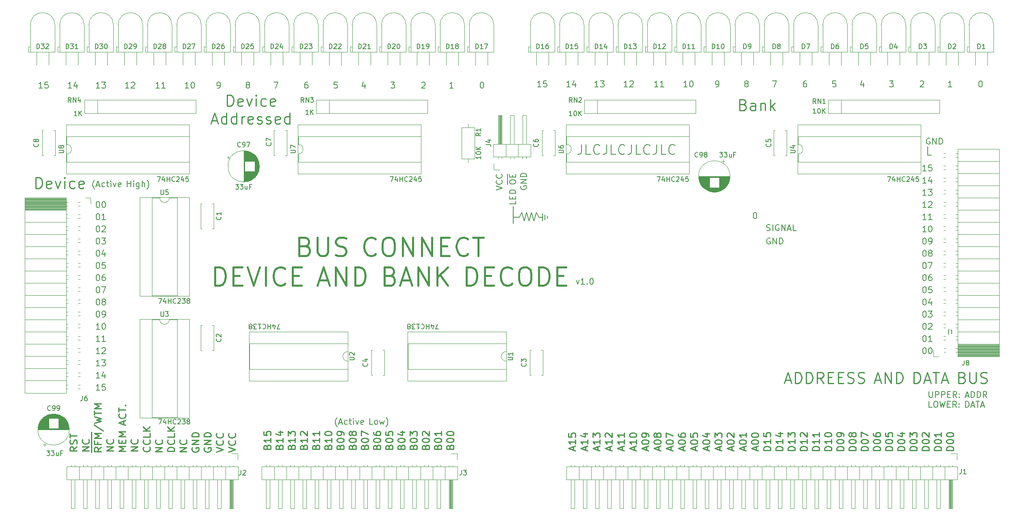
<source format=gto>
G04 #@! TF.GenerationSoftware,KiCad,Pcbnew,(7.0.0)*
G04 #@! TF.CreationDate,2023-09-24T17:47:33-07:00*
G04 #@! TF.ProjectId,peripheral_connect,70657269-7068-4657-9261-6c5f636f6e6e,rev?*
G04 #@! TF.SameCoordinates,Original*
G04 #@! TF.FileFunction,Legend,Top*
G04 #@! TF.FilePolarity,Positive*
%FSLAX46Y46*%
G04 Gerber Fmt 4.6, Leading zero omitted, Abs format (unit mm)*
G04 Created by KiCad (PCBNEW (7.0.0)) date 2023-09-24 17:47:33*
%MOMM*%
%LPD*%
G01*
G04 APERTURE LIST*
%ADD10C,0.150000*%
%ADD11C,0.203200*%
%ADD12C,0.254000*%
%ADD13C,0.381000*%
%ADD14C,0.250000*%
%ADD15C,0.120000*%
%ADD16R,1.800000X1.800000*%
%ADD17C,1.800000*%
%ADD18R,1.700000X1.700000*%
%ADD19O,1.700000X1.700000*%
%ADD20R,1.600000X1.600000*%
%ADD21O,1.600000X1.600000*%
%ADD22C,1.600000*%
G04 APERTURE END LIST*
D10*
X152669000Y-91948000D02*
X152669000Y-95504000D01*
X158765000Y-93472000D02*
X158765000Y-94996000D01*
X157495000Y-93218000D02*
X158003000Y-94234000D01*
X239014000Y-81280000D02*
X239014000Y-79502000D01*
X156479000Y-93218000D02*
X156987000Y-94996000D01*
X158003000Y-94234000D02*
X158765000Y-94234000D01*
X155971000Y-94996000D02*
X156479000Y-93218000D01*
X153939000Y-94234000D02*
X154447000Y-93218000D01*
X152669000Y-94234000D02*
X153939000Y-94234000D01*
X159781000Y-93980000D02*
X159781000Y-94488000D01*
X154447000Y-93218000D02*
X154955000Y-94996000D01*
X155463000Y-93218000D02*
X155971000Y-94996000D01*
X156987000Y-94996000D02*
X157495000Y-93218000D01*
X154955000Y-94996000D02*
X155463000Y-93218000D01*
X159273000Y-93726000D02*
X159273000Y-94742000D01*
X239776000Y-81280000D02*
X239014000Y-81280000D01*
D11*
X91040857Y-67287623D02*
X91282761Y-67287623D01*
X91282761Y-67287623D02*
X91403714Y-67227147D01*
X91403714Y-67227147D02*
X91464190Y-67166671D01*
X91464190Y-67166671D02*
X91585142Y-66985242D01*
X91585142Y-66985242D02*
X91645619Y-66743338D01*
X91645619Y-66743338D02*
X91645619Y-66259528D01*
X91645619Y-66259528D02*
X91585142Y-66138576D01*
X91585142Y-66138576D02*
X91524666Y-66078100D01*
X91524666Y-66078100D02*
X91403714Y-66017623D01*
X91403714Y-66017623D02*
X91161809Y-66017623D01*
X91161809Y-66017623D02*
X91040857Y-66078100D01*
X91040857Y-66078100D02*
X90980380Y-66138576D01*
X90980380Y-66138576D02*
X90919904Y-66259528D01*
X90919904Y-66259528D02*
X90919904Y-66561909D01*
X90919904Y-66561909D02*
X90980380Y-66682861D01*
X90980380Y-66682861D02*
X91040857Y-66743338D01*
X91040857Y-66743338D02*
X91161809Y-66803814D01*
X91161809Y-66803814D02*
X91403714Y-66803814D01*
X91403714Y-66803814D02*
X91524666Y-66743338D01*
X91524666Y-66743338D02*
X91585142Y-66682861D01*
X91585142Y-66682861D02*
X91645619Y-66561909D01*
X66076285Y-108689623D02*
X66197238Y-108689623D01*
X66197238Y-108689623D02*
X66318190Y-108750100D01*
X66318190Y-108750100D02*
X66378666Y-108810576D01*
X66378666Y-108810576D02*
X66439142Y-108931528D01*
X66439142Y-108931528D02*
X66499619Y-109173433D01*
X66499619Y-109173433D02*
X66499619Y-109475814D01*
X66499619Y-109475814D02*
X66439142Y-109717719D01*
X66439142Y-109717719D02*
X66378666Y-109838671D01*
X66378666Y-109838671D02*
X66318190Y-109899147D01*
X66318190Y-109899147D02*
X66197238Y-109959623D01*
X66197238Y-109959623D02*
X66076285Y-109959623D01*
X66076285Y-109959623D02*
X65955333Y-109899147D01*
X65955333Y-109899147D02*
X65894857Y-109838671D01*
X65894857Y-109838671D02*
X65834380Y-109717719D01*
X65834380Y-109717719D02*
X65773904Y-109475814D01*
X65773904Y-109475814D02*
X65773904Y-109173433D01*
X65773904Y-109173433D02*
X65834380Y-108931528D01*
X65834380Y-108931528D02*
X65894857Y-108810576D01*
X65894857Y-108810576D02*
X65955333Y-108750100D01*
X65955333Y-108750100D02*
X66076285Y-108689623D01*
X66922952Y-108689623D02*
X67769619Y-108689623D01*
X67769619Y-108689623D02*
X67225333Y-109959623D01*
X109812666Y-66017623D02*
X109570761Y-66017623D01*
X109570761Y-66017623D02*
X109449809Y-66078100D01*
X109449809Y-66078100D02*
X109389333Y-66138576D01*
X109389333Y-66138576D02*
X109268380Y-66320004D01*
X109268380Y-66320004D02*
X109207904Y-66561909D01*
X109207904Y-66561909D02*
X109207904Y-67045719D01*
X109207904Y-67045719D02*
X109268380Y-67166671D01*
X109268380Y-67166671D02*
X109328857Y-67227147D01*
X109328857Y-67227147D02*
X109449809Y-67287623D01*
X109449809Y-67287623D02*
X109691714Y-67287623D01*
X109691714Y-67287623D02*
X109812666Y-67227147D01*
X109812666Y-67227147D02*
X109873142Y-67166671D01*
X109873142Y-67166671D02*
X109933619Y-67045719D01*
X109933619Y-67045719D02*
X109933619Y-66743338D01*
X109933619Y-66743338D02*
X109873142Y-66622385D01*
X109873142Y-66622385D02*
X109812666Y-66561909D01*
X109812666Y-66561909D02*
X109691714Y-66501433D01*
X109691714Y-66501433D02*
X109449809Y-66501433D01*
X109449809Y-66501433D02*
X109328857Y-66561909D01*
X109328857Y-66561909D02*
X109268380Y-66622385D01*
X109268380Y-66622385D02*
X109207904Y-66743338D01*
X133591904Y-66138576D02*
X133652380Y-66078100D01*
X133652380Y-66078100D02*
X133773333Y-66017623D01*
X133773333Y-66017623D02*
X134075714Y-66017623D01*
X134075714Y-66017623D02*
X134196666Y-66078100D01*
X134196666Y-66078100D02*
X134257142Y-66138576D01*
X134257142Y-66138576D02*
X134317619Y-66259528D01*
X134317619Y-66259528D02*
X134317619Y-66380480D01*
X134317619Y-66380480D02*
X134257142Y-66561909D01*
X134257142Y-66561909D02*
X133531428Y-67287623D01*
X133531428Y-67287623D02*
X134317619Y-67287623D01*
X239316380Y-130508223D02*
X239316380Y-131536319D01*
X239316380Y-131536319D02*
X239376857Y-131657271D01*
X239376857Y-131657271D02*
X239437333Y-131717747D01*
X239437333Y-131717747D02*
X239558285Y-131778223D01*
X239558285Y-131778223D02*
X239800190Y-131778223D01*
X239800190Y-131778223D02*
X239921142Y-131717747D01*
X239921142Y-131717747D02*
X239981619Y-131657271D01*
X239981619Y-131657271D02*
X240042095Y-131536319D01*
X240042095Y-131536319D02*
X240042095Y-130508223D01*
X240646856Y-131778223D02*
X240646856Y-130508223D01*
X240646856Y-130508223D02*
X241130666Y-130508223D01*
X241130666Y-130508223D02*
X241251618Y-130568700D01*
X241251618Y-130568700D02*
X241312095Y-130629176D01*
X241312095Y-130629176D02*
X241372571Y-130750128D01*
X241372571Y-130750128D02*
X241372571Y-130931557D01*
X241372571Y-130931557D02*
X241312095Y-131052509D01*
X241312095Y-131052509D02*
X241251618Y-131112985D01*
X241251618Y-131112985D02*
X241130666Y-131173461D01*
X241130666Y-131173461D02*
X240646856Y-131173461D01*
X241916856Y-131778223D02*
X241916856Y-130508223D01*
X241916856Y-130508223D02*
X242400666Y-130508223D01*
X242400666Y-130508223D02*
X242521618Y-130568700D01*
X242521618Y-130568700D02*
X242582095Y-130629176D01*
X242582095Y-130629176D02*
X242642571Y-130750128D01*
X242642571Y-130750128D02*
X242642571Y-130931557D01*
X242642571Y-130931557D02*
X242582095Y-131052509D01*
X242582095Y-131052509D02*
X242521618Y-131112985D01*
X242521618Y-131112985D02*
X242400666Y-131173461D01*
X242400666Y-131173461D02*
X241916856Y-131173461D01*
X243186856Y-131112985D02*
X243610190Y-131112985D01*
X243791618Y-131778223D02*
X243186856Y-131778223D01*
X243186856Y-131778223D02*
X243186856Y-130508223D01*
X243186856Y-130508223D02*
X243791618Y-130508223D01*
X245061619Y-131778223D02*
X244638285Y-131173461D01*
X244335904Y-131778223D02*
X244335904Y-130508223D01*
X244335904Y-130508223D02*
X244819714Y-130508223D01*
X244819714Y-130508223D02*
X244940666Y-130568700D01*
X244940666Y-130568700D02*
X245001143Y-130629176D01*
X245001143Y-130629176D02*
X245061619Y-130750128D01*
X245061619Y-130750128D02*
X245061619Y-130931557D01*
X245061619Y-130931557D02*
X245001143Y-131052509D01*
X245001143Y-131052509D02*
X244940666Y-131112985D01*
X244940666Y-131112985D02*
X244819714Y-131173461D01*
X244819714Y-131173461D02*
X244335904Y-131173461D01*
X245605904Y-131657271D02*
X245666381Y-131717747D01*
X245666381Y-131717747D02*
X245605904Y-131778223D01*
X245605904Y-131778223D02*
X245545428Y-131717747D01*
X245545428Y-131717747D02*
X245605904Y-131657271D01*
X245605904Y-131657271D02*
X245605904Y-131778223D01*
X245605904Y-130992033D02*
X245666381Y-131052509D01*
X245666381Y-131052509D02*
X245605904Y-131112985D01*
X245605904Y-131112985D02*
X245545428Y-131052509D01*
X245545428Y-131052509D02*
X245605904Y-130992033D01*
X245605904Y-130992033D02*
X245605904Y-131112985D01*
X246912190Y-131415366D02*
X247516952Y-131415366D01*
X246791238Y-131778223D02*
X247214571Y-130508223D01*
X247214571Y-130508223D02*
X247637905Y-131778223D01*
X248061237Y-131778223D02*
X248061237Y-130508223D01*
X248061237Y-130508223D02*
X248363618Y-130508223D01*
X248363618Y-130508223D02*
X248545047Y-130568700D01*
X248545047Y-130568700D02*
X248665999Y-130689652D01*
X248665999Y-130689652D02*
X248726476Y-130810604D01*
X248726476Y-130810604D02*
X248786952Y-131052509D01*
X248786952Y-131052509D02*
X248786952Y-131233938D01*
X248786952Y-131233938D02*
X248726476Y-131475842D01*
X248726476Y-131475842D02*
X248665999Y-131596795D01*
X248665999Y-131596795D02*
X248545047Y-131717747D01*
X248545047Y-131717747D02*
X248363618Y-131778223D01*
X248363618Y-131778223D02*
X248061237Y-131778223D01*
X249331237Y-131778223D02*
X249331237Y-130508223D01*
X249331237Y-130508223D02*
X249633618Y-130508223D01*
X249633618Y-130508223D02*
X249815047Y-130568700D01*
X249815047Y-130568700D02*
X249935999Y-130689652D01*
X249935999Y-130689652D02*
X249996476Y-130810604D01*
X249996476Y-130810604D02*
X250056952Y-131052509D01*
X250056952Y-131052509D02*
X250056952Y-131233938D01*
X250056952Y-131233938D02*
X249996476Y-131475842D01*
X249996476Y-131475842D02*
X249935999Y-131596795D01*
X249935999Y-131596795D02*
X249815047Y-131717747D01*
X249815047Y-131717747D02*
X249633618Y-131778223D01*
X249633618Y-131778223D02*
X249331237Y-131778223D01*
X251326952Y-131778223D02*
X250903618Y-131173461D01*
X250601237Y-131778223D02*
X250601237Y-130508223D01*
X250601237Y-130508223D02*
X251085047Y-130508223D01*
X251085047Y-130508223D02*
X251205999Y-130568700D01*
X251205999Y-130568700D02*
X251266476Y-130629176D01*
X251266476Y-130629176D02*
X251326952Y-130750128D01*
X251326952Y-130750128D02*
X251326952Y-130931557D01*
X251326952Y-130931557D02*
X251266476Y-131052509D01*
X251266476Y-131052509D02*
X251205999Y-131112985D01*
X251205999Y-131112985D02*
X251085047Y-131173461D01*
X251085047Y-131173461D02*
X250601237Y-131173461D01*
X239921142Y-133835623D02*
X239316380Y-133835623D01*
X239316380Y-133835623D02*
X239316380Y-132565623D01*
X240586380Y-132565623D02*
X240828285Y-132565623D01*
X240828285Y-132565623D02*
X240949237Y-132626100D01*
X240949237Y-132626100D02*
X241070190Y-132747052D01*
X241070190Y-132747052D02*
X241130666Y-132988957D01*
X241130666Y-132988957D02*
X241130666Y-133412290D01*
X241130666Y-133412290D02*
X241070190Y-133654195D01*
X241070190Y-133654195D02*
X240949237Y-133775147D01*
X240949237Y-133775147D02*
X240828285Y-133835623D01*
X240828285Y-133835623D02*
X240586380Y-133835623D01*
X240586380Y-133835623D02*
X240465428Y-133775147D01*
X240465428Y-133775147D02*
X240344475Y-133654195D01*
X240344475Y-133654195D02*
X240283999Y-133412290D01*
X240283999Y-133412290D02*
X240283999Y-132988957D01*
X240283999Y-132988957D02*
X240344475Y-132747052D01*
X240344475Y-132747052D02*
X240465428Y-132626100D01*
X240465428Y-132626100D02*
X240586380Y-132565623D01*
X241553999Y-132565623D02*
X241856380Y-133835623D01*
X241856380Y-133835623D02*
X242098285Y-132928480D01*
X242098285Y-132928480D02*
X242340190Y-133835623D01*
X242340190Y-133835623D02*
X242642571Y-132565623D01*
X243126380Y-133170385D02*
X243549714Y-133170385D01*
X243731142Y-133835623D02*
X243126380Y-133835623D01*
X243126380Y-133835623D02*
X243126380Y-132565623D01*
X243126380Y-132565623D02*
X243731142Y-132565623D01*
X245001143Y-133835623D02*
X244577809Y-133230861D01*
X244275428Y-133835623D02*
X244275428Y-132565623D01*
X244275428Y-132565623D02*
X244759238Y-132565623D01*
X244759238Y-132565623D02*
X244880190Y-132626100D01*
X244880190Y-132626100D02*
X244940667Y-132686576D01*
X244940667Y-132686576D02*
X245001143Y-132807528D01*
X245001143Y-132807528D02*
X245001143Y-132988957D01*
X245001143Y-132988957D02*
X244940667Y-133109909D01*
X244940667Y-133109909D02*
X244880190Y-133170385D01*
X244880190Y-133170385D02*
X244759238Y-133230861D01*
X244759238Y-133230861D02*
X244275428Y-133230861D01*
X245545428Y-133714671D02*
X245605905Y-133775147D01*
X245605905Y-133775147D02*
X245545428Y-133835623D01*
X245545428Y-133835623D02*
X245484952Y-133775147D01*
X245484952Y-133775147D02*
X245545428Y-133714671D01*
X245545428Y-133714671D02*
X245545428Y-133835623D01*
X245545428Y-133049433D02*
X245605905Y-133109909D01*
X245605905Y-133109909D02*
X245545428Y-133170385D01*
X245545428Y-133170385D02*
X245484952Y-133109909D01*
X245484952Y-133109909D02*
X245545428Y-133049433D01*
X245545428Y-133049433D02*
X245545428Y-133170385D01*
X246912190Y-133835623D02*
X246912190Y-132565623D01*
X246912190Y-132565623D02*
X247214571Y-132565623D01*
X247214571Y-132565623D02*
X247396000Y-132626100D01*
X247396000Y-132626100D02*
X247516952Y-132747052D01*
X247516952Y-132747052D02*
X247577429Y-132868004D01*
X247577429Y-132868004D02*
X247637905Y-133109909D01*
X247637905Y-133109909D02*
X247637905Y-133291338D01*
X247637905Y-133291338D02*
X247577429Y-133533242D01*
X247577429Y-133533242D02*
X247516952Y-133654195D01*
X247516952Y-133654195D02*
X247396000Y-133775147D01*
X247396000Y-133775147D02*
X247214571Y-133835623D01*
X247214571Y-133835623D02*
X246912190Y-133835623D01*
X248121714Y-133472766D02*
X248726476Y-133472766D01*
X248000762Y-133835623D02*
X248424095Y-132565623D01*
X248424095Y-132565623D02*
X248847429Y-133835623D01*
X249089333Y-132565623D02*
X249815047Y-132565623D01*
X249452190Y-133835623D02*
X249452190Y-132565623D01*
X250177904Y-133472766D02*
X250782666Y-133472766D01*
X250056952Y-133835623D02*
X250480285Y-132565623D01*
X250480285Y-132565623D02*
X250903619Y-133835623D01*
X238288285Y-118849623D02*
X238409238Y-118849623D01*
X238409238Y-118849623D02*
X238530190Y-118910100D01*
X238530190Y-118910100D02*
X238590666Y-118970576D01*
X238590666Y-118970576D02*
X238651142Y-119091528D01*
X238651142Y-119091528D02*
X238711619Y-119333433D01*
X238711619Y-119333433D02*
X238711619Y-119635814D01*
X238711619Y-119635814D02*
X238651142Y-119877719D01*
X238651142Y-119877719D02*
X238590666Y-119998671D01*
X238590666Y-119998671D02*
X238530190Y-120059147D01*
X238530190Y-120059147D02*
X238409238Y-120119623D01*
X238409238Y-120119623D02*
X238288285Y-120119623D01*
X238288285Y-120119623D02*
X238167333Y-120059147D01*
X238167333Y-120059147D02*
X238106857Y-119998671D01*
X238106857Y-119998671D02*
X238046380Y-119877719D01*
X238046380Y-119877719D02*
X237985904Y-119635814D01*
X237985904Y-119635814D02*
X237985904Y-119333433D01*
X237985904Y-119333433D02*
X238046380Y-119091528D01*
X238046380Y-119091528D02*
X238106857Y-118970576D01*
X238106857Y-118970576D02*
X238167333Y-118910100D01*
X238167333Y-118910100D02*
X238288285Y-118849623D01*
X239921143Y-120119623D02*
X239195428Y-120119623D01*
X239558285Y-120119623D02*
X239558285Y-118849623D01*
X239558285Y-118849623D02*
X239437333Y-119031052D01*
X239437333Y-119031052D02*
X239316381Y-119152004D01*
X239316381Y-119152004D02*
X239195428Y-119212480D01*
D12*
X53212999Y-88148522D02*
X53212999Y-85862522D01*
X53212999Y-85862522D02*
X53757285Y-85862522D01*
X53757285Y-85862522D02*
X54083856Y-85971380D01*
X54083856Y-85971380D02*
X54301571Y-86189094D01*
X54301571Y-86189094D02*
X54410428Y-86406808D01*
X54410428Y-86406808D02*
X54519285Y-86842237D01*
X54519285Y-86842237D02*
X54519285Y-87168808D01*
X54519285Y-87168808D02*
X54410428Y-87604237D01*
X54410428Y-87604237D02*
X54301571Y-87821951D01*
X54301571Y-87821951D02*
X54083856Y-88039665D01*
X54083856Y-88039665D02*
X53757285Y-88148522D01*
X53757285Y-88148522D02*
X53212999Y-88148522D01*
X56369856Y-88039665D02*
X56152142Y-88148522D01*
X56152142Y-88148522D02*
X55716714Y-88148522D01*
X55716714Y-88148522D02*
X55498999Y-88039665D01*
X55498999Y-88039665D02*
X55390142Y-87821951D01*
X55390142Y-87821951D02*
X55390142Y-86951094D01*
X55390142Y-86951094D02*
X55498999Y-86733380D01*
X55498999Y-86733380D02*
X55716714Y-86624522D01*
X55716714Y-86624522D02*
X56152142Y-86624522D01*
X56152142Y-86624522D02*
X56369856Y-86733380D01*
X56369856Y-86733380D02*
X56478714Y-86951094D01*
X56478714Y-86951094D02*
X56478714Y-87168808D01*
X56478714Y-87168808D02*
X55390142Y-87386522D01*
X57240714Y-86624522D02*
X57785000Y-88148522D01*
X57785000Y-88148522D02*
X58329285Y-86624522D01*
X59200142Y-88148522D02*
X59200142Y-86624522D01*
X59200142Y-85862522D02*
X59091285Y-85971380D01*
X59091285Y-85971380D02*
X59200142Y-86080237D01*
X59200142Y-86080237D02*
X59308999Y-85971380D01*
X59308999Y-85971380D02*
X59200142Y-85862522D01*
X59200142Y-85862522D02*
X59200142Y-86080237D01*
X61268428Y-88039665D02*
X61050713Y-88148522D01*
X61050713Y-88148522D02*
X60615285Y-88148522D01*
X60615285Y-88148522D02*
X60397570Y-88039665D01*
X60397570Y-88039665D02*
X60288713Y-87930808D01*
X60288713Y-87930808D02*
X60179856Y-87713094D01*
X60179856Y-87713094D02*
X60179856Y-87059951D01*
X60179856Y-87059951D02*
X60288713Y-86842237D01*
X60288713Y-86842237D02*
X60397570Y-86733380D01*
X60397570Y-86733380D02*
X60615285Y-86624522D01*
X60615285Y-86624522D02*
X61050713Y-86624522D01*
X61050713Y-86624522D02*
X61268428Y-86733380D01*
X63118999Y-88039665D02*
X62901285Y-88148522D01*
X62901285Y-88148522D02*
X62465857Y-88148522D01*
X62465857Y-88148522D02*
X62248142Y-88039665D01*
X62248142Y-88039665D02*
X62139285Y-87821951D01*
X62139285Y-87821951D02*
X62139285Y-86951094D01*
X62139285Y-86951094D02*
X62248142Y-86733380D01*
X62248142Y-86733380D02*
X62465857Y-86624522D01*
X62465857Y-86624522D02*
X62901285Y-86624522D01*
X62901285Y-86624522D02*
X63118999Y-86733380D01*
X63118999Y-86733380D02*
X63227857Y-86951094D01*
X63227857Y-86951094D02*
X63227857Y-87168808D01*
X63227857Y-87168808D02*
X62139285Y-87386522D01*
D11*
X188927619Y-67033623D02*
X188201904Y-67033623D01*
X188564761Y-67033623D02*
X188564761Y-65763623D01*
X188564761Y-65763623D02*
X188443809Y-65945052D01*
X188443809Y-65945052D02*
X188322857Y-66066004D01*
X188322857Y-66066004D02*
X188201904Y-66126480D01*
X189713809Y-65763623D02*
X189834762Y-65763623D01*
X189834762Y-65763623D02*
X189955714Y-65824100D01*
X189955714Y-65824100D02*
X190016190Y-65884576D01*
X190016190Y-65884576D02*
X190076666Y-66005528D01*
X190076666Y-66005528D02*
X190137143Y-66247433D01*
X190137143Y-66247433D02*
X190137143Y-66549814D01*
X190137143Y-66549814D02*
X190076666Y-66791719D01*
X190076666Y-66791719D02*
X190016190Y-66912671D01*
X190016190Y-66912671D02*
X189955714Y-66973147D01*
X189955714Y-66973147D02*
X189834762Y-67033623D01*
X189834762Y-67033623D02*
X189713809Y-67033623D01*
X189713809Y-67033623D02*
X189592857Y-66973147D01*
X189592857Y-66973147D02*
X189532381Y-66912671D01*
X189532381Y-66912671D02*
X189471904Y-66791719D01*
X189471904Y-66791719D02*
X189411428Y-66549814D01*
X189411428Y-66549814D02*
X189411428Y-66247433D01*
X189411428Y-66247433D02*
X189471904Y-66005528D01*
X189471904Y-66005528D02*
X189532381Y-65884576D01*
X189532381Y-65884576D02*
X189592857Y-65824100D01*
X189592857Y-65824100D02*
X189713809Y-65763623D01*
X66076285Y-98529623D02*
X66197238Y-98529623D01*
X66197238Y-98529623D02*
X66318190Y-98590100D01*
X66318190Y-98590100D02*
X66378666Y-98650576D01*
X66378666Y-98650576D02*
X66439142Y-98771528D01*
X66439142Y-98771528D02*
X66499619Y-99013433D01*
X66499619Y-99013433D02*
X66499619Y-99315814D01*
X66499619Y-99315814D02*
X66439142Y-99557719D01*
X66439142Y-99557719D02*
X66378666Y-99678671D01*
X66378666Y-99678671D02*
X66318190Y-99739147D01*
X66318190Y-99739147D02*
X66197238Y-99799623D01*
X66197238Y-99799623D02*
X66076285Y-99799623D01*
X66076285Y-99799623D02*
X65955333Y-99739147D01*
X65955333Y-99739147D02*
X65894857Y-99678671D01*
X65894857Y-99678671D02*
X65834380Y-99557719D01*
X65834380Y-99557719D02*
X65773904Y-99315814D01*
X65773904Y-99315814D02*
X65773904Y-99013433D01*
X65773904Y-99013433D02*
X65834380Y-98771528D01*
X65834380Y-98771528D02*
X65894857Y-98650576D01*
X65894857Y-98650576D02*
X65955333Y-98590100D01*
X65955333Y-98590100D02*
X66076285Y-98529623D01*
X66922952Y-98529623D02*
X67709143Y-98529623D01*
X67709143Y-98529623D02*
X67285809Y-99013433D01*
X67285809Y-99013433D02*
X67467238Y-99013433D01*
X67467238Y-99013433D02*
X67588190Y-99073909D01*
X67588190Y-99073909D02*
X67648666Y-99134385D01*
X67648666Y-99134385D02*
X67709143Y-99255338D01*
X67709143Y-99255338D02*
X67709143Y-99557719D01*
X67709143Y-99557719D02*
X67648666Y-99678671D01*
X67648666Y-99678671D02*
X67588190Y-99739147D01*
X67588190Y-99739147D02*
X67467238Y-99799623D01*
X67467238Y-99799623D02*
X67104381Y-99799623D01*
X67104381Y-99799623D02*
X66983428Y-99739147D01*
X66983428Y-99739147D02*
X66922952Y-99678671D01*
X238711619Y-97259623D02*
X237985904Y-97259623D01*
X238348761Y-97259623D02*
X238348761Y-95989623D01*
X238348761Y-95989623D02*
X238227809Y-96171052D01*
X238227809Y-96171052D02*
X238106857Y-96292004D01*
X238106857Y-96292004D02*
X237985904Y-96352480D01*
X239497809Y-95989623D02*
X239618762Y-95989623D01*
X239618762Y-95989623D02*
X239739714Y-96050100D01*
X239739714Y-96050100D02*
X239800190Y-96110576D01*
X239800190Y-96110576D02*
X239860666Y-96231528D01*
X239860666Y-96231528D02*
X239921143Y-96473433D01*
X239921143Y-96473433D02*
X239921143Y-96775814D01*
X239921143Y-96775814D02*
X239860666Y-97017719D01*
X239860666Y-97017719D02*
X239800190Y-97138671D01*
X239800190Y-97138671D02*
X239739714Y-97199147D01*
X239739714Y-97199147D02*
X239618762Y-97259623D01*
X239618762Y-97259623D02*
X239497809Y-97259623D01*
X239497809Y-97259623D02*
X239376857Y-97199147D01*
X239376857Y-97199147D02*
X239316381Y-97138671D01*
X239316381Y-97138671D02*
X239255904Y-97017719D01*
X239255904Y-97017719D02*
X239195428Y-96775814D01*
X239195428Y-96775814D02*
X239195428Y-96473433D01*
X239195428Y-96473433D02*
X239255904Y-96231528D01*
X239255904Y-96231528D02*
X239316381Y-96110576D01*
X239316381Y-96110576D02*
X239376857Y-96050100D01*
X239376857Y-96050100D02*
X239497809Y-95989623D01*
D12*
X209379456Y-128135380D02*
X210468028Y-128135380D01*
X209161742Y-128788522D02*
X209923742Y-126502522D01*
X209923742Y-126502522D02*
X210685742Y-128788522D01*
X211447742Y-128788522D02*
X211447742Y-126502522D01*
X211447742Y-126502522D02*
X211992028Y-126502522D01*
X211992028Y-126502522D02*
X212318599Y-126611380D01*
X212318599Y-126611380D02*
X212536314Y-126829094D01*
X212536314Y-126829094D02*
X212645171Y-127046808D01*
X212645171Y-127046808D02*
X212754028Y-127482237D01*
X212754028Y-127482237D02*
X212754028Y-127808808D01*
X212754028Y-127808808D02*
X212645171Y-128244237D01*
X212645171Y-128244237D02*
X212536314Y-128461951D01*
X212536314Y-128461951D02*
X212318599Y-128679665D01*
X212318599Y-128679665D02*
X211992028Y-128788522D01*
X211992028Y-128788522D02*
X211447742Y-128788522D01*
X213733742Y-128788522D02*
X213733742Y-126502522D01*
X213733742Y-126502522D02*
X214278028Y-126502522D01*
X214278028Y-126502522D02*
X214604599Y-126611380D01*
X214604599Y-126611380D02*
X214822314Y-126829094D01*
X214822314Y-126829094D02*
X214931171Y-127046808D01*
X214931171Y-127046808D02*
X215040028Y-127482237D01*
X215040028Y-127482237D02*
X215040028Y-127808808D01*
X215040028Y-127808808D02*
X214931171Y-128244237D01*
X214931171Y-128244237D02*
X214822314Y-128461951D01*
X214822314Y-128461951D02*
X214604599Y-128679665D01*
X214604599Y-128679665D02*
X214278028Y-128788522D01*
X214278028Y-128788522D02*
X213733742Y-128788522D01*
X217326028Y-128788522D02*
X216564028Y-127699951D01*
X216019742Y-128788522D02*
X216019742Y-126502522D01*
X216019742Y-126502522D02*
X216890599Y-126502522D01*
X216890599Y-126502522D02*
X217108314Y-126611380D01*
X217108314Y-126611380D02*
X217217171Y-126720237D01*
X217217171Y-126720237D02*
X217326028Y-126937951D01*
X217326028Y-126937951D02*
X217326028Y-127264522D01*
X217326028Y-127264522D02*
X217217171Y-127482237D01*
X217217171Y-127482237D02*
X217108314Y-127591094D01*
X217108314Y-127591094D02*
X216890599Y-127699951D01*
X216890599Y-127699951D02*
X216019742Y-127699951D01*
X218305742Y-127591094D02*
X219067742Y-127591094D01*
X219394314Y-128788522D02*
X218305742Y-128788522D01*
X218305742Y-128788522D02*
X218305742Y-126502522D01*
X218305742Y-126502522D02*
X219394314Y-126502522D01*
X220374028Y-127591094D02*
X221136028Y-127591094D01*
X221462600Y-128788522D02*
X220374028Y-128788522D01*
X220374028Y-128788522D02*
X220374028Y-126502522D01*
X220374028Y-126502522D02*
X221462600Y-126502522D01*
X222333457Y-128679665D02*
X222660029Y-128788522D01*
X222660029Y-128788522D02*
X223204314Y-128788522D01*
X223204314Y-128788522D02*
X223422029Y-128679665D01*
X223422029Y-128679665D02*
X223530886Y-128570808D01*
X223530886Y-128570808D02*
X223639743Y-128353094D01*
X223639743Y-128353094D02*
X223639743Y-128135380D01*
X223639743Y-128135380D02*
X223530886Y-127917665D01*
X223530886Y-127917665D02*
X223422029Y-127808808D01*
X223422029Y-127808808D02*
X223204314Y-127699951D01*
X223204314Y-127699951D02*
X222768886Y-127591094D01*
X222768886Y-127591094D02*
X222551171Y-127482237D01*
X222551171Y-127482237D02*
X222442314Y-127373380D01*
X222442314Y-127373380D02*
X222333457Y-127155665D01*
X222333457Y-127155665D02*
X222333457Y-126937951D01*
X222333457Y-126937951D02*
X222442314Y-126720237D01*
X222442314Y-126720237D02*
X222551171Y-126611380D01*
X222551171Y-126611380D02*
X222768886Y-126502522D01*
X222768886Y-126502522D02*
X223313171Y-126502522D01*
X223313171Y-126502522D02*
X223639743Y-126611380D01*
X224510600Y-128679665D02*
X224837172Y-128788522D01*
X224837172Y-128788522D02*
X225381457Y-128788522D01*
X225381457Y-128788522D02*
X225599172Y-128679665D01*
X225599172Y-128679665D02*
X225708029Y-128570808D01*
X225708029Y-128570808D02*
X225816886Y-128353094D01*
X225816886Y-128353094D02*
X225816886Y-128135380D01*
X225816886Y-128135380D02*
X225708029Y-127917665D01*
X225708029Y-127917665D02*
X225599172Y-127808808D01*
X225599172Y-127808808D02*
X225381457Y-127699951D01*
X225381457Y-127699951D02*
X224946029Y-127591094D01*
X224946029Y-127591094D02*
X224728314Y-127482237D01*
X224728314Y-127482237D02*
X224619457Y-127373380D01*
X224619457Y-127373380D02*
X224510600Y-127155665D01*
X224510600Y-127155665D02*
X224510600Y-126937951D01*
X224510600Y-126937951D02*
X224619457Y-126720237D01*
X224619457Y-126720237D02*
X224728314Y-126611380D01*
X224728314Y-126611380D02*
X224946029Y-126502522D01*
X224946029Y-126502522D02*
X225490314Y-126502522D01*
X225490314Y-126502522D02*
X225816886Y-126611380D01*
X228059343Y-128135380D02*
X229147915Y-128135380D01*
X227841629Y-128788522D02*
X228603629Y-126502522D01*
X228603629Y-126502522D02*
X229365629Y-128788522D01*
X230127629Y-128788522D02*
X230127629Y-126502522D01*
X230127629Y-126502522D02*
X231433915Y-128788522D01*
X231433915Y-128788522D02*
X231433915Y-126502522D01*
X232522486Y-128788522D02*
X232522486Y-126502522D01*
X232522486Y-126502522D02*
X233066772Y-126502522D01*
X233066772Y-126502522D02*
X233393343Y-126611380D01*
X233393343Y-126611380D02*
X233611058Y-126829094D01*
X233611058Y-126829094D02*
X233719915Y-127046808D01*
X233719915Y-127046808D02*
X233828772Y-127482237D01*
X233828772Y-127482237D02*
X233828772Y-127808808D01*
X233828772Y-127808808D02*
X233719915Y-128244237D01*
X233719915Y-128244237D02*
X233611058Y-128461951D01*
X233611058Y-128461951D02*
X233393343Y-128679665D01*
X233393343Y-128679665D02*
X233066772Y-128788522D01*
X233066772Y-128788522D02*
X232522486Y-128788522D01*
X236180086Y-128788522D02*
X236180086Y-126502522D01*
X236180086Y-126502522D02*
X236724372Y-126502522D01*
X236724372Y-126502522D02*
X237050943Y-126611380D01*
X237050943Y-126611380D02*
X237268658Y-126829094D01*
X237268658Y-126829094D02*
X237377515Y-127046808D01*
X237377515Y-127046808D02*
X237486372Y-127482237D01*
X237486372Y-127482237D02*
X237486372Y-127808808D01*
X237486372Y-127808808D02*
X237377515Y-128244237D01*
X237377515Y-128244237D02*
X237268658Y-128461951D01*
X237268658Y-128461951D02*
X237050943Y-128679665D01*
X237050943Y-128679665D02*
X236724372Y-128788522D01*
X236724372Y-128788522D02*
X236180086Y-128788522D01*
X238357229Y-128135380D02*
X239445801Y-128135380D01*
X238139515Y-128788522D02*
X238901515Y-126502522D01*
X238901515Y-126502522D02*
X239663515Y-128788522D01*
X240098944Y-126502522D02*
X241405230Y-126502522D01*
X240752087Y-128788522D02*
X240752087Y-126502522D01*
X242058372Y-128135380D02*
X243146944Y-128135380D01*
X241840658Y-128788522D02*
X242602658Y-126502522D01*
X242602658Y-126502522D02*
X243364658Y-128788522D01*
X246260258Y-127591094D02*
X246586830Y-127699951D01*
X246586830Y-127699951D02*
X246695687Y-127808808D01*
X246695687Y-127808808D02*
X246804544Y-128026522D01*
X246804544Y-128026522D02*
X246804544Y-128353094D01*
X246804544Y-128353094D02*
X246695687Y-128570808D01*
X246695687Y-128570808D02*
X246586830Y-128679665D01*
X246586830Y-128679665D02*
X246369115Y-128788522D01*
X246369115Y-128788522D02*
X245498258Y-128788522D01*
X245498258Y-128788522D02*
X245498258Y-126502522D01*
X245498258Y-126502522D02*
X246260258Y-126502522D01*
X246260258Y-126502522D02*
X246477973Y-126611380D01*
X246477973Y-126611380D02*
X246586830Y-126720237D01*
X246586830Y-126720237D02*
X246695687Y-126937951D01*
X246695687Y-126937951D02*
X246695687Y-127155665D01*
X246695687Y-127155665D02*
X246586830Y-127373380D01*
X246586830Y-127373380D02*
X246477973Y-127482237D01*
X246477973Y-127482237D02*
X246260258Y-127591094D01*
X246260258Y-127591094D02*
X245498258Y-127591094D01*
X247784258Y-126502522D02*
X247784258Y-128353094D01*
X247784258Y-128353094D02*
X247893115Y-128570808D01*
X247893115Y-128570808D02*
X248001973Y-128679665D01*
X248001973Y-128679665D02*
X248219687Y-128788522D01*
X248219687Y-128788522D02*
X248655115Y-128788522D01*
X248655115Y-128788522D02*
X248872830Y-128679665D01*
X248872830Y-128679665D02*
X248981687Y-128570808D01*
X248981687Y-128570808D02*
X249090544Y-128353094D01*
X249090544Y-128353094D02*
X249090544Y-126502522D01*
X250070258Y-128679665D02*
X250396830Y-128788522D01*
X250396830Y-128788522D02*
X250941115Y-128788522D01*
X250941115Y-128788522D02*
X251158830Y-128679665D01*
X251158830Y-128679665D02*
X251267687Y-128570808D01*
X251267687Y-128570808D02*
X251376544Y-128353094D01*
X251376544Y-128353094D02*
X251376544Y-128135380D01*
X251376544Y-128135380D02*
X251267687Y-127917665D01*
X251267687Y-127917665D02*
X251158830Y-127808808D01*
X251158830Y-127808808D02*
X250941115Y-127699951D01*
X250941115Y-127699951D02*
X250505687Y-127591094D01*
X250505687Y-127591094D02*
X250287972Y-127482237D01*
X250287972Y-127482237D02*
X250179115Y-127373380D01*
X250179115Y-127373380D02*
X250070258Y-127155665D01*
X250070258Y-127155665D02*
X250070258Y-126937951D01*
X250070258Y-126937951D02*
X250179115Y-126720237D01*
X250179115Y-126720237D02*
X250287972Y-126611380D01*
X250287972Y-126611380D02*
X250505687Y-126502522D01*
X250505687Y-126502522D02*
X251049972Y-126502522D01*
X251049972Y-126502522D02*
X251376544Y-126611380D01*
D11*
X66076285Y-106149623D02*
X66197238Y-106149623D01*
X66197238Y-106149623D02*
X66318190Y-106210100D01*
X66318190Y-106210100D02*
X66378666Y-106270576D01*
X66378666Y-106270576D02*
X66439142Y-106391528D01*
X66439142Y-106391528D02*
X66499619Y-106633433D01*
X66499619Y-106633433D02*
X66499619Y-106935814D01*
X66499619Y-106935814D02*
X66439142Y-107177719D01*
X66439142Y-107177719D02*
X66378666Y-107298671D01*
X66378666Y-107298671D02*
X66318190Y-107359147D01*
X66318190Y-107359147D02*
X66197238Y-107419623D01*
X66197238Y-107419623D02*
X66076285Y-107419623D01*
X66076285Y-107419623D02*
X65955333Y-107359147D01*
X65955333Y-107359147D02*
X65894857Y-107298671D01*
X65894857Y-107298671D02*
X65834380Y-107177719D01*
X65834380Y-107177719D02*
X65773904Y-106935814D01*
X65773904Y-106935814D02*
X65773904Y-106633433D01*
X65773904Y-106633433D02*
X65834380Y-106391528D01*
X65834380Y-106391528D02*
X65894857Y-106270576D01*
X65894857Y-106270576D02*
X65955333Y-106210100D01*
X65955333Y-106210100D02*
X66076285Y-106149623D01*
X67588190Y-106149623D02*
X67346285Y-106149623D01*
X67346285Y-106149623D02*
X67225333Y-106210100D01*
X67225333Y-106210100D02*
X67164857Y-106270576D01*
X67164857Y-106270576D02*
X67043904Y-106452004D01*
X67043904Y-106452004D02*
X66983428Y-106693909D01*
X66983428Y-106693909D02*
X66983428Y-107177719D01*
X66983428Y-107177719D02*
X67043904Y-107298671D01*
X67043904Y-107298671D02*
X67104381Y-107359147D01*
X67104381Y-107359147D02*
X67225333Y-107419623D01*
X67225333Y-107419623D02*
X67467238Y-107419623D01*
X67467238Y-107419623D02*
X67588190Y-107359147D01*
X67588190Y-107359147D02*
X67648666Y-107298671D01*
X67648666Y-107298671D02*
X67709143Y-107177719D01*
X67709143Y-107177719D02*
X67709143Y-106875338D01*
X67709143Y-106875338D02*
X67648666Y-106754385D01*
X67648666Y-106754385D02*
X67588190Y-106693909D01*
X67588190Y-106693909D02*
X67467238Y-106633433D01*
X67467238Y-106633433D02*
X67225333Y-106633433D01*
X67225333Y-106633433D02*
X67104381Y-106693909D01*
X67104381Y-106693909D02*
X67043904Y-106754385D01*
X67043904Y-106754385D02*
X66983428Y-106875338D01*
X66499619Y-120119623D02*
X65773904Y-120119623D01*
X66136761Y-120119623D02*
X66136761Y-118849623D01*
X66136761Y-118849623D02*
X66015809Y-119031052D01*
X66015809Y-119031052D02*
X65894857Y-119152004D01*
X65894857Y-119152004D02*
X65773904Y-119212480D01*
X67709143Y-120119623D02*
X66983428Y-120119623D01*
X67346285Y-120119623D02*
X67346285Y-118849623D01*
X67346285Y-118849623D02*
X67225333Y-119031052D01*
X67225333Y-119031052D02*
X67104381Y-119152004D01*
X67104381Y-119152004D02*
X66983428Y-119212480D01*
X201143809Y-66307909D02*
X201022857Y-66247433D01*
X201022857Y-66247433D02*
X200962380Y-66186957D01*
X200962380Y-66186957D02*
X200901904Y-66066004D01*
X200901904Y-66066004D02*
X200901904Y-66005528D01*
X200901904Y-66005528D02*
X200962380Y-65884576D01*
X200962380Y-65884576D02*
X201022857Y-65824100D01*
X201022857Y-65824100D02*
X201143809Y-65763623D01*
X201143809Y-65763623D02*
X201385714Y-65763623D01*
X201385714Y-65763623D02*
X201506666Y-65824100D01*
X201506666Y-65824100D02*
X201567142Y-65884576D01*
X201567142Y-65884576D02*
X201627619Y-66005528D01*
X201627619Y-66005528D02*
X201627619Y-66066004D01*
X201627619Y-66066004D02*
X201567142Y-66186957D01*
X201567142Y-66186957D02*
X201506666Y-66247433D01*
X201506666Y-66247433D02*
X201385714Y-66307909D01*
X201385714Y-66307909D02*
X201143809Y-66307909D01*
X201143809Y-66307909D02*
X201022857Y-66368385D01*
X201022857Y-66368385D02*
X200962380Y-66428861D01*
X200962380Y-66428861D02*
X200901904Y-66549814D01*
X200901904Y-66549814D02*
X200901904Y-66791719D01*
X200901904Y-66791719D02*
X200962380Y-66912671D01*
X200962380Y-66912671D02*
X201022857Y-66973147D01*
X201022857Y-66973147D02*
X201143809Y-67033623D01*
X201143809Y-67033623D02*
X201385714Y-67033623D01*
X201385714Y-67033623D02*
X201506666Y-66973147D01*
X201506666Y-66973147D02*
X201567142Y-66912671D01*
X201567142Y-66912671D02*
X201627619Y-66791719D01*
X201627619Y-66791719D02*
X201627619Y-66549814D01*
X201627619Y-66549814D02*
X201567142Y-66428861D01*
X201567142Y-66428861D02*
X201506666Y-66368385D01*
X201506666Y-66368385D02*
X201385714Y-66307909D01*
X158447619Y-67033623D02*
X157721904Y-67033623D01*
X158084761Y-67033623D02*
X158084761Y-65763623D01*
X158084761Y-65763623D02*
X157963809Y-65945052D01*
X157963809Y-65945052D02*
X157842857Y-66066004D01*
X157842857Y-66066004D02*
X157721904Y-66126480D01*
X159596666Y-65763623D02*
X158991904Y-65763623D01*
X158991904Y-65763623D02*
X158931428Y-66368385D01*
X158931428Y-66368385D02*
X158991904Y-66307909D01*
X158991904Y-66307909D02*
X159112857Y-66247433D01*
X159112857Y-66247433D02*
X159415238Y-66247433D01*
X159415238Y-66247433D02*
X159536190Y-66307909D01*
X159536190Y-66307909D02*
X159596666Y-66368385D01*
X159596666Y-66368385D02*
X159657143Y-66489338D01*
X159657143Y-66489338D02*
X159657143Y-66791719D01*
X159657143Y-66791719D02*
X159596666Y-66912671D01*
X159596666Y-66912671D02*
X159536190Y-66973147D01*
X159536190Y-66973147D02*
X159415238Y-67033623D01*
X159415238Y-67033623D02*
X159112857Y-67033623D01*
X159112857Y-67033623D02*
X158991904Y-66973147D01*
X158991904Y-66973147D02*
X158931428Y-66912671D01*
X66076285Y-103609623D02*
X66197238Y-103609623D01*
X66197238Y-103609623D02*
X66318190Y-103670100D01*
X66318190Y-103670100D02*
X66378666Y-103730576D01*
X66378666Y-103730576D02*
X66439142Y-103851528D01*
X66439142Y-103851528D02*
X66499619Y-104093433D01*
X66499619Y-104093433D02*
X66499619Y-104395814D01*
X66499619Y-104395814D02*
X66439142Y-104637719D01*
X66439142Y-104637719D02*
X66378666Y-104758671D01*
X66378666Y-104758671D02*
X66318190Y-104819147D01*
X66318190Y-104819147D02*
X66197238Y-104879623D01*
X66197238Y-104879623D02*
X66076285Y-104879623D01*
X66076285Y-104879623D02*
X65955333Y-104819147D01*
X65955333Y-104819147D02*
X65894857Y-104758671D01*
X65894857Y-104758671D02*
X65834380Y-104637719D01*
X65834380Y-104637719D02*
X65773904Y-104395814D01*
X65773904Y-104395814D02*
X65773904Y-104093433D01*
X65773904Y-104093433D02*
X65834380Y-103851528D01*
X65834380Y-103851528D02*
X65894857Y-103730576D01*
X65894857Y-103730576D02*
X65955333Y-103670100D01*
X65955333Y-103670100D02*
X66076285Y-103609623D01*
X67648666Y-103609623D02*
X67043904Y-103609623D01*
X67043904Y-103609623D02*
X66983428Y-104214385D01*
X66983428Y-104214385D02*
X67043904Y-104153909D01*
X67043904Y-104153909D02*
X67164857Y-104093433D01*
X67164857Y-104093433D02*
X67467238Y-104093433D01*
X67467238Y-104093433D02*
X67588190Y-104153909D01*
X67588190Y-104153909D02*
X67648666Y-104214385D01*
X67648666Y-104214385D02*
X67709143Y-104335338D01*
X67709143Y-104335338D02*
X67709143Y-104637719D01*
X67709143Y-104637719D02*
X67648666Y-104758671D01*
X67648666Y-104758671D02*
X67588190Y-104819147D01*
X67588190Y-104819147D02*
X67467238Y-104879623D01*
X67467238Y-104879623D02*
X67164857Y-104879623D01*
X67164857Y-104879623D02*
X67043904Y-104819147D01*
X67043904Y-104819147D02*
X66983428Y-104758671D01*
X238288285Y-106149623D02*
X238409238Y-106149623D01*
X238409238Y-106149623D02*
X238530190Y-106210100D01*
X238530190Y-106210100D02*
X238590666Y-106270576D01*
X238590666Y-106270576D02*
X238651142Y-106391528D01*
X238651142Y-106391528D02*
X238711619Y-106633433D01*
X238711619Y-106633433D02*
X238711619Y-106935814D01*
X238711619Y-106935814D02*
X238651142Y-107177719D01*
X238651142Y-107177719D02*
X238590666Y-107298671D01*
X238590666Y-107298671D02*
X238530190Y-107359147D01*
X238530190Y-107359147D02*
X238409238Y-107419623D01*
X238409238Y-107419623D02*
X238288285Y-107419623D01*
X238288285Y-107419623D02*
X238167333Y-107359147D01*
X238167333Y-107359147D02*
X238106857Y-107298671D01*
X238106857Y-107298671D02*
X238046380Y-107177719D01*
X238046380Y-107177719D02*
X237985904Y-106935814D01*
X237985904Y-106935814D02*
X237985904Y-106633433D01*
X237985904Y-106633433D02*
X238046380Y-106391528D01*
X238046380Y-106391528D02*
X238106857Y-106270576D01*
X238106857Y-106270576D02*
X238167333Y-106210100D01*
X238167333Y-106210100D02*
X238288285Y-106149623D01*
X239800190Y-106149623D02*
X239558285Y-106149623D01*
X239558285Y-106149623D02*
X239437333Y-106210100D01*
X239437333Y-106210100D02*
X239376857Y-106270576D01*
X239376857Y-106270576D02*
X239255904Y-106452004D01*
X239255904Y-106452004D02*
X239195428Y-106693909D01*
X239195428Y-106693909D02*
X239195428Y-107177719D01*
X239195428Y-107177719D02*
X239255904Y-107298671D01*
X239255904Y-107298671D02*
X239316381Y-107359147D01*
X239316381Y-107359147D02*
X239437333Y-107419623D01*
X239437333Y-107419623D02*
X239679238Y-107419623D01*
X239679238Y-107419623D02*
X239800190Y-107359147D01*
X239800190Y-107359147D02*
X239860666Y-107298671D01*
X239860666Y-107298671D02*
X239921143Y-107177719D01*
X239921143Y-107177719D02*
X239921143Y-106875338D01*
X239921143Y-106875338D02*
X239860666Y-106754385D01*
X239860666Y-106754385D02*
X239800190Y-106693909D01*
X239800190Y-106693909D02*
X239679238Y-106633433D01*
X239679238Y-106633433D02*
X239437333Y-106633433D01*
X239437333Y-106633433D02*
X239316381Y-106693909D01*
X239316381Y-106693909D02*
X239255904Y-106754385D01*
X239255904Y-106754385D02*
X239195428Y-106875338D01*
X66499619Y-130279623D02*
X65773904Y-130279623D01*
X66136761Y-130279623D02*
X66136761Y-129009623D01*
X66136761Y-129009623D02*
X66015809Y-129191052D01*
X66015809Y-129191052D02*
X65894857Y-129312004D01*
X65894857Y-129312004D02*
X65773904Y-129372480D01*
X67648666Y-129009623D02*
X67043904Y-129009623D01*
X67043904Y-129009623D02*
X66983428Y-129614385D01*
X66983428Y-129614385D02*
X67043904Y-129553909D01*
X67043904Y-129553909D02*
X67164857Y-129493433D01*
X67164857Y-129493433D02*
X67467238Y-129493433D01*
X67467238Y-129493433D02*
X67588190Y-129553909D01*
X67588190Y-129553909D02*
X67648666Y-129614385D01*
X67648666Y-129614385D02*
X67709143Y-129735338D01*
X67709143Y-129735338D02*
X67709143Y-130037719D01*
X67709143Y-130037719D02*
X67648666Y-130158671D01*
X67648666Y-130158671D02*
X67588190Y-130219147D01*
X67588190Y-130219147D02*
X67467238Y-130279623D01*
X67467238Y-130279623D02*
X67164857Y-130279623D01*
X67164857Y-130279623D02*
X67043904Y-130219147D01*
X67043904Y-130219147D02*
X66983428Y-130158671D01*
X238711619Y-94719623D02*
X237985904Y-94719623D01*
X238348761Y-94719623D02*
X238348761Y-93449623D01*
X238348761Y-93449623D02*
X238227809Y-93631052D01*
X238227809Y-93631052D02*
X238106857Y-93752004D01*
X238106857Y-93752004D02*
X237985904Y-93812480D01*
X239921143Y-94719623D02*
X239195428Y-94719623D01*
X239558285Y-94719623D02*
X239558285Y-93449623D01*
X239558285Y-93449623D02*
X239437333Y-93631052D01*
X239437333Y-93631052D02*
X239316381Y-93752004D01*
X239316381Y-93752004D02*
X239195428Y-93812480D01*
X206199619Y-98590100D02*
X206078666Y-98529623D01*
X206078666Y-98529623D02*
X205897238Y-98529623D01*
X205897238Y-98529623D02*
X205715809Y-98590100D01*
X205715809Y-98590100D02*
X205594857Y-98711052D01*
X205594857Y-98711052D02*
X205534380Y-98832004D01*
X205534380Y-98832004D02*
X205473904Y-99073909D01*
X205473904Y-99073909D02*
X205473904Y-99255338D01*
X205473904Y-99255338D02*
X205534380Y-99497242D01*
X205534380Y-99497242D02*
X205594857Y-99618195D01*
X205594857Y-99618195D02*
X205715809Y-99739147D01*
X205715809Y-99739147D02*
X205897238Y-99799623D01*
X205897238Y-99799623D02*
X206018190Y-99799623D01*
X206018190Y-99799623D02*
X206199619Y-99739147D01*
X206199619Y-99739147D02*
X206260095Y-99678671D01*
X206260095Y-99678671D02*
X206260095Y-99255338D01*
X206260095Y-99255338D02*
X206018190Y-99255338D01*
X206804380Y-99799623D02*
X206804380Y-98529623D01*
X206804380Y-98529623D02*
X207530095Y-99799623D01*
X207530095Y-99799623D02*
X207530095Y-98529623D01*
X208134856Y-99799623D02*
X208134856Y-98529623D01*
X208134856Y-98529623D02*
X208437237Y-98529623D01*
X208437237Y-98529623D02*
X208618666Y-98590100D01*
X208618666Y-98590100D02*
X208739618Y-98711052D01*
X208739618Y-98711052D02*
X208800095Y-98832004D01*
X208800095Y-98832004D02*
X208860571Y-99073909D01*
X208860571Y-99073909D02*
X208860571Y-99255338D01*
X208860571Y-99255338D02*
X208800095Y-99497242D01*
X208800095Y-99497242D02*
X208739618Y-99618195D01*
X208739618Y-99618195D02*
X208618666Y-99739147D01*
X208618666Y-99739147D02*
X208437237Y-99799623D01*
X208437237Y-99799623D02*
X208134856Y-99799623D01*
X166890096Y-79059798D02*
X166890096Y-80511226D01*
X166890096Y-80511226D02*
X166793335Y-80801512D01*
X166793335Y-80801512D02*
X166599811Y-80995036D01*
X166599811Y-80995036D02*
X166309525Y-81091798D01*
X166309525Y-81091798D02*
X166116001Y-81091798D01*
X168825334Y-81091798D02*
X167857715Y-81091798D01*
X167857715Y-81091798D02*
X167857715Y-79059798D01*
X170663810Y-80898274D02*
X170567048Y-80995036D01*
X170567048Y-80995036D02*
X170276762Y-81091798D01*
X170276762Y-81091798D02*
X170083238Y-81091798D01*
X170083238Y-81091798D02*
X169792953Y-80995036D01*
X169792953Y-80995036D02*
X169599429Y-80801512D01*
X169599429Y-80801512D02*
X169502667Y-80607988D01*
X169502667Y-80607988D02*
X169405905Y-80220940D01*
X169405905Y-80220940D02*
X169405905Y-79930655D01*
X169405905Y-79930655D02*
X169502667Y-79543607D01*
X169502667Y-79543607D02*
X169599429Y-79350083D01*
X169599429Y-79350083D02*
X169792953Y-79156560D01*
X169792953Y-79156560D02*
X170083238Y-79059798D01*
X170083238Y-79059798D02*
X170276762Y-79059798D01*
X170276762Y-79059798D02*
X170567048Y-79156560D01*
X170567048Y-79156560D02*
X170663810Y-79253321D01*
X172115238Y-79059798D02*
X172115238Y-80511226D01*
X172115238Y-80511226D02*
X172018477Y-80801512D01*
X172018477Y-80801512D02*
X171824953Y-80995036D01*
X171824953Y-80995036D02*
X171534667Y-81091798D01*
X171534667Y-81091798D02*
X171341143Y-81091798D01*
X174050476Y-81091798D02*
X173082857Y-81091798D01*
X173082857Y-81091798D02*
X173082857Y-79059798D01*
X175888952Y-80898274D02*
X175792190Y-80995036D01*
X175792190Y-80995036D02*
X175501904Y-81091798D01*
X175501904Y-81091798D02*
X175308380Y-81091798D01*
X175308380Y-81091798D02*
X175018095Y-80995036D01*
X175018095Y-80995036D02*
X174824571Y-80801512D01*
X174824571Y-80801512D02*
X174727809Y-80607988D01*
X174727809Y-80607988D02*
X174631047Y-80220940D01*
X174631047Y-80220940D02*
X174631047Y-79930655D01*
X174631047Y-79930655D02*
X174727809Y-79543607D01*
X174727809Y-79543607D02*
X174824571Y-79350083D01*
X174824571Y-79350083D02*
X175018095Y-79156560D01*
X175018095Y-79156560D02*
X175308380Y-79059798D01*
X175308380Y-79059798D02*
X175501904Y-79059798D01*
X175501904Y-79059798D02*
X175792190Y-79156560D01*
X175792190Y-79156560D02*
X175888952Y-79253321D01*
X177340380Y-79059798D02*
X177340380Y-80511226D01*
X177340380Y-80511226D02*
X177243619Y-80801512D01*
X177243619Y-80801512D02*
X177050095Y-80995036D01*
X177050095Y-80995036D02*
X176759809Y-81091798D01*
X176759809Y-81091798D02*
X176566285Y-81091798D01*
X179275618Y-81091798D02*
X178307999Y-81091798D01*
X178307999Y-81091798D02*
X178307999Y-79059798D01*
X181114094Y-80898274D02*
X181017332Y-80995036D01*
X181017332Y-80995036D02*
X180727046Y-81091798D01*
X180727046Y-81091798D02*
X180533522Y-81091798D01*
X180533522Y-81091798D02*
X180243237Y-80995036D01*
X180243237Y-80995036D02*
X180049713Y-80801512D01*
X180049713Y-80801512D02*
X179952951Y-80607988D01*
X179952951Y-80607988D02*
X179856189Y-80220940D01*
X179856189Y-80220940D02*
X179856189Y-79930655D01*
X179856189Y-79930655D02*
X179952951Y-79543607D01*
X179952951Y-79543607D02*
X180049713Y-79350083D01*
X180049713Y-79350083D02*
X180243237Y-79156560D01*
X180243237Y-79156560D02*
X180533522Y-79059798D01*
X180533522Y-79059798D02*
X180727046Y-79059798D01*
X180727046Y-79059798D02*
X181017332Y-79156560D01*
X181017332Y-79156560D02*
X181114094Y-79253321D01*
X182565522Y-79059798D02*
X182565522Y-80511226D01*
X182565522Y-80511226D02*
X182468761Y-80801512D01*
X182468761Y-80801512D02*
X182275237Y-80995036D01*
X182275237Y-80995036D02*
X181984951Y-81091798D01*
X181984951Y-81091798D02*
X181791427Y-81091798D01*
X184500760Y-81091798D02*
X183533141Y-81091798D01*
X183533141Y-81091798D02*
X183533141Y-79059798D01*
X186339236Y-80898274D02*
X186242474Y-80995036D01*
X186242474Y-80995036D02*
X185952188Y-81091798D01*
X185952188Y-81091798D02*
X185758664Y-81091798D01*
X185758664Y-81091798D02*
X185468379Y-80995036D01*
X185468379Y-80995036D02*
X185274855Y-80801512D01*
X185274855Y-80801512D02*
X185178093Y-80607988D01*
X185178093Y-80607988D02*
X185081331Y-80220940D01*
X185081331Y-80220940D02*
X185081331Y-79930655D01*
X185081331Y-79930655D02*
X185178093Y-79543607D01*
X185178093Y-79543607D02*
X185274855Y-79350083D01*
X185274855Y-79350083D02*
X185468379Y-79156560D01*
X185468379Y-79156560D02*
X185758664Y-79059798D01*
X185758664Y-79059798D02*
X185952188Y-79059798D01*
X185952188Y-79059798D02*
X186242474Y-79156560D01*
X186242474Y-79156560D02*
X186339236Y-79253321D01*
X238288285Y-101069623D02*
X238409238Y-101069623D01*
X238409238Y-101069623D02*
X238530190Y-101130100D01*
X238530190Y-101130100D02*
X238590666Y-101190576D01*
X238590666Y-101190576D02*
X238651142Y-101311528D01*
X238651142Y-101311528D02*
X238711619Y-101553433D01*
X238711619Y-101553433D02*
X238711619Y-101855814D01*
X238711619Y-101855814D02*
X238651142Y-102097719D01*
X238651142Y-102097719D02*
X238590666Y-102218671D01*
X238590666Y-102218671D02*
X238530190Y-102279147D01*
X238530190Y-102279147D02*
X238409238Y-102339623D01*
X238409238Y-102339623D02*
X238288285Y-102339623D01*
X238288285Y-102339623D02*
X238167333Y-102279147D01*
X238167333Y-102279147D02*
X238106857Y-102218671D01*
X238106857Y-102218671D02*
X238046380Y-102097719D01*
X238046380Y-102097719D02*
X237985904Y-101855814D01*
X237985904Y-101855814D02*
X237985904Y-101553433D01*
X237985904Y-101553433D02*
X238046380Y-101311528D01*
X238046380Y-101311528D02*
X238106857Y-101190576D01*
X238106857Y-101190576D02*
X238167333Y-101130100D01*
X238167333Y-101130100D02*
X238288285Y-101069623D01*
X239437333Y-101613909D02*
X239316381Y-101553433D01*
X239316381Y-101553433D02*
X239255904Y-101492957D01*
X239255904Y-101492957D02*
X239195428Y-101372004D01*
X239195428Y-101372004D02*
X239195428Y-101311528D01*
X239195428Y-101311528D02*
X239255904Y-101190576D01*
X239255904Y-101190576D02*
X239316381Y-101130100D01*
X239316381Y-101130100D02*
X239437333Y-101069623D01*
X239437333Y-101069623D02*
X239679238Y-101069623D01*
X239679238Y-101069623D02*
X239800190Y-101130100D01*
X239800190Y-101130100D02*
X239860666Y-101190576D01*
X239860666Y-101190576D02*
X239921143Y-101311528D01*
X239921143Y-101311528D02*
X239921143Y-101372004D01*
X239921143Y-101372004D02*
X239860666Y-101492957D01*
X239860666Y-101492957D02*
X239800190Y-101553433D01*
X239800190Y-101553433D02*
X239679238Y-101613909D01*
X239679238Y-101613909D02*
X239437333Y-101613909D01*
X239437333Y-101613909D02*
X239316381Y-101674385D01*
X239316381Y-101674385D02*
X239255904Y-101734861D01*
X239255904Y-101734861D02*
X239195428Y-101855814D01*
X239195428Y-101855814D02*
X239195428Y-102097719D01*
X239195428Y-102097719D02*
X239255904Y-102218671D01*
X239255904Y-102218671D02*
X239316381Y-102279147D01*
X239316381Y-102279147D02*
X239437333Y-102339623D01*
X239437333Y-102339623D02*
X239679238Y-102339623D01*
X239679238Y-102339623D02*
X239800190Y-102279147D01*
X239800190Y-102279147D02*
X239860666Y-102218671D01*
X239860666Y-102218671D02*
X239921143Y-102097719D01*
X239921143Y-102097719D02*
X239921143Y-101855814D01*
X239921143Y-101855814D02*
X239860666Y-101734861D01*
X239860666Y-101734861D02*
X239800190Y-101674385D01*
X239800190Y-101674385D02*
X239679238Y-101613909D01*
D13*
X109346999Y-100222957D02*
X109891285Y-100404385D01*
X109891285Y-100404385D02*
X110072714Y-100585814D01*
X110072714Y-100585814D02*
X110254142Y-100948671D01*
X110254142Y-100948671D02*
X110254142Y-101492957D01*
X110254142Y-101492957D02*
X110072714Y-101855814D01*
X110072714Y-101855814D02*
X109891285Y-102037242D01*
X109891285Y-102037242D02*
X109528428Y-102218671D01*
X109528428Y-102218671D02*
X108076999Y-102218671D01*
X108076999Y-102218671D02*
X108076999Y-98408671D01*
X108076999Y-98408671D02*
X109346999Y-98408671D01*
X109346999Y-98408671D02*
X109709857Y-98590100D01*
X109709857Y-98590100D02*
X109891285Y-98771528D01*
X109891285Y-98771528D02*
X110072714Y-99134385D01*
X110072714Y-99134385D02*
X110072714Y-99497242D01*
X110072714Y-99497242D02*
X109891285Y-99860100D01*
X109891285Y-99860100D02*
X109709857Y-100041528D01*
X109709857Y-100041528D02*
X109346999Y-100222957D01*
X109346999Y-100222957D02*
X108076999Y-100222957D01*
X111886999Y-98408671D02*
X111886999Y-101492957D01*
X111886999Y-101492957D02*
X112068428Y-101855814D01*
X112068428Y-101855814D02*
X112249857Y-102037242D01*
X112249857Y-102037242D02*
X112612714Y-102218671D01*
X112612714Y-102218671D02*
X113338428Y-102218671D01*
X113338428Y-102218671D02*
X113701285Y-102037242D01*
X113701285Y-102037242D02*
X113882714Y-101855814D01*
X113882714Y-101855814D02*
X114064142Y-101492957D01*
X114064142Y-101492957D02*
X114064142Y-98408671D01*
X115697000Y-102037242D02*
X116241286Y-102218671D01*
X116241286Y-102218671D02*
X117148428Y-102218671D01*
X117148428Y-102218671D02*
X117511286Y-102037242D01*
X117511286Y-102037242D02*
X117692714Y-101855814D01*
X117692714Y-101855814D02*
X117874143Y-101492957D01*
X117874143Y-101492957D02*
X117874143Y-101130100D01*
X117874143Y-101130100D02*
X117692714Y-100767242D01*
X117692714Y-100767242D02*
X117511286Y-100585814D01*
X117511286Y-100585814D02*
X117148428Y-100404385D01*
X117148428Y-100404385D02*
X116422714Y-100222957D01*
X116422714Y-100222957D02*
X116059857Y-100041528D01*
X116059857Y-100041528D02*
X115878428Y-99860100D01*
X115878428Y-99860100D02*
X115697000Y-99497242D01*
X115697000Y-99497242D02*
X115697000Y-99134385D01*
X115697000Y-99134385D02*
X115878428Y-98771528D01*
X115878428Y-98771528D02*
X116059857Y-98590100D01*
X116059857Y-98590100D02*
X116422714Y-98408671D01*
X116422714Y-98408671D02*
X117329857Y-98408671D01*
X117329857Y-98408671D02*
X117874143Y-98590100D01*
X123970142Y-101855814D02*
X123788714Y-102037242D01*
X123788714Y-102037242D02*
X123244428Y-102218671D01*
X123244428Y-102218671D02*
X122881571Y-102218671D01*
X122881571Y-102218671D02*
X122337285Y-102037242D01*
X122337285Y-102037242D02*
X121974428Y-101674385D01*
X121974428Y-101674385D02*
X121792999Y-101311528D01*
X121792999Y-101311528D02*
X121611571Y-100585814D01*
X121611571Y-100585814D02*
X121611571Y-100041528D01*
X121611571Y-100041528D02*
X121792999Y-99315814D01*
X121792999Y-99315814D02*
X121974428Y-98952957D01*
X121974428Y-98952957D02*
X122337285Y-98590100D01*
X122337285Y-98590100D02*
X122881571Y-98408671D01*
X122881571Y-98408671D02*
X123244428Y-98408671D01*
X123244428Y-98408671D02*
X123788714Y-98590100D01*
X123788714Y-98590100D02*
X123970142Y-98771528D01*
X126328714Y-98408671D02*
X127054428Y-98408671D01*
X127054428Y-98408671D02*
X127417285Y-98590100D01*
X127417285Y-98590100D02*
X127780142Y-98952957D01*
X127780142Y-98952957D02*
X127961571Y-99678671D01*
X127961571Y-99678671D02*
X127961571Y-100948671D01*
X127961571Y-100948671D02*
X127780142Y-101674385D01*
X127780142Y-101674385D02*
X127417285Y-102037242D01*
X127417285Y-102037242D02*
X127054428Y-102218671D01*
X127054428Y-102218671D02*
X126328714Y-102218671D01*
X126328714Y-102218671D02*
X125965857Y-102037242D01*
X125965857Y-102037242D02*
X125602999Y-101674385D01*
X125602999Y-101674385D02*
X125421571Y-100948671D01*
X125421571Y-100948671D02*
X125421571Y-99678671D01*
X125421571Y-99678671D02*
X125602999Y-98952957D01*
X125602999Y-98952957D02*
X125965857Y-98590100D01*
X125965857Y-98590100D02*
X126328714Y-98408671D01*
X129594428Y-102218671D02*
X129594428Y-98408671D01*
X129594428Y-98408671D02*
X131771571Y-102218671D01*
X131771571Y-102218671D02*
X131771571Y-98408671D01*
X133585857Y-102218671D02*
X133585857Y-98408671D01*
X133585857Y-98408671D02*
X135763000Y-102218671D01*
X135763000Y-102218671D02*
X135763000Y-98408671D01*
X137577286Y-100222957D02*
X138847286Y-100222957D01*
X139391572Y-102218671D02*
X137577286Y-102218671D01*
X137577286Y-102218671D02*
X137577286Y-98408671D01*
X137577286Y-98408671D02*
X139391572Y-98408671D01*
X143201572Y-101855814D02*
X143020144Y-102037242D01*
X143020144Y-102037242D02*
X142475858Y-102218671D01*
X142475858Y-102218671D02*
X142113001Y-102218671D01*
X142113001Y-102218671D02*
X141568715Y-102037242D01*
X141568715Y-102037242D02*
X141205858Y-101674385D01*
X141205858Y-101674385D02*
X141024429Y-101311528D01*
X141024429Y-101311528D02*
X140843001Y-100585814D01*
X140843001Y-100585814D02*
X140843001Y-100041528D01*
X140843001Y-100041528D02*
X141024429Y-99315814D01*
X141024429Y-99315814D02*
X141205858Y-98952957D01*
X141205858Y-98952957D02*
X141568715Y-98590100D01*
X141568715Y-98590100D02*
X142113001Y-98408671D01*
X142113001Y-98408671D02*
X142475858Y-98408671D01*
X142475858Y-98408671D02*
X143020144Y-98590100D01*
X143020144Y-98590100D02*
X143201572Y-98771528D01*
X144290144Y-98408671D02*
X146467287Y-98408671D01*
X145378715Y-102218671D02*
X145378715Y-98408671D01*
X90550999Y-108390871D02*
X90550999Y-104580871D01*
X90550999Y-104580871D02*
X91458142Y-104580871D01*
X91458142Y-104580871D02*
X92002428Y-104762300D01*
X92002428Y-104762300D02*
X92365285Y-105125157D01*
X92365285Y-105125157D02*
X92546714Y-105488014D01*
X92546714Y-105488014D02*
X92728142Y-106213728D01*
X92728142Y-106213728D02*
X92728142Y-106758014D01*
X92728142Y-106758014D02*
X92546714Y-107483728D01*
X92546714Y-107483728D02*
X92365285Y-107846585D01*
X92365285Y-107846585D02*
X92002428Y-108209442D01*
X92002428Y-108209442D02*
X91458142Y-108390871D01*
X91458142Y-108390871D02*
X90550999Y-108390871D01*
X94360999Y-106395157D02*
X95630999Y-106395157D01*
X96175285Y-108390871D02*
X94360999Y-108390871D01*
X94360999Y-108390871D02*
X94360999Y-104580871D01*
X94360999Y-104580871D02*
X96175285Y-104580871D01*
X97263857Y-104580871D02*
X98533857Y-108390871D01*
X98533857Y-108390871D02*
X99803857Y-104580871D01*
X101073856Y-108390871D02*
X101073856Y-104580871D01*
X105065285Y-108028014D02*
X104883857Y-108209442D01*
X104883857Y-108209442D02*
X104339571Y-108390871D01*
X104339571Y-108390871D02*
X103976714Y-108390871D01*
X103976714Y-108390871D02*
X103432428Y-108209442D01*
X103432428Y-108209442D02*
X103069571Y-107846585D01*
X103069571Y-107846585D02*
X102888142Y-107483728D01*
X102888142Y-107483728D02*
X102706714Y-106758014D01*
X102706714Y-106758014D02*
X102706714Y-106213728D01*
X102706714Y-106213728D02*
X102888142Y-105488014D01*
X102888142Y-105488014D02*
X103069571Y-105125157D01*
X103069571Y-105125157D02*
X103432428Y-104762300D01*
X103432428Y-104762300D02*
X103976714Y-104580871D01*
X103976714Y-104580871D02*
X104339571Y-104580871D01*
X104339571Y-104580871D02*
X104883857Y-104762300D01*
X104883857Y-104762300D02*
X105065285Y-104943728D01*
X106698142Y-106395157D02*
X107968142Y-106395157D01*
X108512428Y-108390871D02*
X106698142Y-108390871D01*
X106698142Y-108390871D02*
X106698142Y-104580871D01*
X106698142Y-104580871D02*
X108512428Y-104580871D01*
X112249857Y-107302300D02*
X114064143Y-107302300D01*
X111887000Y-108390871D02*
X113157000Y-104580871D01*
X113157000Y-104580871D02*
X114427000Y-108390871D01*
X115696999Y-108390871D02*
X115696999Y-104580871D01*
X115696999Y-104580871D02*
X117874142Y-108390871D01*
X117874142Y-108390871D02*
X117874142Y-104580871D01*
X119688428Y-108390871D02*
X119688428Y-104580871D01*
X119688428Y-104580871D02*
X120595571Y-104580871D01*
X120595571Y-104580871D02*
X121139857Y-104762300D01*
X121139857Y-104762300D02*
X121502714Y-105125157D01*
X121502714Y-105125157D02*
X121684143Y-105488014D01*
X121684143Y-105488014D02*
X121865571Y-106213728D01*
X121865571Y-106213728D02*
X121865571Y-106758014D01*
X121865571Y-106758014D02*
X121684143Y-107483728D01*
X121684143Y-107483728D02*
X121502714Y-107846585D01*
X121502714Y-107846585D02*
X121139857Y-108209442D01*
X121139857Y-108209442D02*
X120595571Y-108390871D01*
X120595571Y-108390871D02*
X119688428Y-108390871D01*
X127054428Y-106395157D02*
X127598714Y-106576585D01*
X127598714Y-106576585D02*
X127780143Y-106758014D01*
X127780143Y-106758014D02*
X127961571Y-107120871D01*
X127961571Y-107120871D02*
X127961571Y-107665157D01*
X127961571Y-107665157D02*
X127780143Y-108028014D01*
X127780143Y-108028014D02*
X127598714Y-108209442D01*
X127598714Y-108209442D02*
X127235857Y-108390871D01*
X127235857Y-108390871D02*
X125784428Y-108390871D01*
X125784428Y-108390871D02*
X125784428Y-104580871D01*
X125784428Y-104580871D02*
X127054428Y-104580871D01*
X127054428Y-104580871D02*
X127417286Y-104762300D01*
X127417286Y-104762300D02*
X127598714Y-104943728D01*
X127598714Y-104943728D02*
X127780143Y-105306585D01*
X127780143Y-105306585D02*
X127780143Y-105669442D01*
X127780143Y-105669442D02*
X127598714Y-106032300D01*
X127598714Y-106032300D02*
X127417286Y-106213728D01*
X127417286Y-106213728D02*
X127054428Y-106395157D01*
X127054428Y-106395157D02*
X125784428Y-106395157D01*
X129413000Y-107302300D02*
X131227286Y-107302300D01*
X129050143Y-108390871D02*
X130320143Y-104580871D01*
X130320143Y-104580871D02*
X131590143Y-108390871D01*
X132860142Y-108390871D02*
X132860142Y-104580871D01*
X132860142Y-104580871D02*
X135037285Y-108390871D01*
X135037285Y-108390871D02*
X135037285Y-104580871D01*
X136851571Y-108390871D02*
X136851571Y-104580871D01*
X139028714Y-108390871D02*
X137395857Y-106213728D01*
X139028714Y-104580871D02*
X136851571Y-106758014D01*
X142947571Y-108390871D02*
X142947571Y-104580871D01*
X142947571Y-104580871D02*
X143854714Y-104580871D01*
X143854714Y-104580871D02*
X144399000Y-104762300D01*
X144399000Y-104762300D02*
X144761857Y-105125157D01*
X144761857Y-105125157D02*
X144943286Y-105488014D01*
X144943286Y-105488014D02*
X145124714Y-106213728D01*
X145124714Y-106213728D02*
X145124714Y-106758014D01*
X145124714Y-106758014D02*
X144943286Y-107483728D01*
X144943286Y-107483728D02*
X144761857Y-107846585D01*
X144761857Y-107846585D02*
X144399000Y-108209442D01*
X144399000Y-108209442D02*
X143854714Y-108390871D01*
X143854714Y-108390871D02*
X142947571Y-108390871D01*
X146757571Y-106395157D02*
X148027571Y-106395157D01*
X148571857Y-108390871D02*
X146757571Y-108390871D01*
X146757571Y-108390871D02*
X146757571Y-104580871D01*
X146757571Y-104580871D02*
X148571857Y-104580871D01*
X152381857Y-108028014D02*
X152200429Y-108209442D01*
X152200429Y-108209442D02*
X151656143Y-108390871D01*
X151656143Y-108390871D02*
X151293286Y-108390871D01*
X151293286Y-108390871D02*
X150749000Y-108209442D01*
X150749000Y-108209442D02*
X150386143Y-107846585D01*
X150386143Y-107846585D02*
X150204714Y-107483728D01*
X150204714Y-107483728D02*
X150023286Y-106758014D01*
X150023286Y-106758014D02*
X150023286Y-106213728D01*
X150023286Y-106213728D02*
X150204714Y-105488014D01*
X150204714Y-105488014D02*
X150386143Y-105125157D01*
X150386143Y-105125157D02*
X150749000Y-104762300D01*
X150749000Y-104762300D02*
X151293286Y-104580871D01*
X151293286Y-104580871D02*
X151656143Y-104580871D01*
X151656143Y-104580871D02*
X152200429Y-104762300D01*
X152200429Y-104762300D02*
X152381857Y-104943728D01*
X154740429Y-104580871D02*
X155466143Y-104580871D01*
X155466143Y-104580871D02*
X155829000Y-104762300D01*
X155829000Y-104762300D02*
X156191857Y-105125157D01*
X156191857Y-105125157D02*
X156373286Y-105850871D01*
X156373286Y-105850871D02*
X156373286Y-107120871D01*
X156373286Y-107120871D02*
X156191857Y-107846585D01*
X156191857Y-107846585D02*
X155829000Y-108209442D01*
X155829000Y-108209442D02*
X155466143Y-108390871D01*
X155466143Y-108390871D02*
X154740429Y-108390871D01*
X154740429Y-108390871D02*
X154377572Y-108209442D01*
X154377572Y-108209442D02*
X154014714Y-107846585D01*
X154014714Y-107846585D02*
X153833286Y-107120871D01*
X153833286Y-107120871D02*
X153833286Y-105850871D01*
X153833286Y-105850871D02*
X154014714Y-105125157D01*
X154014714Y-105125157D02*
X154377572Y-104762300D01*
X154377572Y-104762300D02*
X154740429Y-104580871D01*
X158006143Y-108390871D02*
X158006143Y-104580871D01*
X158006143Y-104580871D02*
X158913286Y-104580871D01*
X158913286Y-104580871D02*
X159457572Y-104762300D01*
X159457572Y-104762300D02*
X159820429Y-105125157D01*
X159820429Y-105125157D02*
X160001858Y-105488014D01*
X160001858Y-105488014D02*
X160183286Y-106213728D01*
X160183286Y-106213728D02*
X160183286Y-106758014D01*
X160183286Y-106758014D02*
X160001858Y-107483728D01*
X160001858Y-107483728D02*
X159820429Y-107846585D01*
X159820429Y-107846585D02*
X159457572Y-108209442D01*
X159457572Y-108209442D02*
X158913286Y-108390871D01*
X158913286Y-108390871D02*
X158006143Y-108390871D01*
X161816143Y-106395157D02*
X163086143Y-106395157D01*
X163630429Y-108390871D02*
X161816143Y-108390871D01*
X161816143Y-108390871D02*
X161816143Y-104580871D01*
X161816143Y-104580871D02*
X163630429Y-104580871D01*
D11*
X238288285Y-98529623D02*
X238409238Y-98529623D01*
X238409238Y-98529623D02*
X238530190Y-98590100D01*
X238530190Y-98590100D02*
X238590666Y-98650576D01*
X238590666Y-98650576D02*
X238651142Y-98771528D01*
X238651142Y-98771528D02*
X238711619Y-99013433D01*
X238711619Y-99013433D02*
X238711619Y-99315814D01*
X238711619Y-99315814D02*
X238651142Y-99557719D01*
X238651142Y-99557719D02*
X238590666Y-99678671D01*
X238590666Y-99678671D02*
X238530190Y-99739147D01*
X238530190Y-99739147D02*
X238409238Y-99799623D01*
X238409238Y-99799623D02*
X238288285Y-99799623D01*
X238288285Y-99799623D02*
X238167333Y-99739147D01*
X238167333Y-99739147D02*
X238106857Y-99678671D01*
X238106857Y-99678671D02*
X238046380Y-99557719D01*
X238046380Y-99557719D02*
X237985904Y-99315814D01*
X237985904Y-99315814D02*
X237985904Y-99013433D01*
X237985904Y-99013433D02*
X238046380Y-98771528D01*
X238046380Y-98771528D02*
X238106857Y-98650576D01*
X238106857Y-98650576D02*
X238167333Y-98590100D01*
X238167333Y-98590100D02*
X238288285Y-98529623D01*
X239316381Y-99799623D02*
X239558285Y-99799623D01*
X239558285Y-99799623D02*
X239679238Y-99739147D01*
X239679238Y-99739147D02*
X239739714Y-99678671D01*
X239739714Y-99678671D02*
X239860666Y-99497242D01*
X239860666Y-99497242D02*
X239921143Y-99255338D01*
X239921143Y-99255338D02*
X239921143Y-98771528D01*
X239921143Y-98771528D02*
X239860666Y-98650576D01*
X239860666Y-98650576D02*
X239800190Y-98590100D01*
X239800190Y-98590100D02*
X239679238Y-98529623D01*
X239679238Y-98529623D02*
X239437333Y-98529623D01*
X239437333Y-98529623D02*
X239316381Y-98590100D01*
X239316381Y-98590100D02*
X239255904Y-98650576D01*
X239255904Y-98650576D02*
X239195428Y-98771528D01*
X239195428Y-98771528D02*
X239195428Y-99073909D01*
X239195428Y-99073909D02*
X239255904Y-99194861D01*
X239255904Y-99194861D02*
X239316381Y-99255338D01*
X239316381Y-99255338D02*
X239437333Y-99315814D01*
X239437333Y-99315814D02*
X239679238Y-99315814D01*
X239679238Y-99315814D02*
X239800190Y-99255338D01*
X239800190Y-99255338D02*
X239860666Y-99194861D01*
X239860666Y-99194861D02*
X239921143Y-99073909D01*
X164543619Y-67033623D02*
X163817904Y-67033623D01*
X164180761Y-67033623D02*
X164180761Y-65763623D01*
X164180761Y-65763623D02*
X164059809Y-65945052D01*
X164059809Y-65945052D02*
X163938857Y-66066004D01*
X163938857Y-66066004D02*
X163817904Y-66126480D01*
X165632190Y-66186957D02*
X165632190Y-67033623D01*
X165329809Y-65703147D02*
X165027428Y-66610290D01*
X165027428Y-66610290D02*
X165813619Y-66610290D01*
X127181428Y-66017623D02*
X127967619Y-66017623D01*
X127967619Y-66017623D02*
X127544285Y-66501433D01*
X127544285Y-66501433D02*
X127725714Y-66501433D01*
X127725714Y-66501433D02*
X127846666Y-66561909D01*
X127846666Y-66561909D02*
X127907142Y-66622385D01*
X127907142Y-66622385D02*
X127967619Y-66743338D01*
X127967619Y-66743338D02*
X127967619Y-67045719D01*
X127967619Y-67045719D02*
X127907142Y-67166671D01*
X127907142Y-67166671D02*
X127846666Y-67227147D01*
X127846666Y-67227147D02*
X127725714Y-67287623D01*
X127725714Y-67287623D02*
X127362857Y-67287623D01*
X127362857Y-67287623D02*
X127241904Y-67227147D01*
X127241904Y-67227147D02*
X127181428Y-67166671D01*
X66076285Y-113769623D02*
X66197238Y-113769623D01*
X66197238Y-113769623D02*
X66318190Y-113830100D01*
X66318190Y-113830100D02*
X66378666Y-113890576D01*
X66378666Y-113890576D02*
X66439142Y-114011528D01*
X66439142Y-114011528D02*
X66499619Y-114253433D01*
X66499619Y-114253433D02*
X66499619Y-114555814D01*
X66499619Y-114555814D02*
X66439142Y-114797719D01*
X66439142Y-114797719D02*
X66378666Y-114918671D01*
X66378666Y-114918671D02*
X66318190Y-114979147D01*
X66318190Y-114979147D02*
X66197238Y-115039623D01*
X66197238Y-115039623D02*
X66076285Y-115039623D01*
X66076285Y-115039623D02*
X65955333Y-114979147D01*
X65955333Y-114979147D02*
X65894857Y-114918671D01*
X65894857Y-114918671D02*
X65834380Y-114797719D01*
X65834380Y-114797719D02*
X65773904Y-114555814D01*
X65773904Y-114555814D02*
X65773904Y-114253433D01*
X65773904Y-114253433D02*
X65834380Y-114011528D01*
X65834380Y-114011528D02*
X65894857Y-113890576D01*
X65894857Y-113890576D02*
X65955333Y-113830100D01*
X65955333Y-113830100D02*
X66076285Y-113769623D01*
X67104381Y-115039623D02*
X67346285Y-115039623D01*
X67346285Y-115039623D02*
X67467238Y-114979147D01*
X67467238Y-114979147D02*
X67527714Y-114918671D01*
X67527714Y-114918671D02*
X67648666Y-114737242D01*
X67648666Y-114737242D02*
X67709143Y-114495338D01*
X67709143Y-114495338D02*
X67709143Y-114011528D01*
X67709143Y-114011528D02*
X67648666Y-113890576D01*
X67648666Y-113890576D02*
X67588190Y-113830100D01*
X67588190Y-113830100D02*
X67467238Y-113769623D01*
X67467238Y-113769623D02*
X67225333Y-113769623D01*
X67225333Y-113769623D02*
X67104381Y-113830100D01*
X67104381Y-113830100D02*
X67043904Y-113890576D01*
X67043904Y-113890576D02*
X66983428Y-114011528D01*
X66983428Y-114011528D02*
X66983428Y-114313909D01*
X66983428Y-114313909D02*
X67043904Y-114434861D01*
X67043904Y-114434861D02*
X67104381Y-114495338D01*
X67104381Y-114495338D02*
X67225333Y-114555814D01*
X67225333Y-114555814D02*
X67467238Y-114555814D01*
X67467238Y-114555814D02*
X67588190Y-114495338D01*
X67588190Y-114495338D02*
X67648666Y-114434861D01*
X67648666Y-114434861D02*
X67709143Y-114313909D01*
X219855142Y-65763623D02*
X219250380Y-65763623D01*
X219250380Y-65763623D02*
X219189904Y-66368385D01*
X219189904Y-66368385D02*
X219250380Y-66307909D01*
X219250380Y-66307909D02*
X219371333Y-66247433D01*
X219371333Y-66247433D02*
X219673714Y-66247433D01*
X219673714Y-66247433D02*
X219794666Y-66307909D01*
X219794666Y-66307909D02*
X219855142Y-66368385D01*
X219855142Y-66368385D02*
X219915619Y-66489338D01*
X219915619Y-66489338D02*
X219915619Y-66791719D01*
X219915619Y-66791719D02*
X219855142Y-66912671D01*
X219855142Y-66912671D02*
X219794666Y-66973147D01*
X219794666Y-66973147D02*
X219673714Y-67033623D01*
X219673714Y-67033623D02*
X219371333Y-67033623D01*
X219371333Y-67033623D02*
X219250380Y-66973147D01*
X219250380Y-66973147D02*
X219189904Y-66912671D01*
X176481619Y-67033623D02*
X175755904Y-67033623D01*
X176118761Y-67033623D02*
X176118761Y-65763623D01*
X176118761Y-65763623D02*
X175997809Y-65945052D01*
X175997809Y-65945052D02*
X175876857Y-66066004D01*
X175876857Y-66066004D02*
X175755904Y-66126480D01*
X176965428Y-65884576D02*
X177025904Y-65824100D01*
X177025904Y-65824100D02*
X177146857Y-65763623D01*
X177146857Y-65763623D02*
X177449238Y-65763623D01*
X177449238Y-65763623D02*
X177570190Y-65824100D01*
X177570190Y-65824100D02*
X177630666Y-65884576D01*
X177630666Y-65884576D02*
X177691143Y-66005528D01*
X177691143Y-66005528D02*
X177691143Y-66126480D01*
X177691143Y-66126480D02*
X177630666Y-66307909D01*
X177630666Y-66307909D02*
X176904952Y-67033623D01*
X176904952Y-67033623D02*
X177691143Y-67033623D01*
X121750666Y-66440957D02*
X121750666Y-67287623D01*
X121448285Y-65957147D02*
X121145904Y-66864290D01*
X121145904Y-66864290D02*
X121932095Y-66864290D01*
X206683428Y-65763623D02*
X207530095Y-65763623D01*
X207530095Y-65763623D02*
X206985809Y-67033623D01*
X66499619Y-122659623D02*
X65773904Y-122659623D01*
X66136761Y-122659623D02*
X66136761Y-121389623D01*
X66136761Y-121389623D02*
X66015809Y-121571052D01*
X66015809Y-121571052D02*
X65894857Y-121692004D01*
X65894857Y-121692004D02*
X65773904Y-121752480D01*
X66983428Y-121510576D02*
X67043904Y-121450100D01*
X67043904Y-121450100D02*
X67164857Y-121389623D01*
X67164857Y-121389623D02*
X67467238Y-121389623D01*
X67467238Y-121389623D02*
X67588190Y-121450100D01*
X67588190Y-121450100D02*
X67648666Y-121510576D01*
X67648666Y-121510576D02*
X67709143Y-121631528D01*
X67709143Y-121631528D02*
X67709143Y-121752480D01*
X67709143Y-121752480D02*
X67648666Y-121933909D01*
X67648666Y-121933909D02*
X66922952Y-122659623D01*
X66922952Y-122659623D02*
X67709143Y-122659623D01*
X85041619Y-67287623D02*
X84315904Y-67287623D01*
X84678761Y-67287623D02*
X84678761Y-66017623D01*
X84678761Y-66017623D02*
X84557809Y-66199052D01*
X84557809Y-66199052D02*
X84436857Y-66320004D01*
X84436857Y-66320004D02*
X84315904Y-66380480D01*
X85827809Y-66017623D02*
X85948762Y-66017623D01*
X85948762Y-66017623D02*
X86069714Y-66078100D01*
X86069714Y-66078100D02*
X86130190Y-66138576D01*
X86130190Y-66138576D02*
X86190666Y-66259528D01*
X86190666Y-66259528D02*
X86251143Y-66501433D01*
X86251143Y-66501433D02*
X86251143Y-66803814D01*
X86251143Y-66803814D02*
X86190666Y-67045719D01*
X86190666Y-67045719D02*
X86130190Y-67166671D01*
X86130190Y-67166671D02*
X86069714Y-67227147D01*
X86069714Y-67227147D02*
X85948762Y-67287623D01*
X85948762Y-67287623D02*
X85827809Y-67287623D01*
X85827809Y-67287623D02*
X85706857Y-67227147D01*
X85706857Y-67227147D02*
X85646381Y-67166671D01*
X85646381Y-67166671D02*
X85585904Y-67045719D01*
X85585904Y-67045719D02*
X85525428Y-66803814D01*
X85525428Y-66803814D02*
X85525428Y-66501433D01*
X85525428Y-66501433D02*
X85585904Y-66259528D01*
X85585904Y-66259528D02*
X85646381Y-66138576D01*
X85646381Y-66138576D02*
X85706857Y-66078100D01*
X85706857Y-66078100D02*
X85827809Y-66017623D01*
D12*
X200623714Y-70695094D02*
X200950286Y-70803951D01*
X200950286Y-70803951D02*
X201059143Y-70912808D01*
X201059143Y-70912808D02*
X201168000Y-71130522D01*
X201168000Y-71130522D02*
X201168000Y-71457094D01*
X201168000Y-71457094D02*
X201059143Y-71674808D01*
X201059143Y-71674808D02*
X200950286Y-71783665D01*
X200950286Y-71783665D02*
X200732571Y-71892522D01*
X200732571Y-71892522D02*
X199861714Y-71892522D01*
X199861714Y-71892522D02*
X199861714Y-69606522D01*
X199861714Y-69606522D02*
X200623714Y-69606522D01*
X200623714Y-69606522D02*
X200841429Y-69715380D01*
X200841429Y-69715380D02*
X200950286Y-69824237D01*
X200950286Y-69824237D02*
X201059143Y-70041951D01*
X201059143Y-70041951D02*
X201059143Y-70259665D01*
X201059143Y-70259665D02*
X200950286Y-70477380D01*
X200950286Y-70477380D02*
X200841429Y-70586237D01*
X200841429Y-70586237D02*
X200623714Y-70695094D01*
X200623714Y-70695094D02*
X199861714Y-70695094D01*
X203127429Y-71892522D02*
X203127429Y-70695094D01*
X203127429Y-70695094D02*
X203018571Y-70477380D01*
X203018571Y-70477380D02*
X202800857Y-70368522D01*
X202800857Y-70368522D02*
X202365429Y-70368522D01*
X202365429Y-70368522D02*
X202147714Y-70477380D01*
X203127429Y-71783665D02*
X202909714Y-71892522D01*
X202909714Y-71892522D02*
X202365429Y-71892522D01*
X202365429Y-71892522D02*
X202147714Y-71783665D01*
X202147714Y-71783665D02*
X202038857Y-71565951D01*
X202038857Y-71565951D02*
X202038857Y-71348237D01*
X202038857Y-71348237D02*
X202147714Y-71130522D01*
X202147714Y-71130522D02*
X202365429Y-71021665D01*
X202365429Y-71021665D02*
X202909714Y-71021665D01*
X202909714Y-71021665D02*
X203127429Y-70912808D01*
X204216000Y-70368522D02*
X204216000Y-71892522D01*
X204216000Y-70586237D02*
X204324857Y-70477380D01*
X204324857Y-70477380D02*
X204542572Y-70368522D01*
X204542572Y-70368522D02*
X204869143Y-70368522D01*
X204869143Y-70368522D02*
X205086857Y-70477380D01*
X205086857Y-70477380D02*
X205195715Y-70695094D01*
X205195715Y-70695094D02*
X205195715Y-71892522D01*
X206284286Y-71892522D02*
X206284286Y-69606522D01*
X206502001Y-71021665D02*
X207155143Y-71892522D01*
X207155143Y-70368522D02*
X206284286Y-71239380D01*
D11*
X231067428Y-65763623D02*
X231853619Y-65763623D01*
X231853619Y-65763623D02*
X231430285Y-66247433D01*
X231430285Y-66247433D02*
X231611714Y-66247433D01*
X231611714Y-66247433D02*
X231732666Y-66307909D01*
X231732666Y-66307909D02*
X231793142Y-66368385D01*
X231793142Y-66368385D02*
X231853619Y-66489338D01*
X231853619Y-66489338D02*
X231853619Y-66791719D01*
X231853619Y-66791719D02*
X231793142Y-66912671D01*
X231793142Y-66912671D02*
X231732666Y-66973147D01*
X231732666Y-66973147D02*
X231611714Y-67033623D01*
X231611714Y-67033623D02*
X231248857Y-67033623D01*
X231248857Y-67033623D02*
X231127904Y-66973147D01*
X231127904Y-66973147D02*
X231067428Y-66912671D01*
X170385619Y-67033623D02*
X169659904Y-67033623D01*
X170022761Y-67033623D02*
X170022761Y-65763623D01*
X170022761Y-65763623D02*
X169901809Y-65945052D01*
X169901809Y-65945052D02*
X169780857Y-66066004D01*
X169780857Y-66066004D02*
X169659904Y-66126480D01*
X170808952Y-65763623D02*
X171595143Y-65763623D01*
X171595143Y-65763623D02*
X171171809Y-66247433D01*
X171171809Y-66247433D02*
X171353238Y-66247433D01*
X171353238Y-66247433D02*
X171474190Y-66307909D01*
X171474190Y-66307909D02*
X171534666Y-66368385D01*
X171534666Y-66368385D02*
X171595143Y-66489338D01*
X171595143Y-66489338D02*
X171595143Y-66791719D01*
X171595143Y-66791719D02*
X171534666Y-66912671D01*
X171534666Y-66912671D02*
X171474190Y-66973147D01*
X171474190Y-66973147D02*
X171353238Y-67033623D01*
X171353238Y-67033623D02*
X170990381Y-67033623D01*
X170990381Y-67033623D02*
X170869428Y-66973147D01*
X170869428Y-66973147D02*
X170808952Y-66912671D01*
X66076285Y-90909623D02*
X66197238Y-90909623D01*
X66197238Y-90909623D02*
X66318190Y-90970100D01*
X66318190Y-90970100D02*
X66378666Y-91030576D01*
X66378666Y-91030576D02*
X66439142Y-91151528D01*
X66439142Y-91151528D02*
X66499619Y-91393433D01*
X66499619Y-91393433D02*
X66499619Y-91695814D01*
X66499619Y-91695814D02*
X66439142Y-91937719D01*
X66439142Y-91937719D02*
X66378666Y-92058671D01*
X66378666Y-92058671D02*
X66318190Y-92119147D01*
X66318190Y-92119147D02*
X66197238Y-92179623D01*
X66197238Y-92179623D02*
X66076285Y-92179623D01*
X66076285Y-92179623D02*
X65955333Y-92119147D01*
X65955333Y-92119147D02*
X65894857Y-92058671D01*
X65894857Y-92058671D02*
X65834380Y-91937719D01*
X65834380Y-91937719D02*
X65773904Y-91695814D01*
X65773904Y-91695814D02*
X65773904Y-91393433D01*
X65773904Y-91393433D02*
X65834380Y-91151528D01*
X65834380Y-91151528D02*
X65894857Y-91030576D01*
X65894857Y-91030576D02*
X65955333Y-90970100D01*
X65955333Y-90970100D02*
X66076285Y-90909623D01*
X67285809Y-90909623D02*
X67406762Y-90909623D01*
X67406762Y-90909623D02*
X67527714Y-90970100D01*
X67527714Y-90970100D02*
X67588190Y-91030576D01*
X67588190Y-91030576D02*
X67648666Y-91151528D01*
X67648666Y-91151528D02*
X67709143Y-91393433D01*
X67709143Y-91393433D02*
X67709143Y-91695814D01*
X67709143Y-91695814D02*
X67648666Y-91937719D01*
X67648666Y-91937719D02*
X67588190Y-92058671D01*
X67588190Y-92058671D02*
X67527714Y-92119147D01*
X67527714Y-92119147D02*
X67406762Y-92179623D01*
X67406762Y-92179623D02*
X67285809Y-92179623D01*
X67285809Y-92179623D02*
X67164857Y-92119147D01*
X67164857Y-92119147D02*
X67104381Y-92058671D01*
X67104381Y-92058671D02*
X67043904Y-91937719D01*
X67043904Y-91937719D02*
X66983428Y-91695814D01*
X66983428Y-91695814D02*
X66983428Y-91393433D01*
X66983428Y-91393433D02*
X67043904Y-91151528D01*
X67043904Y-91151528D02*
X67104381Y-91030576D01*
X67104381Y-91030576D02*
X67164857Y-90970100D01*
X67164857Y-90970100D02*
X67285809Y-90909623D01*
X237477904Y-65884576D02*
X237538380Y-65824100D01*
X237538380Y-65824100D02*
X237659333Y-65763623D01*
X237659333Y-65763623D02*
X237961714Y-65763623D01*
X237961714Y-65763623D02*
X238082666Y-65824100D01*
X238082666Y-65824100D02*
X238143142Y-65884576D01*
X238143142Y-65884576D02*
X238203619Y-66005528D01*
X238203619Y-66005528D02*
X238203619Y-66126480D01*
X238203619Y-66126480D02*
X238143142Y-66307909D01*
X238143142Y-66307909D02*
X237417428Y-67033623D01*
X237417428Y-67033623D02*
X238203619Y-67033623D01*
X213698666Y-65763623D02*
X213456761Y-65763623D01*
X213456761Y-65763623D02*
X213335809Y-65824100D01*
X213335809Y-65824100D02*
X213275333Y-65884576D01*
X213275333Y-65884576D02*
X213154380Y-66066004D01*
X213154380Y-66066004D02*
X213093904Y-66307909D01*
X213093904Y-66307909D02*
X213093904Y-66791719D01*
X213093904Y-66791719D02*
X213154380Y-66912671D01*
X213154380Y-66912671D02*
X213214857Y-66973147D01*
X213214857Y-66973147D02*
X213335809Y-67033623D01*
X213335809Y-67033623D02*
X213577714Y-67033623D01*
X213577714Y-67033623D02*
X213698666Y-66973147D01*
X213698666Y-66973147D02*
X213759142Y-66912671D01*
X213759142Y-66912671D02*
X213819619Y-66791719D01*
X213819619Y-66791719D02*
X213819619Y-66489338D01*
X213819619Y-66489338D02*
X213759142Y-66368385D01*
X213759142Y-66368385D02*
X213698666Y-66307909D01*
X213698666Y-66307909D02*
X213577714Y-66247433D01*
X213577714Y-66247433D02*
X213335809Y-66247433D01*
X213335809Y-66247433D02*
X213214857Y-66307909D01*
X213214857Y-66307909D02*
X213154380Y-66368385D01*
X213154380Y-66368385D02*
X213093904Y-66489338D01*
X238288285Y-116309623D02*
X238409238Y-116309623D01*
X238409238Y-116309623D02*
X238530190Y-116370100D01*
X238530190Y-116370100D02*
X238590666Y-116430576D01*
X238590666Y-116430576D02*
X238651142Y-116551528D01*
X238651142Y-116551528D02*
X238711619Y-116793433D01*
X238711619Y-116793433D02*
X238711619Y-117095814D01*
X238711619Y-117095814D02*
X238651142Y-117337719D01*
X238651142Y-117337719D02*
X238590666Y-117458671D01*
X238590666Y-117458671D02*
X238530190Y-117519147D01*
X238530190Y-117519147D02*
X238409238Y-117579623D01*
X238409238Y-117579623D02*
X238288285Y-117579623D01*
X238288285Y-117579623D02*
X238167333Y-117519147D01*
X238167333Y-117519147D02*
X238106857Y-117458671D01*
X238106857Y-117458671D02*
X238046380Y-117337719D01*
X238046380Y-117337719D02*
X237985904Y-117095814D01*
X237985904Y-117095814D02*
X237985904Y-116793433D01*
X237985904Y-116793433D02*
X238046380Y-116551528D01*
X238046380Y-116551528D02*
X238106857Y-116430576D01*
X238106857Y-116430576D02*
X238167333Y-116370100D01*
X238167333Y-116370100D02*
X238288285Y-116309623D01*
X239195428Y-116430576D02*
X239255904Y-116370100D01*
X239255904Y-116370100D02*
X239376857Y-116309623D01*
X239376857Y-116309623D02*
X239679238Y-116309623D01*
X239679238Y-116309623D02*
X239800190Y-116370100D01*
X239800190Y-116370100D02*
X239860666Y-116430576D01*
X239860666Y-116430576D02*
X239921143Y-116551528D01*
X239921143Y-116551528D02*
X239921143Y-116672480D01*
X239921143Y-116672480D02*
X239860666Y-116853909D01*
X239860666Y-116853909D02*
X239134952Y-117579623D01*
X239134952Y-117579623D02*
X239921143Y-117579623D01*
X238288285Y-108689623D02*
X238409238Y-108689623D01*
X238409238Y-108689623D02*
X238530190Y-108750100D01*
X238530190Y-108750100D02*
X238590666Y-108810576D01*
X238590666Y-108810576D02*
X238651142Y-108931528D01*
X238651142Y-108931528D02*
X238711619Y-109173433D01*
X238711619Y-109173433D02*
X238711619Y-109475814D01*
X238711619Y-109475814D02*
X238651142Y-109717719D01*
X238651142Y-109717719D02*
X238590666Y-109838671D01*
X238590666Y-109838671D02*
X238530190Y-109899147D01*
X238530190Y-109899147D02*
X238409238Y-109959623D01*
X238409238Y-109959623D02*
X238288285Y-109959623D01*
X238288285Y-109959623D02*
X238167333Y-109899147D01*
X238167333Y-109899147D02*
X238106857Y-109838671D01*
X238106857Y-109838671D02*
X238046380Y-109717719D01*
X238046380Y-109717719D02*
X237985904Y-109475814D01*
X237985904Y-109475814D02*
X237985904Y-109173433D01*
X237985904Y-109173433D02*
X238046380Y-108931528D01*
X238046380Y-108931528D02*
X238106857Y-108810576D01*
X238106857Y-108810576D02*
X238167333Y-108750100D01*
X238167333Y-108750100D02*
X238288285Y-108689623D01*
X239860666Y-108689623D02*
X239255904Y-108689623D01*
X239255904Y-108689623D02*
X239195428Y-109294385D01*
X239195428Y-109294385D02*
X239255904Y-109233909D01*
X239255904Y-109233909D02*
X239376857Y-109173433D01*
X239376857Y-109173433D02*
X239679238Y-109173433D01*
X239679238Y-109173433D02*
X239800190Y-109233909D01*
X239800190Y-109233909D02*
X239860666Y-109294385D01*
X239860666Y-109294385D02*
X239921143Y-109415338D01*
X239921143Y-109415338D02*
X239921143Y-109717719D01*
X239921143Y-109717719D02*
X239860666Y-109838671D01*
X239860666Y-109838671D02*
X239800190Y-109899147D01*
X239800190Y-109899147D02*
X239679238Y-109959623D01*
X239679238Y-109959623D02*
X239376857Y-109959623D01*
X239376857Y-109959623D02*
X239255904Y-109899147D01*
X239255904Y-109899147D02*
X239195428Y-109838671D01*
X165789428Y-107334957D02*
X166091809Y-108181623D01*
X166091809Y-108181623D02*
X166394190Y-107334957D01*
X167543238Y-108181623D02*
X166817523Y-108181623D01*
X167180380Y-108181623D02*
X167180380Y-106911623D01*
X167180380Y-106911623D02*
X167059428Y-107093052D01*
X167059428Y-107093052D02*
X166938476Y-107214004D01*
X166938476Y-107214004D02*
X166817523Y-107274480D01*
X168087523Y-108060671D02*
X168148000Y-108121147D01*
X168148000Y-108121147D02*
X168087523Y-108181623D01*
X168087523Y-108181623D02*
X168027047Y-108121147D01*
X168027047Y-108121147D02*
X168087523Y-108060671D01*
X168087523Y-108060671D02*
X168087523Y-108181623D01*
X168934190Y-106911623D02*
X169055143Y-106911623D01*
X169055143Y-106911623D02*
X169176095Y-106972100D01*
X169176095Y-106972100D02*
X169236571Y-107032576D01*
X169236571Y-107032576D02*
X169297047Y-107153528D01*
X169297047Y-107153528D02*
X169357524Y-107395433D01*
X169357524Y-107395433D02*
X169357524Y-107697814D01*
X169357524Y-107697814D02*
X169297047Y-107939719D01*
X169297047Y-107939719D02*
X169236571Y-108060671D01*
X169236571Y-108060671D02*
X169176095Y-108121147D01*
X169176095Y-108121147D02*
X169055143Y-108181623D01*
X169055143Y-108181623D02*
X168934190Y-108181623D01*
X168934190Y-108181623D02*
X168813238Y-108121147D01*
X168813238Y-108121147D02*
X168752762Y-108060671D01*
X168752762Y-108060671D02*
X168692285Y-107939719D01*
X168692285Y-107939719D02*
X168631809Y-107697814D01*
X168631809Y-107697814D02*
X168631809Y-107395433D01*
X168631809Y-107395433D02*
X168692285Y-107153528D01*
X168692285Y-107153528D02*
X168752762Y-107032576D01*
X168752762Y-107032576D02*
X168813238Y-106972100D01*
X168813238Y-106972100D02*
X168934190Y-106911623D01*
X78945619Y-67287623D02*
X78219904Y-67287623D01*
X78582761Y-67287623D02*
X78582761Y-66017623D01*
X78582761Y-66017623D02*
X78461809Y-66199052D01*
X78461809Y-66199052D02*
X78340857Y-66320004D01*
X78340857Y-66320004D02*
X78219904Y-66380480D01*
X80155143Y-67287623D02*
X79429428Y-67287623D01*
X79792285Y-67287623D02*
X79792285Y-66017623D01*
X79792285Y-66017623D02*
X79671333Y-66199052D01*
X79671333Y-66199052D02*
X79550381Y-66320004D01*
X79550381Y-66320004D02*
X79429428Y-66380480D01*
X205473904Y-96945147D02*
X205655333Y-97005623D01*
X205655333Y-97005623D02*
X205957714Y-97005623D01*
X205957714Y-97005623D02*
X206078666Y-96945147D01*
X206078666Y-96945147D02*
X206139142Y-96884671D01*
X206139142Y-96884671D02*
X206199619Y-96763719D01*
X206199619Y-96763719D02*
X206199619Y-96642766D01*
X206199619Y-96642766D02*
X206139142Y-96521814D01*
X206139142Y-96521814D02*
X206078666Y-96461338D01*
X206078666Y-96461338D02*
X205957714Y-96400861D01*
X205957714Y-96400861D02*
X205715809Y-96340385D01*
X205715809Y-96340385D02*
X205594857Y-96279909D01*
X205594857Y-96279909D02*
X205534380Y-96219433D01*
X205534380Y-96219433D02*
X205473904Y-96098480D01*
X205473904Y-96098480D02*
X205473904Y-95977528D01*
X205473904Y-95977528D02*
X205534380Y-95856576D01*
X205534380Y-95856576D02*
X205594857Y-95796100D01*
X205594857Y-95796100D02*
X205715809Y-95735623D01*
X205715809Y-95735623D02*
X206018190Y-95735623D01*
X206018190Y-95735623D02*
X206199619Y-95796100D01*
X206743904Y-97005623D02*
X206743904Y-95735623D01*
X208013905Y-95796100D02*
X207892952Y-95735623D01*
X207892952Y-95735623D02*
X207711524Y-95735623D01*
X207711524Y-95735623D02*
X207530095Y-95796100D01*
X207530095Y-95796100D02*
X207409143Y-95917052D01*
X207409143Y-95917052D02*
X207348666Y-96038004D01*
X207348666Y-96038004D02*
X207288190Y-96279909D01*
X207288190Y-96279909D02*
X207288190Y-96461338D01*
X207288190Y-96461338D02*
X207348666Y-96703242D01*
X207348666Y-96703242D02*
X207409143Y-96824195D01*
X207409143Y-96824195D02*
X207530095Y-96945147D01*
X207530095Y-96945147D02*
X207711524Y-97005623D01*
X207711524Y-97005623D02*
X207832476Y-97005623D01*
X207832476Y-97005623D02*
X208013905Y-96945147D01*
X208013905Y-96945147D02*
X208074381Y-96884671D01*
X208074381Y-96884671D02*
X208074381Y-96461338D01*
X208074381Y-96461338D02*
X207832476Y-96461338D01*
X208618666Y-97005623D02*
X208618666Y-95735623D01*
X208618666Y-95735623D02*
X209344381Y-97005623D01*
X209344381Y-97005623D02*
X209344381Y-95735623D01*
X209888666Y-96642766D02*
X210493428Y-96642766D01*
X209767714Y-97005623D02*
X210191047Y-95735623D01*
X210191047Y-95735623D02*
X210614381Y-97005623D01*
X211642475Y-97005623D02*
X211037713Y-97005623D01*
X211037713Y-97005623D02*
X211037713Y-95735623D01*
X202982285Y-93195623D02*
X203103238Y-93195623D01*
X203103238Y-93195623D02*
X203224190Y-93256100D01*
X203224190Y-93256100D02*
X203284666Y-93316576D01*
X203284666Y-93316576D02*
X203345142Y-93437528D01*
X203345142Y-93437528D02*
X203405619Y-93679433D01*
X203405619Y-93679433D02*
X203405619Y-93981814D01*
X203405619Y-93981814D02*
X203345142Y-94223719D01*
X203345142Y-94223719D02*
X203284666Y-94344671D01*
X203284666Y-94344671D02*
X203224190Y-94405147D01*
X203224190Y-94405147D02*
X203103238Y-94465623D01*
X203103238Y-94465623D02*
X202982285Y-94465623D01*
X202982285Y-94465623D02*
X202861333Y-94405147D01*
X202861333Y-94405147D02*
X202800857Y-94344671D01*
X202800857Y-94344671D02*
X202740380Y-94223719D01*
X202740380Y-94223719D02*
X202679904Y-93981814D01*
X202679904Y-93981814D02*
X202679904Y-93679433D01*
X202679904Y-93679433D02*
X202740380Y-93437528D01*
X202740380Y-93437528D02*
X202800857Y-93316576D01*
X202800857Y-93316576D02*
X202861333Y-93256100D01*
X202861333Y-93256100D02*
X202982285Y-93195623D01*
X60657619Y-67287623D02*
X59931904Y-67287623D01*
X60294761Y-67287623D02*
X60294761Y-66017623D01*
X60294761Y-66017623D02*
X60173809Y-66199052D01*
X60173809Y-66199052D02*
X60052857Y-66320004D01*
X60052857Y-66320004D02*
X59931904Y-66380480D01*
X61746190Y-66440957D02*
X61746190Y-67287623D01*
X61443809Y-65957147D02*
X61141428Y-66864290D01*
X61141428Y-66864290D02*
X61927619Y-66864290D01*
X238288285Y-103609623D02*
X238409238Y-103609623D01*
X238409238Y-103609623D02*
X238530190Y-103670100D01*
X238530190Y-103670100D02*
X238590666Y-103730576D01*
X238590666Y-103730576D02*
X238651142Y-103851528D01*
X238651142Y-103851528D02*
X238711619Y-104093433D01*
X238711619Y-104093433D02*
X238711619Y-104395814D01*
X238711619Y-104395814D02*
X238651142Y-104637719D01*
X238651142Y-104637719D02*
X238590666Y-104758671D01*
X238590666Y-104758671D02*
X238530190Y-104819147D01*
X238530190Y-104819147D02*
X238409238Y-104879623D01*
X238409238Y-104879623D02*
X238288285Y-104879623D01*
X238288285Y-104879623D02*
X238167333Y-104819147D01*
X238167333Y-104819147D02*
X238106857Y-104758671D01*
X238106857Y-104758671D02*
X238046380Y-104637719D01*
X238046380Y-104637719D02*
X237985904Y-104395814D01*
X237985904Y-104395814D02*
X237985904Y-104093433D01*
X237985904Y-104093433D02*
X238046380Y-103851528D01*
X238046380Y-103851528D02*
X238106857Y-103730576D01*
X238106857Y-103730576D02*
X238167333Y-103670100D01*
X238167333Y-103670100D02*
X238288285Y-103609623D01*
X239134952Y-103609623D02*
X239981619Y-103609623D01*
X239981619Y-103609623D02*
X239437333Y-104879623D01*
X140159619Y-67287623D02*
X139433904Y-67287623D01*
X139796761Y-67287623D02*
X139796761Y-66017623D01*
X139796761Y-66017623D02*
X139675809Y-66199052D01*
X139675809Y-66199052D02*
X139554857Y-66320004D01*
X139554857Y-66320004D02*
X139433904Y-66380480D01*
X102797428Y-66017623D02*
X103644095Y-66017623D01*
X103644095Y-66017623D02*
X103099809Y-67287623D01*
X249972285Y-65763623D02*
X250093238Y-65763623D01*
X250093238Y-65763623D02*
X250214190Y-65824100D01*
X250214190Y-65824100D02*
X250274666Y-65884576D01*
X250274666Y-65884576D02*
X250335142Y-66005528D01*
X250335142Y-66005528D02*
X250395619Y-66247433D01*
X250395619Y-66247433D02*
X250395619Y-66549814D01*
X250395619Y-66549814D02*
X250335142Y-66791719D01*
X250335142Y-66791719D02*
X250274666Y-66912671D01*
X250274666Y-66912671D02*
X250214190Y-66973147D01*
X250214190Y-66973147D02*
X250093238Y-67033623D01*
X250093238Y-67033623D02*
X249972285Y-67033623D01*
X249972285Y-67033623D02*
X249851333Y-66973147D01*
X249851333Y-66973147D02*
X249790857Y-66912671D01*
X249790857Y-66912671D02*
X249730380Y-66791719D01*
X249730380Y-66791719D02*
X249669904Y-66549814D01*
X249669904Y-66549814D02*
X249669904Y-66247433D01*
X249669904Y-66247433D02*
X249730380Y-66005528D01*
X249730380Y-66005528D02*
X249790857Y-65884576D01*
X249790857Y-65884576D02*
X249851333Y-65824100D01*
X249851333Y-65824100D02*
X249972285Y-65763623D01*
X72595619Y-67287623D02*
X71869904Y-67287623D01*
X72232761Y-67287623D02*
X72232761Y-66017623D01*
X72232761Y-66017623D02*
X72111809Y-66199052D01*
X72111809Y-66199052D02*
X71990857Y-66320004D01*
X71990857Y-66320004D02*
X71869904Y-66380480D01*
X73079428Y-66138576D02*
X73139904Y-66078100D01*
X73139904Y-66078100D02*
X73260857Y-66017623D01*
X73260857Y-66017623D02*
X73563238Y-66017623D01*
X73563238Y-66017623D02*
X73684190Y-66078100D01*
X73684190Y-66078100D02*
X73744666Y-66138576D01*
X73744666Y-66138576D02*
X73805143Y-66259528D01*
X73805143Y-66259528D02*
X73805143Y-66380480D01*
X73805143Y-66380480D02*
X73744666Y-66561909D01*
X73744666Y-66561909D02*
X73018952Y-67287623D01*
X73018952Y-67287623D02*
X73805143Y-67287623D01*
X97257809Y-66561909D02*
X97136857Y-66501433D01*
X97136857Y-66501433D02*
X97076380Y-66440957D01*
X97076380Y-66440957D02*
X97015904Y-66320004D01*
X97015904Y-66320004D02*
X97015904Y-66259528D01*
X97015904Y-66259528D02*
X97076380Y-66138576D01*
X97076380Y-66138576D02*
X97136857Y-66078100D01*
X97136857Y-66078100D02*
X97257809Y-66017623D01*
X97257809Y-66017623D02*
X97499714Y-66017623D01*
X97499714Y-66017623D02*
X97620666Y-66078100D01*
X97620666Y-66078100D02*
X97681142Y-66138576D01*
X97681142Y-66138576D02*
X97741619Y-66259528D01*
X97741619Y-66259528D02*
X97741619Y-66320004D01*
X97741619Y-66320004D02*
X97681142Y-66440957D01*
X97681142Y-66440957D02*
X97620666Y-66501433D01*
X97620666Y-66501433D02*
X97499714Y-66561909D01*
X97499714Y-66561909D02*
X97257809Y-66561909D01*
X97257809Y-66561909D02*
X97136857Y-66622385D01*
X97136857Y-66622385D02*
X97076380Y-66682861D01*
X97076380Y-66682861D02*
X97015904Y-66803814D01*
X97015904Y-66803814D02*
X97015904Y-67045719D01*
X97015904Y-67045719D02*
X97076380Y-67166671D01*
X97076380Y-67166671D02*
X97136857Y-67227147D01*
X97136857Y-67227147D02*
X97257809Y-67287623D01*
X97257809Y-67287623D02*
X97499714Y-67287623D01*
X97499714Y-67287623D02*
X97620666Y-67227147D01*
X97620666Y-67227147D02*
X97681142Y-67166671D01*
X97681142Y-67166671D02*
X97741619Y-67045719D01*
X97741619Y-67045719D02*
X97741619Y-66803814D01*
X97741619Y-66803814D02*
X97681142Y-66682861D01*
X97681142Y-66682861D02*
X97620666Y-66622385D01*
X97620666Y-66622385D02*
X97499714Y-66561909D01*
X238711619Y-87099623D02*
X237985904Y-87099623D01*
X238348761Y-87099623D02*
X238348761Y-85829623D01*
X238348761Y-85829623D02*
X238227809Y-86011052D01*
X238227809Y-86011052D02*
X238106857Y-86132004D01*
X238106857Y-86132004D02*
X237985904Y-86192480D01*
X239800190Y-86252957D02*
X239800190Y-87099623D01*
X239497809Y-85769147D02*
X239195428Y-86676290D01*
X239195428Y-86676290D02*
X239981619Y-86676290D01*
X238288285Y-113769623D02*
X238409238Y-113769623D01*
X238409238Y-113769623D02*
X238530190Y-113830100D01*
X238530190Y-113830100D02*
X238590666Y-113890576D01*
X238590666Y-113890576D02*
X238651142Y-114011528D01*
X238651142Y-114011528D02*
X238711619Y-114253433D01*
X238711619Y-114253433D02*
X238711619Y-114555814D01*
X238711619Y-114555814D02*
X238651142Y-114797719D01*
X238651142Y-114797719D02*
X238590666Y-114918671D01*
X238590666Y-114918671D02*
X238530190Y-114979147D01*
X238530190Y-114979147D02*
X238409238Y-115039623D01*
X238409238Y-115039623D02*
X238288285Y-115039623D01*
X238288285Y-115039623D02*
X238167333Y-114979147D01*
X238167333Y-114979147D02*
X238106857Y-114918671D01*
X238106857Y-114918671D02*
X238046380Y-114797719D01*
X238046380Y-114797719D02*
X237985904Y-114555814D01*
X237985904Y-114555814D02*
X237985904Y-114253433D01*
X237985904Y-114253433D02*
X238046380Y-114011528D01*
X238046380Y-114011528D02*
X238106857Y-113890576D01*
X238106857Y-113890576D02*
X238167333Y-113830100D01*
X238167333Y-113830100D02*
X238288285Y-113769623D01*
X239134952Y-113769623D02*
X239921143Y-113769623D01*
X239921143Y-113769623D02*
X239497809Y-114253433D01*
X239497809Y-114253433D02*
X239679238Y-114253433D01*
X239679238Y-114253433D02*
X239800190Y-114313909D01*
X239800190Y-114313909D02*
X239860666Y-114374385D01*
X239860666Y-114374385D02*
X239921143Y-114495338D01*
X239921143Y-114495338D02*
X239921143Y-114797719D01*
X239921143Y-114797719D02*
X239860666Y-114918671D01*
X239860666Y-114918671D02*
X239800190Y-114979147D01*
X239800190Y-114979147D02*
X239679238Y-115039623D01*
X239679238Y-115039623D02*
X239316381Y-115039623D01*
X239316381Y-115039623D02*
X239195428Y-114979147D01*
X239195428Y-114979147D02*
X239134952Y-114918671D01*
X65435238Y-88345433D02*
X65374761Y-88284957D01*
X65374761Y-88284957D02*
X65253809Y-88103528D01*
X65253809Y-88103528D02*
X65193333Y-87982576D01*
X65193333Y-87982576D02*
X65132857Y-87801147D01*
X65132857Y-87801147D02*
X65072380Y-87498766D01*
X65072380Y-87498766D02*
X65072380Y-87256861D01*
X65072380Y-87256861D02*
X65132857Y-86954480D01*
X65132857Y-86954480D02*
X65193333Y-86773052D01*
X65193333Y-86773052D02*
X65253809Y-86652100D01*
X65253809Y-86652100D02*
X65374761Y-86470671D01*
X65374761Y-86470671D02*
X65435238Y-86410195D01*
X65858571Y-87498766D02*
X66463333Y-87498766D01*
X65737619Y-87861623D02*
X66160952Y-86591623D01*
X66160952Y-86591623D02*
X66584286Y-87861623D01*
X67551904Y-87801147D02*
X67430952Y-87861623D01*
X67430952Y-87861623D02*
X67189047Y-87861623D01*
X67189047Y-87861623D02*
X67068095Y-87801147D01*
X67068095Y-87801147D02*
X67007618Y-87740671D01*
X67007618Y-87740671D02*
X66947142Y-87619719D01*
X66947142Y-87619719D02*
X66947142Y-87256861D01*
X66947142Y-87256861D02*
X67007618Y-87135909D01*
X67007618Y-87135909D02*
X67068095Y-87075433D01*
X67068095Y-87075433D02*
X67189047Y-87014957D01*
X67189047Y-87014957D02*
X67430952Y-87014957D01*
X67430952Y-87014957D02*
X67551904Y-87075433D01*
X67914761Y-87014957D02*
X68398570Y-87014957D01*
X68096189Y-86591623D02*
X68096189Y-87680195D01*
X68096189Y-87680195D02*
X68156666Y-87801147D01*
X68156666Y-87801147D02*
X68277618Y-87861623D01*
X68277618Y-87861623D02*
X68398570Y-87861623D01*
X68821903Y-87861623D02*
X68821903Y-87014957D01*
X68821903Y-86591623D02*
X68761427Y-86652100D01*
X68761427Y-86652100D02*
X68821903Y-86712576D01*
X68821903Y-86712576D02*
X68882380Y-86652100D01*
X68882380Y-86652100D02*
X68821903Y-86591623D01*
X68821903Y-86591623D02*
X68821903Y-86712576D01*
X69305713Y-87014957D02*
X69608094Y-87861623D01*
X69608094Y-87861623D02*
X69910475Y-87014957D01*
X70878094Y-87801147D02*
X70757142Y-87861623D01*
X70757142Y-87861623D02*
X70515237Y-87861623D01*
X70515237Y-87861623D02*
X70394284Y-87801147D01*
X70394284Y-87801147D02*
X70333808Y-87680195D01*
X70333808Y-87680195D02*
X70333808Y-87196385D01*
X70333808Y-87196385D02*
X70394284Y-87075433D01*
X70394284Y-87075433D02*
X70515237Y-87014957D01*
X70515237Y-87014957D02*
X70757142Y-87014957D01*
X70757142Y-87014957D02*
X70878094Y-87075433D01*
X70878094Y-87075433D02*
X70938570Y-87196385D01*
X70938570Y-87196385D02*
X70938570Y-87317338D01*
X70938570Y-87317338D02*
X70333808Y-87438290D01*
X72244855Y-87861623D02*
X72244855Y-86591623D01*
X72244855Y-87196385D02*
X72970570Y-87196385D01*
X72970570Y-87861623D02*
X72970570Y-86591623D01*
X73575331Y-87861623D02*
X73575331Y-87014957D01*
X73575331Y-86591623D02*
X73514855Y-86652100D01*
X73514855Y-86652100D02*
X73575331Y-86712576D01*
X73575331Y-86712576D02*
X73635808Y-86652100D01*
X73635808Y-86652100D02*
X73575331Y-86591623D01*
X73575331Y-86591623D02*
X73575331Y-86712576D01*
X74724379Y-87014957D02*
X74724379Y-88043052D01*
X74724379Y-88043052D02*
X74663903Y-88164004D01*
X74663903Y-88164004D02*
X74603427Y-88224480D01*
X74603427Y-88224480D02*
X74482474Y-88284957D01*
X74482474Y-88284957D02*
X74301046Y-88284957D01*
X74301046Y-88284957D02*
X74180093Y-88224480D01*
X74724379Y-87801147D02*
X74603427Y-87861623D01*
X74603427Y-87861623D02*
X74361522Y-87861623D01*
X74361522Y-87861623D02*
X74240570Y-87801147D01*
X74240570Y-87801147D02*
X74180093Y-87740671D01*
X74180093Y-87740671D02*
X74119617Y-87619719D01*
X74119617Y-87619719D02*
X74119617Y-87256861D01*
X74119617Y-87256861D02*
X74180093Y-87135909D01*
X74180093Y-87135909D02*
X74240570Y-87075433D01*
X74240570Y-87075433D02*
X74361522Y-87014957D01*
X74361522Y-87014957D02*
X74603427Y-87014957D01*
X74603427Y-87014957D02*
X74724379Y-87075433D01*
X75329141Y-87861623D02*
X75329141Y-86591623D01*
X75873427Y-87861623D02*
X75873427Y-87196385D01*
X75873427Y-87196385D02*
X75812951Y-87075433D01*
X75812951Y-87075433D02*
X75691999Y-87014957D01*
X75691999Y-87014957D02*
X75510570Y-87014957D01*
X75510570Y-87014957D02*
X75389618Y-87075433D01*
X75389618Y-87075433D02*
X75329141Y-87135909D01*
X76357237Y-88345433D02*
X76417713Y-88284957D01*
X76417713Y-88284957D02*
X76538666Y-88103528D01*
X76538666Y-88103528D02*
X76599142Y-87982576D01*
X76599142Y-87982576D02*
X76659618Y-87801147D01*
X76659618Y-87801147D02*
X76720094Y-87498766D01*
X76720094Y-87498766D02*
X76720094Y-87256861D01*
X76720094Y-87256861D02*
X76659618Y-86954480D01*
X76659618Y-86954480D02*
X76599142Y-86773052D01*
X76599142Y-86773052D02*
X76538666Y-86652100D01*
X76538666Y-86652100D02*
X76417713Y-86470671D01*
X76417713Y-86470671D02*
X76357237Y-86410195D01*
X238711619Y-89639623D02*
X237985904Y-89639623D01*
X238348761Y-89639623D02*
X238348761Y-88369623D01*
X238348761Y-88369623D02*
X238227809Y-88551052D01*
X238227809Y-88551052D02*
X238106857Y-88672004D01*
X238106857Y-88672004D02*
X237985904Y-88732480D01*
X239134952Y-88369623D02*
X239921143Y-88369623D01*
X239921143Y-88369623D02*
X239497809Y-88853433D01*
X239497809Y-88853433D02*
X239679238Y-88853433D01*
X239679238Y-88853433D02*
X239800190Y-88913909D01*
X239800190Y-88913909D02*
X239860666Y-88974385D01*
X239860666Y-88974385D02*
X239921143Y-89095338D01*
X239921143Y-89095338D02*
X239921143Y-89397719D01*
X239921143Y-89397719D02*
X239860666Y-89518671D01*
X239860666Y-89518671D02*
X239800190Y-89579147D01*
X239800190Y-89579147D02*
X239679238Y-89639623D01*
X239679238Y-89639623D02*
X239316381Y-89639623D01*
X239316381Y-89639623D02*
X239195428Y-89579147D01*
X239195428Y-89579147D02*
X239134952Y-89518671D01*
X238288285Y-111229623D02*
X238409238Y-111229623D01*
X238409238Y-111229623D02*
X238530190Y-111290100D01*
X238530190Y-111290100D02*
X238590666Y-111350576D01*
X238590666Y-111350576D02*
X238651142Y-111471528D01*
X238651142Y-111471528D02*
X238711619Y-111713433D01*
X238711619Y-111713433D02*
X238711619Y-112015814D01*
X238711619Y-112015814D02*
X238651142Y-112257719D01*
X238651142Y-112257719D02*
X238590666Y-112378671D01*
X238590666Y-112378671D02*
X238530190Y-112439147D01*
X238530190Y-112439147D02*
X238409238Y-112499623D01*
X238409238Y-112499623D02*
X238288285Y-112499623D01*
X238288285Y-112499623D02*
X238167333Y-112439147D01*
X238167333Y-112439147D02*
X238106857Y-112378671D01*
X238106857Y-112378671D02*
X238046380Y-112257719D01*
X238046380Y-112257719D02*
X237985904Y-112015814D01*
X237985904Y-112015814D02*
X237985904Y-111713433D01*
X237985904Y-111713433D02*
X238046380Y-111471528D01*
X238046380Y-111471528D02*
X238106857Y-111350576D01*
X238106857Y-111350576D02*
X238167333Y-111290100D01*
X238167333Y-111290100D02*
X238288285Y-111229623D01*
X239800190Y-111652957D02*
X239800190Y-112499623D01*
X239497809Y-111169147D02*
X239195428Y-112076290D01*
X239195428Y-112076290D02*
X239981619Y-112076290D01*
X149090623Y-88525047D02*
X150360623Y-88101714D01*
X150360623Y-88101714D02*
X149090623Y-87678380D01*
X150239671Y-86529333D02*
X150300147Y-86589809D01*
X150300147Y-86589809D02*
X150360623Y-86771238D01*
X150360623Y-86771238D02*
X150360623Y-86892190D01*
X150360623Y-86892190D02*
X150300147Y-87073619D01*
X150300147Y-87073619D02*
X150179195Y-87194571D01*
X150179195Y-87194571D02*
X150058242Y-87255048D01*
X150058242Y-87255048D02*
X149816338Y-87315524D01*
X149816338Y-87315524D02*
X149634909Y-87315524D01*
X149634909Y-87315524D02*
X149393004Y-87255048D01*
X149393004Y-87255048D02*
X149272052Y-87194571D01*
X149272052Y-87194571D02*
X149151100Y-87073619D01*
X149151100Y-87073619D02*
X149090623Y-86892190D01*
X149090623Y-86892190D02*
X149090623Y-86771238D01*
X149090623Y-86771238D02*
X149151100Y-86589809D01*
X149151100Y-86589809D02*
X149211576Y-86529333D01*
X150239671Y-85259333D02*
X150300147Y-85319809D01*
X150300147Y-85319809D02*
X150360623Y-85501238D01*
X150360623Y-85501238D02*
X150360623Y-85622190D01*
X150360623Y-85622190D02*
X150300147Y-85803619D01*
X150300147Y-85803619D02*
X150179195Y-85924571D01*
X150179195Y-85924571D02*
X150058242Y-85985048D01*
X150058242Y-85985048D02*
X149816338Y-86045524D01*
X149816338Y-86045524D02*
X149634909Y-86045524D01*
X149634909Y-86045524D02*
X149393004Y-85985048D01*
X149393004Y-85985048D02*
X149272052Y-85924571D01*
X149272052Y-85924571D02*
X149151100Y-85803619D01*
X149151100Y-85803619D02*
X149090623Y-85622190D01*
X149090623Y-85622190D02*
X149090623Y-85501238D01*
X149090623Y-85501238D02*
X149151100Y-85319809D01*
X149151100Y-85319809D02*
X149211576Y-85259333D01*
X66499619Y-125199623D02*
X65773904Y-125199623D01*
X66136761Y-125199623D02*
X66136761Y-123929623D01*
X66136761Y-123929623D02*
X66015809Y-124111052D01*
X66015809Y-124111052D02*
X65894857Y-124232004D01*
X65894857Y-124232004D02*
X65773904Y-124292480D01*
X66922952Y-123929623D02*
X67709143Y-123929623D01*
X67709143Y-123929623D02*
X67285809Y-124413433D01*
X67285809Y-124413433D02*
X67467238Y-124413433D01*
X67467238Y-124413433D02*
X67588190Y-124473909D01*
X67588190Y-124473909D02*
X67648666Y-124534385D01*
X67648666Y-124534385D02*
X67709143Y-124655338D01*
X67709143Y-124655338D02*
X67709143Y-124957719D01*
X67709143Y-124957719D02*
X67648666Y-125078671D01*
X67648666Y-125078671D02*
X67588190Y-125139147D01*
X67588190Y-125139147D02*
X67467238Y-125199623D01*
X67467238Y-125199623D02*
X67104381Y-125199623D01*
X67104381Y-125199623D02*
X66983428Y-125139147D01*
X66983428Y-125139147D02*
X66922952Y-125078671D01*
X66499619Y-67287623D02*
X65773904Y-67287623D01*
X66136761Y-67287623D02*
X66136761Y-66017623D01*
X66136761Y-66017623D02*
X66015809Y-66199052D01*
X66015809Y-66199052D02*
X65894857Y-66320004D01*
X65894857Y-66320004D02*
X65773904Y-66380480D01*
X66922952Y-66017623D02*
X67709143Y-66017623D01*
X67709143Y-66017623D02*
X67285809Y-66501433D01*
X67285809Y-66501433D02*
X67467238Y-66501433D01*
X67467238Y-66501433D02*
X67588190Y-66561909D01*
X67588190Y-66561909D02*
X67648666Y-66622385D01*
X67648666Y-66622385D02*
X67709143Y-66743338D01*
X67709143Y-66743338D02*
X67709143Y-67045719D01*
X67709143Y-67045719D02*
X67648666Y-67166671D01*
X67648666Y-67166671D02*
X67588190Y-67227147D01*
X67588190Y-67227147D02*
X67467238Y-67287623D01*
X67467238Y-67287623D02*
X67104381Y-67287623D01*
X67104381Y-67287623D02*
X66983428Y-67227147D01*
X66983428Y-67227147D02*
X66922952Y-67166671D01*
X243622285Y-117579623D02*
X243743238Y-117579623D01*
X243743238Y-117579623D02*
X243864190Y-117640100D01*
X243864190Y-117640100D02*
X243924666Y-117700576D01*
X243924666Y-117700576D02*
X243985142Y-117821528D01*
X243985142Y-117821528D02*
X244045619Y-118063433D01*
X244045619Y-118063433D02*
X244045619Y-118365814D01*
X244045619Y-118365814D02*
X243985142Y-118607719D01*
X243985142Y-118607719D02*
X243924666Y-118728671D01*
X243924666Y-118728671D02*
X243864190Y-118789147D01*
X243864190Y-118789147D02*
X243743238Y-118849623D01*
X243743238Y-118849623D02*
X243622285Y-118849623D01*
X243622285Y-118849623D02*
X243501333Y-118789147D01*
X243501333Y-118789147D02*
X243440857Y-118728671D01*
X243440857Y-118728671D02*
X243380380Y-118607719D01*
X243380380Y-118607719D02*
X243319904Y-118365814D01*
X243319904Y-118365814D02*
X243319904Y-118063433D01*
X243319904Y-118063433D02*
X243380380Y-117821528D01*
X243380380Y-117821528D02*
X243440857Y-117700576D01*
X243440857Y-117700576D02*
X243501333Y-117640100D01*
X243501333Y-117640100D02*
X243622285Y-117579623D01*
X182831619Y-67033623D02*
X182105904Y-67033623D01*
X182468761Y-67033623D02*
X182468761Y-65763623D01*
X182468761Y-65763623D02*
X182347809Y-65945052D01*
X182347809Y-65945052D02*
X182226857Y-66066004D01*
X182226857Y-66066004D02*
X182105904Y-66126480D01*
X184041143Y-67033623D02*
X183315428Y-67033623D01*
X183678285Y-67033623D02*
X183678285Y-65763623D01*
X183678285Y-65763623D02*
X183557333Y-65945052D01*
X183557333Y-65945052D02*
X183436381Y-66066004D01*
X183436381Y-66066004D02*
X183315428Y-66126480D01*
X239473619Y-77762100D02*
X239352666Y-77701623D01*
X239352666Y-77701623D02*
X239171238Y-77701623D01*
X239171238Y-77701623D02*
X238989809Y-77762100D01*
X238989809Y-77762100D02*
X238868857Y-77883052D01*
X238868857Y-77883052D02*
X238808380Y-78004004D01*
X238808380Y-78004004D02*
X238747904Y-78245909D01*
X238747904Y-78245909D02*
X238747904Y-78427338D01*
X238747904Y-78427338D02*
X238808380Y-78669242D01*
X238808380Y-78669242D02*
X238868857Y-78790195D01*
X238868857Y-78790195D02*
X238989809Y-78911147D01*
X238989809Y-78911147D02*
X239171238Y-78971623D01*
X239171238Y-78971623D02*
X239292190Y-78971623D01*
X239292190Y-78971623D02*
X239473619Y-78911147D01*
X239473619Y-78911147D02*
X239534095Y-78850671D01*
X239534095Y-78850671D02*
X239534095Y-78427338D01*
X239534095Y-78427338D02*
X239292190Y-78427338D01*
X240078380Y-78971623D02*
X240078380Y-77701623D01*
X240078380Y-77701623D02*
X240804095Y-78971623D01*
X240804095Y-78971623D02*
X240804095Y-77701623D01*
X241408856Y-78971623D02*
X241408856Y-77701623D01*
X241408856Y-77701623D02*
X241711237Y-77701623D01*
X241711237Y-77701623D02*
X241892666Y-77762100D01*
X241892666Y-77762100D02*
X242013618Y-77883052D01*
X242013618Y-77883052D02*
X242074095Y-78004004D01*
X242074095Y-78004004D02*
X242134571Y-78245909D01*
X242134571Y-78245909D02*
X242134571Y-78427338D01*
X242134571Y-78427338D02*
X242074095Y-78669242D01*
X242074095Y-78669242D02*
X242013618Y-78790195D01*
X242013618Y-78790195D02*
X241892666Y-78911147D01*
X241892666Y-78911147D02*
X241711237Y-78971623D01*
X241711237Y-78971623D02*
X241408856Y-78971623D01*
X154231100Y-87678380D02*
X154170623Y-87799333D01*
X154170623Y-87799333D02*
X154170623Y-87980761D01*
X154170623Y-87980761D02*
X154231100Y-88162190D01*
X154231100Y-88162190D02*
X154352052Y-88283142D01*
X154352052Y-88283142D02*
X154473004Y-88343619D01*
X154473004Y-88343619D02*
X154714909Y-88404095D01*
X154714909Y-88404095D02*
X154896338Y-88404095D01*
X154896338Y-88404095D02*
X155138242Y-88343619D01*
X155138242Y-88343619D02*
X155259195Y-88283142D01*
X155259195Y-88283142D02*
X155380147Y-88162190D01*
X155380147Y-88162190D02*
X155440623Y-87980761D01*
X155440623Y-87980761D02*
X155440623Y-87859809D01*
X155440623Y-87859809D02*
X155380147Y-87678380D01*
X155380147Y-87678380D02*
X155319671Y-87617904D01*
X155319671Y-87617904D02*
X154896338Y-87617904D01*
X154896338Y-87617904D02*
X154896338Y-87859809D01*
X155440623Y-87073619D02*
X154170623Y-87073619D01*
X154170623Y-87073619D02*
X155440623Y-86347904D01*
X155440623Y-86347904D02*
X154170623Y-86347904D01*
X155440623Y-85743143D02*
X154170623Y-85743143D01*
X154170623Y-85743143D02*
X154170623Y-85440762D01*
X154170623Y-85440762D02*
X154231100Y-85259333D01*
X154231100Y-85259333D02*
X154352052Y-85138381D01*
X154352052Y-85138381D02*
X154473004Y-85077904D01*
X154473004Y-85077904D02*
X154714909Y-85017428D01*
X154714909Y-85017428D02*
X154896338Y-85017428D01*
X154896338Y-85017428D02*
X155138242Y-85077904D01*
X155138242Y-85077904D02*
X155259195Y-85138381D01*
X155259195Y-85138381D02*
X155380147Y-85259333D01*
X155380147Y-85259333D02*
X155440623Y-85440762D01*
X155440623Y-85440762D02*
X155440623Y-85743143D01*
X66499619Y-127739623D02*
X65773904Y-127739623D01*
X66136761Y-127739623D02*
X66136761Y-126469623D01*
X66136761Y-126469623D02*
X66015809Y-126651052D01*
X66015809Y-126651052D02*
X65894857Y-126772004D01*
X65894857Y-126772004D02*
X65773904Y-126832480D01*
X67588190Y-126892957D02*
X67588190Y-127739623D01*
X67285809Y-126409147D02*
X66983428Y-127316290D01*
X66983428Y-127316290D02*
X67769619Y-127316290D01*
X146086285Y-66017623D02*
X146207238Y-66017623D01*
X146207238Y-66017623D02*
X146328190Y-66078100D01*
X146328190Y-66078100D02*
X146388666Y-66138576D01*
X146388666Y-66138576D02*
X146449142Y-66259528D01*
X146449142Y-66259528D02*
X146509619Y-66501433D01*
X146509619Y-66501433D02*
X146509619Y-66803814D01*
X146509619Y-66803814D02*
X146449142Y-67045719D01*
X146449142Y-67045719D02*
X146388666Y-67166671D01*
X146388666Y-67166671D02*
X146328190Y-67227147D01*
X146328190Y-67227147D02*
X146207238Y-67287623D01*
X146207238Y-67287623D02*
X146086285Y-67287623D01*
X146086285Y-67287623D02*
X145965333Y-67227147D01*
X145965333Y-67227147D02*
X145904857Y-67166671D01*
X145904857Y-67166671D02*
X145844380Y-67045719D01*
X145844380Y-67045719D02*
X145783904Y-66803814D01*
X145783904Y-66803814D02*
X145783904Y-66501433D01*
X145783904Y-66501433D02*
X145844380Y-66259528D01*
X145844380Y-66259528D02*
X145904857Y-66138576D01*
X145904857Y-66138576D02*
X145965333Y-66078100D01*
X145965333Y-66078100D02*
X146086285Y-66017623D01*
X238711619Y-84559623D02*
X237985904Y-84559623D01*
X238348761Y-84559623D02*
X238348761Y-83289623D01*
X238348761Y-83289623D02*
X238227809Y-83471052D01*
X238227809Y-83471052D02*
X238106857Y-83592004D01*
X238106857Y-83592004D02*
X237985904Y-83652480D01*
X239860666Y-83289623D02*
X239255904Y-83289623D01*
X239255904Y-83289623D02*
X239195428Y-83894385D01*
X239195428Y-83894385D02*
X239255904Y-83833909D01*
X239255904Y-83833909D02*
X239376857Y-83773433D01*
X239376857Y-83773433D02*
X239679238Y-83773433D01*
X239679238Y-83773433D02*
X239800190Y-83833909D01*
X239800190Y-83833909D02*
X239860666Y-83894385D01*
X239860666Y-83894385D02*
X239921143Y-84015338D01*
X239921143Y-84015338D02*
X239921143Y-84317719D01*
X239921143Y-84317719D02*
X239860666Y-84438671D01*
X239860666Y-84438671D02*
X239800190Y-84499147D01*
X239800190Y-84499147D02*
X239679238Y-84559623D01*
X239679238Y-84559623D02*
X239376857Y-84559623D01*
X239376857Y-84559623D02*
X239255904Y-84499147D01*
X239255904Y-84499147D02*
X239195428Y-84438671D01*
D12*
X93090999Y-70983202D02*
X93090999Y-68697202D01*
X93090999Y-68697202D02*
X93635285Y-68697202D01*
X93635285Y-68697202D02*
X93961856Y-68806060D01*
X93961856Y-68806060D02*
X94179571Y-69023774D01*
X94179571Y-69023774D02*
X94288428Y-69241488D01*
X94288428Y-69241488D02*
X94397285Y-69676917D01*
X94397285Y-69676917D02*
X94397285Y-70003488D01*
X94397285Y-70003488D02*
X94288428Y-70438917D01*
X94288428Y-70438917D02*
X94179571Y-70656631D01*
X94179571Y-70656631D02*
X93961856Y-70874345D01*
X93961856Y-70874345D02*
X93635285Y-70983202D01*
X93635285Y-70983202D02*
X93090999Y-70983202D01*
X96247856Y-70874345D02*
X96030142Y-70983202D01*
X96030142Y-70983202D02*
X95594714Y-70983202D01*
X95594714Y-70983202D02*
X95376999Y-70874345D01*
X95376999Y-70874345D02*
X95268142Y-70656631D01*
X95268142Y-70656631D02*
X95268142Y-69785774D01*
X95268142Y-69785774D02*
X95376999Y-69568060D01*
X95376999Y-69568060D02*
X95594714Y-69459202D01*
X95594714Y-69459202D02*
X96030142Y-69459202D01*
X96030142Y-69459202D02*
X96247856Y-69568060D01*
X96247856Y-69568060D02*
X96356714Y-69785774D01*
X96356714Y-69785774D02*
X96356714Y-70003488D01*
X96356714Y-70003488D02*
X95268142Y-70221202D01*
X97118714Y-69459202D02*
X97663000Y-70983202D01*
X97663000Y-70983202D02*
X98207285Y-69459202D01*
X99078142Y-70983202D02*
X99078142Y-69459202D01*
X99078142Y-68697202D02*
X98969285Y-68806060D01*
X98969285Y-68806060D02*
X99078142Y-68914917D01*
X99078142Y-68914917D02*
X99186999Y-68806060D01*
X99186999Y-68806060D02*
X99078142Y-68697202D01*
X99078142Y-68697202D02*
X99078142Y-68914917D01*
X101146428Y-70874345D02*
X100928713Y-70983202D01*
X100928713Y-70983202D02*
X100493285Y-70983202D01*
X100493285Y-70983202D02*
X100275570Y-70874345D01*
X100275570Y-70874345D02*
X100166713Y-70765488D01*
X100166713Y-70765488D02*
X100057856Y-70547774D01*
X100057856Y-70547774D02*
X100057856Y-69894631D01*
X100057856Y-69894631D02*
X100166713Y-69676917D01*
X100166713Y-69676917D02*
X100275570Y-69568060D01*
X100275570Y-69568060D02*
X100493285Y-69459202D01*
X100493285Y-69459202D02*
X100928713Y-69459202D01*
X100928713Y-69459202D02*
X101146428Y-69568060D01*
X102996999Y-70874345D02*
X102779285Y-70983202D01*
X102779285Y-70983202D02*
X102343857Y-70983202D01*
X102343857Y-70983202D02*
X102126142Y-70874345D01*
X102126142Y-70874345D02*
X102017285Y-70656631D01*
X102017285Y-70656631D02*
X102017285Y-69785774D01*
X102017285Y-69785774D02*
X102126142Y-69568060D01*
X102126142Y-69568060D02*
X102343857Y-69459202D01*
X102343857Y-69459202D02*
X102779285Y-69459202D01*
X102779285Y-69459202D02*
X102996999Y-69568060D01*
X102996999Y-69568060D02*
X103105857Y-69785774D01*
X103105857Y-69785774D02*
X103105857Y-70003488D01*
X103105857Y-70003488D02*
X102017285Y-70221202D01*
X89879713Y-74033380D02*
X90968285Y-74033380D01*
X89661999Y-74686522D02*
X90423999Y-72400522D01*
X90423999Y-72400522D02*
X91185999Y-74686522D01*
X92927714Y-74686522D02*
X92927714Y-72400522D01*
X92927714Y-74577665D02*
X92709999Y-74686522D01*
X92709999Y-74686522D02*
X92274571Y-74686522D01*
X92274571Y-74686522D02*
X92056856Y-74577665D01*
X92056856Y-74577665D02*
X91947999Y-74468808D01*
X91947999Y-74468808D02*
X91839142Y-74251094D01*
X91839142Y-74251094D02*
X91839142Y-73597951D01*
X91839142Y-73597951D02*
X91947999Y-73380237D01*
X91947999Y-73380237D02*
X92056856Y-73271380D01*
X92056856Y-73271380D02*
X92274571Y-73162522D01*
X92274571Y-73162522D02*
X92709999Y-73162522D01*
X92709999Y-73162522D02*
X92927714Y-73271380D01*
X94996000Y-74686522D02*
X94996000Y-72400522D01*
X94996000Y-74577665D02*
X94778285Y-74686522D01*
X94778285Y-74686522D02*
X94342857Y-74686522D01*
X94342857Y-74686522D02*
X94125142Y-74577665D01*
X94125142Y-74577665D02*
X94016285Y-74468808D01*
X94016285Y-74468808D02*
X93907428Y-74251094D01*
X93907428Y-74251094D02*
X93907428Y-73597951D01*
X93907428Y-73597951D02*
X94016285Y-73380237D01*
X94016285Y-73380237D02*
X94125142Y-73271380D01*
X94125142Y-73271380D02*
X94342857Y-73162522D01*
X94342857Y-73162522D02*
X94778285Y-73162522D01*
X94778285Y-73162522D02*
X94996000Y-73271380D01*
X96084571Y-74686522D02*
X96084571Y-73162522D01*
X96084571Y-73597951D02*
X96193428Y-73380237D01*
X96193428Y-73380237D02*
X96302286Y-73271380D01*
X96302286Y-73271380D02*
X96520000Y-73162522D01*
X96520000Y-73162522D02*
X96737714Y-73162522D01*
X98370571Y-74577665D02*
X98152857Y-74686522D01*
X98152857Y-74686522D02*
X97717429Y-74686522D01*
X97717429Y-74686522D02*
X97499714Y-74577665D01*
X97499714Y-74577665D02*
X97390857Y-74359951D01*
X97390857Y-74359951D02*
X97390857Y-73489094D01*
X97390857Y-73489094D02*
X97499714Y-73271380D01*
X97499714Y-73271380D02*
X97717429Y-73162522D01*
X97717429Y-73162522D02*
X98152857Y-73162522D01*
X98152857Y-73162522D02*
X98370571Y-73271380D01*
X98370571Y-73271380D02*
X98479429Y-73489094D01*
X98479429Y-73489094D02*
X98479429Y-73706808D01*
X98479429Y-73706808D02*
X97390857Y-73924522D01*
X99350286Y-74577665D02*
X99568000Y-74686522D01*
X99568000Y-74686522D02*
X100003429Y-74686522D01*
X100003429Y-74686522D02*
X100221143Y-74577665D01*
X100221143Y-74577665D02*
X100330000Y-74359951D01*
X100330000Y-74359951D02*
X100330000Y-74251094D01*
X100330000Y-74251094D02*
X100221143Y-74033380D01*
X100221143Y-74033380D02*
X100003429Y-73924522D01*
X100003429Y-73924522D02*
X99676858Y-73924522D01*
X99676858Y-73924522D02*
X99459143Y-73815665D01*
X99459143Y-73815665D02*
X99350286Y-73597951D01*
X99350286Y-73597951D02*
X99350286Y-73489094D01*
X99350286Y-73489094D02*
X99459143Y-73271380D01*
X99459143Y-73271380D02*
X99676858Y-73162522D01*
X99676858Y-73162522D02*
X100003429Y-73162522D01*
X100003429Y-73162522D02*
X100221143Y-73271380D01*
X101200857Y-74577665D02*
X101418571Y-74686522D01*
X101418571Y-74686522D02*
X101854000Y-74686522D01*
X101854000Y-74686522D02*
X102071714Y-74577665D01*
X102071714Y-74577665D02*
X102180571Y-74359951D01*
X102180571Y-74359951D02*
X102180571Y-74251094D01*
X102180571Y-74251094D02*
X102071714Y-74033380D01*
X102071714Y-74033380D02*
X101854000Y-73924522D01*
X101854000Y-73924522D02*
X101527429Y-73924522D01*
X101527429Y-73924522D02*
X101309714Y-73815665D01*
X101309714Y-73815665D02*
X101200857Y-73597951D01*
X101200857Y-73597951D02*
X101200857Y-73489094D01*
X101200857Y-73489094D02*
X101309714Y-73271380D01*
X101309714Y-73271380D02*
X101527429Y-73162522D01*
X101527429Y-73162522D02*
X101854000Y-73162522D01*
X101854000Y-73162522D02*
X102071714Y-73271380D01*
X104031142Y-74577665D02*
X103813428Y-74686522D01*
X103813428Y-74686522D02*
X103378000Y-74686522D01*
X103378000Y-74686522D02*
X103160285Y-74577665D01*
X103160285Y-74577665D02*
X103051428Y-74359951D01*
X103051428Y-74359951D02*
X103051428Y-73489094D01*
X103051428Y-73489094D02*
X103160285Y-73271380D01*
X103160285Y-73271380D02*
X103378000Y-73162522D01*
X103378000Y-73162522D02*
X103813428Y-73162522D01*
X103813428Y-73162522D02*
X104031142Y-73271380D01*
X104031142Y-73271380D02*
X104140000Y-73489094D01*
X104140000Y-73489094D02*
X104140000Y-73706808D01*
X104140000Y-73706808D02*
X103051428Y-73924522D01*
X106099429Y-74686522D02*
X106099429Y-72400522D01*
X106099429Y-74577665D02*
X105881714Y-74686522D01*
X105881714Y-74686522D02*
X105446286Y-74686522D01*
X105446286Y-74686522D02*
X105228571Y-74577665D01*
X105228571Y-74577665D02*
X105119714Y-74468808D01*
X105119714Y-74468808D02*
X105010857Y-74251094D01*
X105010857Y-74251094D02*
X105010857Y-73597951D01*
X105010857Y-73597951D02*
X105119714Y-73380237D01*
X105119714Y-73380237D02*
X105228571Y-73271380D01*
X105228571Y-73271380D02*
X105446286Y-73162522D01*
X105446286Y-73162522D02*
X105881714Y-73162522D01*
X105881714Y-73162522D02*
X106099429Y-73271380D01*
D11*
X153154623Y-90786857D02*
X153154623Y-91391619D01*
X153154623Y-91391619D02*
X151884623Y-91391619D01*
X152489385Y-90363524D02*
X152489385Y-89940190D01*
X153154623Y-89758762D02*
X153154623Y-90363524D01*
X153154623Y-90363524D02*
X151884623Y-90363524D01*
X151884623Y-90363524D02*
X151884623Y-89758762D01*
X153154623Y-89214476D02*
X151884623Y-89214476D01*
X151884623Y-89214476D02*
X151884623Y-88912095D01*
X151884623Y-88912095D02*
X151945100Y-88730666D01*
X151945100Y-88730666D02*
X152066052Y-88609714D01*
X152066052Y-88609714D02*
X152187004Y-88549237D01*
X152187004Y-88549237D02*
X152428909Y-88488761D01*
X152428909Y-88488761D02*
X152610338Y-88488761D01*
X152610338Y-88488761D02*
X152852242Y-88549237D01*
X152852242Y-88549237D02*
X152973195Y-88609714D01*
X152973195Y-88609714D02*
X153094147Y-88730666D01*
X153094147Y-88730666D02*
X153154623Y-88912095D01*
X153154623Y-88912095D02*
X153154623Y-89214476D01*
X151884623Y-86940571D02*
X151884623Y-86698666D01*
X151884623Y-86698666D02*
X151945100Y-86577714D01*
X151945100Y-86577714D02*
X152066052Y-86456761D01*
X152066052Y-86456761D02*
X152307957Y-86396285D01*
X152307957Y-86396285D02*
X152731290Y-86396285D01*
X152731290Y-86396285D02*
X152973195Y-86456761D01*
X152973195Y-86456761D02*
X153094147Y-86577714D01*
X153094147Y-86577714D02*
X153154623Y-86698666D01*
X153154623Y-86698666D02*
X153154623Y-86940571D01*
X153154623Y-86940571D02*
X153094147Y-87061523D01*
X153094147Y-87061523D02*
X152973195Y-87182476D01*
X152973195Y-87182476D02*
X152731290Y-87242952D01*
X152731290Y-87242952D02*
X152307957Y-87242952D01*
X152307957Y-87242952D02*
X152066052Y-87182476D01*
X152066052Y-87182476D02*
X151945100Y-87061523D01*
X151945100Y-87061523D02*
X151884623Y-86940571D01*
X152489385Y-85852000D02*
X152489385Y-85428666D01*
X153154623Y-85247238D02*
X153154623Y-85852000D01*
X153154623Y-85852000D02*
X151884623Y-85852000D01*
X151884623Y-85852000D02*
X151884623Y-85247238D01*
X151437100Y-87357857D02*
X151437100Y-85132333D01*
X244045619Y-67033623D02*
X243319904Y-67033623D01*
X243682761Y-67033623D02*
X243682761Y-65763623D01*
X243682761Y-65763623D02*
X243561809Y-65945052D01*
X243561809Y-65945052D02*
X243440857Y-66066004D01*
X243440857Y-66066004D02*
X243319904Y-66126480D01*
X238711619Y-92179623D02*
X237985904Y-92179623D01*
X238348761Y-92179623D02*
X238348761Y-90909623D01*
X238348761Y-90909623D02*
X238227809Y-91091052D01*
X238227809Y-91091052D02*
X238106857Y-91212004D01*
X238106857Y-91212004D02*
X237985904Y-91272480D01*
X239195428Y-91030576D02*
X239255904Y-90970100D01*
X239255904Y-90970100D02*
X239376857Y-90909623D01*
X239376857Y-90909623D02*
X239679238Y-90909623D01*
X239679238Y-90909623D02*
X239800190Y-90970100D01*
X239800190Y-90970100D02*
X239860666Y-91030576D01*
X239860666Y-91030576D02*
X239921143Y-91151528D01*
X239921143Y-91151528D02*
X239921143Y-91272480D01*
X239921143Y-91272480D02*
X239860666Y-91453909D01*
X239860666Y-91453909D02*
X239134952Y-92179623D01*
X239134952Y-92179623D02*
X239921143Y-92179623D01*
X66499619Y-117579623D02*
X65773904Y-117579623D01*
X66136761Y-117579623D02*
X66136761Y-116309623D01*
X66136761Y-116309623D02*
X66015809Y-116491052D01*
X66015809Y-116491052D02*
X65894857Y-116612004D01*
X65894857Y-116612004D02*
X65773904Y-116672480D01*
X67285809Y-116309623D02*
X67406762Y-116309623D01*
X67406762Y-116309623D02*
X67527714Y-116370100D01*
X67527714Y-116370100D02*
X67588190Y-116430576D01*
X67588190Y-116430576D02*
X67648666Y-116551528D01*
X67648666Y-116551528D02*
X67709143Y-116793433D01*
X67709143Y-116793433D02*
X67709143Y-117095814D01*
X67709143Y-117095814D02*
X67648666Y-117337719D01*
X67648666Y-117337719D02*
X67588190Y-117458671D01*
X67588190Y-117458671D02*
X67527714Y-117519147D01*
X67527714Y-117519147D02*
X67406762Y-117579623D01*
X67406762Y-117579623D02*
X67285809Y-117579623D01*
X67285809Y-117579623D02*
X67164857Y-117519147D01*
X67164857Y-117519147D02*
X67104381Y-117458671D01*
X67104381Y-117458671D02*
X67043904Y-117337719D01*
X67043904Y-117337719D02*
X66983428Y-117095814D01*
X66983428Y-117095814D02*
X66983428Y-116793433D01*
X66983428Y-116793433D02*
X67043904Y-116551528D01*
X67043904Y-116551528D02*
X67104381Y-116430576D01*
X67104381Y-116430576D02*
X67164857Y-116370100D01*
X67164857Y-116370100D02*
X67285809Y-116309623D01*
X66076285Y-93449623D02*
X66197238Y-93449623D01*
X66197238Y-93449623D02*
X66318190Y-93510100D01*
X66318190Y-93510100D02*
X66378666Y-93570576D01*
X66378666Y-93570576D02*
X66439142Y-93691528D01*
X66439142Y-93691528D02*
X66499619Y-93933433D01*
X66499619Y-93933433D02*
X66499619Y-94235814D01*
X66499619Y-94235814D02*
X66439142Y-94477719D01*
X66439142Y-94477719D02*
X66378666Y-94598671D01*
X66378666Y-94598671D02*
X66318190Y-94659147D01*
X66318190Y-94659147D02*
X66197238Y-94719623D01*
X66197238Y-94719623D02*
X66076285Y-94719623D01*
X66076285Y-94719623D02*
X65955333Y-94659147D01*
X65955333Y-94659147D02*
X65894857Y-94598671D01*
X65894857Y-94598671D02*
X65834380Y-94477719D01*
X65834380Y-94477719D02*
X65773904Y-94235814D01*
X65773904Y-94235814D02*
X65773904Y-93933433D01*
X65773904Y-93933433D02*
X65834380Y-93691528D01*
X65834380Y-93691528D02*
X65894857Y-93570576D01*
X65894857Y-93570576D02*
X65955333Y-93510100D01*
X65955333Y-93510100D02*
X66076285Y-93449623D01*
X67709143Y-94719623D02*
X66983428Y-94719623D01*
X67346285Y-94719623D02*
X67346285Y-93449623D01*
X67346285Y-93449623D02*
X67225333Y-93631052D01*
X67225333Y-93631052D02*
X67104381Y-93752004D01*
X67104381Y-93752004D02*
X66983428Y-93812480D01*
X238288285Y-121389623D02*
X238409238Y-121389623D01*
X238409238Y-121389623D02*
X238530190Y-121450100D01*
X238530190Y-121450100D02*
X238590666Y-121510576D01*
X238590666Y-121510576D02*
X238651142Y-121631528D01*
X238651142Y-121631528D02*
X238711619Y-121873433D01*
X238711619Y-121873433D02*
X238711619Y-122175814D01*
X238711619Y-122175814D02*
X238651142Y-122417719D01*
X238651142Y-122417719D02*
X238590666Y-122538671D01*
X238590666Y-122538671D02*
X238530190Y-122599147D01*
X238530190Y-122599147D02*
X238409238Y-122659623D01*
X238409238Y-122659623D02*
X238288285Y-122659623D01*
X238288285Y-122659623D02*
X238167333Y-122599147D01*
X238167333Y-122599147D02*
X238106857Y-122538671D01*
X238106857Y-122538671D02*
X238046380Y-122417719D01*
X238046380Y-122417719D02*
X237985904Y-122175814D01*
X237985904Y-122175814D02*
X237985904Y-121873433D01*
X237985904Y-121873433D02*
X238046380Y-121631528D01*
X238046380Y-121631528D02*
X238106857Y-121510576D01*
X238106857Y-121510576D02*
X238167333Y-121450100D01*
X238167333Y-121450100D02*
X238288285Y-121389623D01*
X239497809Y-121389623D02*
X239618762Y-121389623D01*
X239618762Y-121389623D02*
X239739714Y-121450100D01*
X239739714Y-121450100D02*
X239800190Y-121510576D01*
X239800190Y-121510576D02*
X239860666Y-121631528D01*
X239860666Y-121631528D02*
X239921143Y-121873433D01*
X239921143Y-121873433D02*
X239921143Y-122175814D01*
X239921143Y-122175814D02*
X239860666Y-122417719D01*
X239860666Y-122417719D02*
X239800190Y-122538671D01*
X239800190Y-122538671D02*
X239739714Y-122599147D01*
X239739714Y-122599147D02*
X239618762Y-122659623D01*
X239618762Y-122659623D02*
X239497809Y-122659623D01*
X239497809Y-122659623D02*
X239376857Y-122599147D01*
X239376857Y-122599147D02*
X239316381Y-122538671D01*
X239316381Y-122538671D02*
X239255904Y-122417719D01*
X239255904Y-122417719D02*
X239195428Y-122175814D01*
X239195428Y-122175814D02*
X239195428Y-121873433D01*
X239195428Y-121873433D02*
X239255904Y-121631528D01*
X239255904Y-121631528D02*
X239316381Y-121510576D01*
X239316381Y-121510576D02*
X239376857Y-121450100D01*
X239376857Y-121450100D02*
X239497809Y-121389623D01*
X225636666Y-66186957D02*
X225636666Y-67033623D01*
X225334285Y-65703147D02*
X225031904Y-66610290D01*
X225031904Y-66610290D02*
X225818095Y-66610290D01*
X54561619Y-67287623D02*
X53835904Y-67287623D01*
X54198761Y-67287623D02*
X54198761Y-66017623D01*
X54198761Y-66017623D02*
X54077809Y-66199052D01*
X54077809Y-66199052D02*
X53956857Y-66320004D01*
X53956857Y-66320004D02*
X53835904Y-66380480D01*
X55710666Y-66017623D02*
X55105904Y-66017623D01*
X55105904Y-66017623D02*
X55045428Y-66622385D01*
X55045428Y-66622385D02*
X55105904Y-66561909D01*
X55105904Y-66561909D02*
X55226857Y-66501433D01*
X55226857Y-66501433D02*
X55529238Y-66501433D01*
X55529238Y-66501433D02*
X55650190Y-66561909D01*
X55650190Y-66561909D02*
X55710666Y-66622385D01*
X55710666Y-66622385D02*
X55771143Y-66743338D01*
X55771143Y-66743338D02*
X55771143Y-67045719D01*
X55771143Y-67045719D02*
X55710666Y-67166671D01*
X55710666Y-67166671D02*
X55650190Y-67227147D01*
X55650190Y-67227147D02*
X55529238Y-67287623D01*
X55529238Y-67287623D02*
X55226857Y-67287623D01*
X55226857Y-67287623D02*
X55105904Y-67227147D01*
X55105904Y-67227147D02*
X55045428Y-67166671D01*
X115981238Y-137875433D02*
X115920761Y-137814957D01*
X115920761Y-137814957D02*
X115799809Y-137633528D01*
X115799809Y-137633528D02*
X115739333Y-137512576D01*
X115739333Y-137512576D02*
X115678857Y-137331147D01*
X115678857Y-137331147D02*
X115618380Y-137028766D01*
X115618380Y-137028766D02*
X115618380Y-136786861D01*
X115618380Y-136786861D02*
X115678857Y-136484480D01*
X115678857Y-136484480D02*
X115739333Y-136303052D01*
X115739333Y-136303052D02*
X115799809Y-136182100D01*
X115799809Y-136182100D02*
X115920761Y-136000671D01*
X115920761Y-136000671D02*
X115981238Y-135940195D01*
X116404571Y-137028766D02*
X117009333Y-137028766D01*
X116283619Y-137391623D02*
X116706952Y-136121623D01*
X116706952Y-136121623D02*
X117130286Y-137391623D01*
X118097904Y-137331147D02*
X117976952Y-137391623D01*
X117976952Y-137391623D02*
X117735047Y-137391623D01*
X117735047Y-137391623D02*
X117614095Y-137331147D01*
X117614095Y-137331147D02*
X117553618Y-137270671D01*
X117553618Y-137270671D02*
X117493142Y-137149719D01*
X117493142Y-137149719D02*
X117493142Y-136786861D01*
X117493142Y-136786861D02*
X117553618Y-136665909D01*
X117553618Y-136665909D02*
X117614095Y-136605433D01*
X117614095Y-136605433D02*
X117735047Y-136544957D01*
X117735047Y-136544957D02*
X117976952Y-136544957D01*
X117976952Y-136544957D02*
X118097904Y-136605433D01*
X118460761Y-136544957D02*
X118944570Y-136544957D01*
X118642189Y-136121623D02*
X118642189Y-137210195D01*
X118642189Y-137210195D02*
X118702666Y-137331147D01*
X118702666Y-137331147D02*
X118823618Y-137391623D01*
X118823618Y-137391623D02*
X118944570Y-137391623D01*
X119367903Y-137391623D02*
X119367903Y-136544957D01*
X119367903Y-136121623D02*
X119307427Y-136182100D01*
X119307427Y-136182100D02*
X119367903Y-136242576D01*
X119367903Y-136242576D02*
X119428380Y-136182100D01*
X119428380Y-136182100D02*
X119367903Y-136121623D01*
X119367903Y-136121623D02*
X119367903Y-136242576D01*
X119851713Y-136544957D02*
X120154094Y-137391623D01*
X120154094Y-137391623D02*
X120456475Y-136544957D01*
X121424094Y-137331147D02*
X121303142Y-137391623D01*
X121303142Y-137391623D02*
X121061237Y-137391623D01*
X121061237Y-137391623D02*
X120940284Y-137331147D01*
X120940284Y-137331147D02*
X120879808Y-137210195D01*
X120879808Y-137210195D02*
X120879808Y-136726385D01*
X120879808Y-136726385D02*
X120940284Y-136605433D01*
X120940284Y-136605433D02*
X121061237Y-136544957D01*
X121061237Y-136544957D02*
X121303142Y-136544957D01*
X121303142Y-136544957D02*
X121424094Y-136605433D01*
X121424094Y-136605433D02*
X121484570Y-136726385D01*
X121484570Y-136726385D02*
X121484570Y-136847338D01*
X121484570Y-136847338D02*
X120879808Y-136968290D01*
X123395617Y-137391623D02*
X122790855Y-137391623D01*
X122790855Y-137391623D02*
X122790855Y-136121623D01*
X124000379Y-137391623D02*
X123879427Y-137331147D01*
X123879427Y-137331147D02*
X123818950Y-137270671D01*
X123818950Y-137270671D02*
X123758474Y-137149719D01*
X123758474Y-137149719D02*
X123758474Y-136786861D01*
X123758474Y-136786861D02*
X123818950Y-136665909D01*
X123818950Y-136665909D02*
X123879427Y-136605433D01*
X123879427Y-136605433D02*
X124000379Y-136544957D01*
X124000379Y-136544957D02*
X124181808Y-136544957D01*
X124181808Y-136544957D02*
X124302760Y-136605433D01*
X124302760Y-136605433D02*
X124363236Y-136665909D01*
X124363236Y-136665909D02*
X124423712Y-136786861D01*
X124423712Y-136786861D02*
X124423712Y-137149719D01*
X124423712Y-137149719D02*
X124363236Y-137270671D01*
X124363236Y-137270671D02*
X124302760Y-137331147D01*
X124302760Y-137331147D02*
X124181808Y-137391623D01*
X124181808Y-137391623D02*
X124000379Y-137391623D01*
X124847046Y-136544957D02*
X125088951Y-137391623D01*
X125088951Y-137391623D02*
X125330856Y-136786861D01*
X125330856Y-136786861D02*
X125572760Y-137391623D01*
X125572760Y-137391623D02*
X125814665Y-136544957D01*
X126177522Y-137875433D02*
X126237998Y-137814957D01*
X126237998Y-137814957D02*
X126358951Y-137633528D01*
X126358951Y-137633528D02*
X126419427Y-137512576D01*
X126419427Y-137512576D02*
X126479903Y-137331147D01*
X126479903Y-137331147D02*
X126540379Y-137028766D01*
X126540379Y-137028766D02*
X126540379Y-136786861D01*
X126540379Y-136786861D02*
X126479903Y-136484480D01*
X126479903Y-136484480D02*
X126419427Y-136303052D01*
X126419427Y-136303052D02*
X126358951Y-136182100D01*
X126358951Y-136182100D02*
X126237998Y-136000671D01*
X126237998Y-136000671D02*
X126177522Y-135940195D01*
X66076285Y-111229623D02*
X66197238Y-111229623D01*
X66197238Y-111229623D02*
X66318190Y-111290100D01*
X66318190Y-111290100D02*
X66378666Y-111350576D01*
X66378666Y-111350576D02*
X66439142Y-111471528D01*
X66439142Y-111471528D02*
X66499619Y-111713433D01*
X66499619Y-111713433D02*
X66499619Y-112015814D01*
X66499619Y-112015814D02*
X66439142Y-112257719D01*
X66439142Y-112257719D02*
X66378666Y-112378671D01*
X66378666Y-112378671D02*
X66318190Y-112439147D01*
X66318190Y-112439147D02*
X66197238Y-112499623D01*
X66197238Y-112499623D02*
X66076285Y-112499623D01*
X66076285Y-112499623D02*
X65955333Y-112439147D01*
X65955333Y-112439147D02*
X65894857Y-112378671D01*
X65894857Y-112378671D02*
X65834380Y-112257719D01*
X65834380Y-112257719D02*
X65773904Y-112015814D01*
X65773904Y-112015814D02*
X65773904Y-111713433D01*
X65773904Y-111713433D02*
X65834380Y-111471528D01*
X65834380Y-111471528D02*
X65894857Y-111350576D01*
X65894857Y-111350576D02*
X65955333Y-111290100D01*
X65955333Y-111290100D02*
X66076285Y-111229623D01*
X67225333Y-111773909D02*
X67104381Y-111713433D01*
X67104381Y-111713433D02*
X67043904Y-111652957D01*
X67043904Y-111652957D02*
X66983428Y-111532004D01*
X66983428Y-111532004D02*
X66983428Y-111471528D01*
X66983428Y-111471528D02*
X67043904Y-111350576D01*
X67043904Y-111350576D02*
X67104381Y-111290100D01*
X67104381Y-111290100D02*
X67225333Y-111229623D01*
X67225333Y-111229623D02*
X67467238Y-111229623D01*
X67467238Y-111229623D02*
X67588190Y-111290100D01*
X67588190Y-111290100D02*
X67648666Y-111350576D01*
X67648666Y-111350576D02*
X67709143Y-111471528D01*
X67709143Y-111471528D02*
X67709143Y-111532004D01*
X67709143Y-111532004D02*
X67648666Y-111652957D01*
X67648666Y-111652957D02*
X67588190Y-111713433D01*
X67588190Y-111713433D02*
X67467238Y-111773909D01*
X67467238Y-111773909D02*
X67225333Y-111773909D01*
X67225333Y-111773909D02*
X67104381Y-111834385D01*
X67104381Y-111834385D02*
X67043904Y-111894861D01*
X67043904Y-111894861D02*
X66983428Y-112015814D01*
X66983428Y-112015814D02*
X66983428Y-112257719D01*
X66983428Y-112257719D02*
X67043904Y-112378671D01*
X67043904Y-112378671D02*
X67104381Y-112439147D01*
X67104381Y-112439147D02*
X67225333Y-112499623D01*
X67225333Y-112499623D02*
X67467238Y-112499623D01*
X67467238Y-112499623D02*
X67588190Y-112439147D01*
X67588190Y-112439147D02*
X67648666Y-112378671D01*
X67648666Y-112378671D02*
X67709143Y-112257719D01*
X67709143Y-112257719D02*
X67709143Y-112015814D01*
X67709143Y-112015814D02*
X67648666Y-111894861D01*
X67648666Y-111894861D02*
X67588190Y-111834385D01*
X67588190Y-111834385D02*
X67467238Y-111773909D01*
X194926857Y-67033623D02*
X195168761Y-67033623D01*
X195168761Y-67033623D02*
X195289714Y-66973147D01*
X195289714Y-66973147D02*
X195350190Y-66912671D01*
X195350190Y-66912671D02*
X195471142Y-66731242D01*
X195471142Y-66731242D02*
X195531619Y-66489338D01*
X195531619Y-66489338D02*
X195531619Y-66005528D01*
X195531619Y-66005528D02*
X195471142Y-65884576D01*
X195471142Y-65884576D02*
X195410666Y-65824100D01*
X195410666Y-65824100D02*
X195289714Y-65763623D01*
X195289714Y-65763623D02*
X195047809Y-65763623D01*
X195047809Y-65763623D02*
X194926857Y-65824100D01*
X194926857Y-65824100D02*
X194866380Y-65884576D01*
X194866380Y-65884576D02*
X194805904Y-66005528D01*
X194805904Y-66005528D02*
X194805904Y-66307909D01*
X194805904Y-66307909D02*
X194866380Y-66428861D01*
X194866380Y-66428861D02*
X194926857Y-66489338D01*
X194926857Y-66489338D02*
X195047809Y-66549814D01*
X195047809Y-66549814D02*
X195289714Y-66549814D01*
X195289714Y-66549814D02*
X195410666Y-66489338D01*
X195410666Y-66489338D02*
X195471142Y-66428861D01*
X195471142Y-66428861D02*
X195531619Y-66307909D01*
X66076285Y-95989623D02*
X66197238Y-95989623D01*
X66197238Y-95989623D02*
X66318190Y-96050100D01*
X66318190Y-96050100D02*
X66378666Y-96110576D01*
X66378666Y-96110576D02*
X66439142Y-96231528D01*
X66439142Y-96231528D02*
X66499619Y-96473433D01*
X66499619Y-96473433D02*
X66499619Y-96775814D01*
X66499619Y-96775814D02*
X66439142Y-97017719D01*
X66439142Y-97017719D02*
X66378666Y-97138671D01*
X66378666Y-97138671D02*
X66318190Y-97199147D01*
X66318190Y-97199147D02*
X66197238Y-97259623D01*
X66197238Y-97259623D02*
X66076285Y-97259623D01*
X66076285Y-97259623D02*
X65955333Y-97199147D01*
X65955333Y-97199147D02*
X65894857Y-97138671D01*
X65894857Y-97138671D02*
X65834380Y-97017719D01*
X65834380Y-97017719D02*
X65773904Y-96775814D01*
X65773904Y-96775814D02*
X65773904Y-96473433D01*
X65773904Y-96473433D02*
X65834380Y-96231528D01*
X65834380Y-96231528D02*
X65894857Y-96110576D01*
X65894857Y-96110576D02*
X65955333Y-96050100D01*
X65955333Y-96050100D02*
X66076285Y-95989623D01*
X66983428Y-96110576D02*
X67043904Y-96050100D01*
X67043904Y-96050100D02*
X67164857Y-95989623D01*
X67164857Y-95989623D02*
X67467238Y-95989623D01*
X67467238Y-95989623D02*
X67588190Y-96050100D01*
X67588190Y-96050100D02*
X67648666Y-96110576D01*
X67648666Y-96110576D02*
X67709143Y-96231528D01*
X67709143Y-96231528D02*
X67709143Y-96352480D01*
X67709143Y-96352480D02*
X67648666Y-96533909D01*
X67648666Y-96533909D02*
X66922952Y-97259623D01*
X66922952Y-97259623D02*
X67709143Y-97259623D01*
X115969142Y-66017623D02*
X115364380Y-66017623D01*
X115364380Y-66017623D02*
X115303904Y-66622385D01*
X115303904Y-66622385D02*
X115364380Y-66561909D01*
X115364380Y-66561909D02*
X115485333Y-66501433D01*
X115485333Y-66501433D02*
X115787714Y-66501433D01*
X115787714Y-66501433D02*
X115908666Y-66561909D01*
X115908666Y-66561909D02*
X115969142Y-66622385D01*
X115969142Y-66622385D02*
X116029619Y-66743338D01*
X116029619Y-66743338D02*
X116029619Y-67045719D01*
X116029619Y-67045719D02*
X115969142Y-67166671D01*
X115969142Y-67166671D02*
X115908666Y-67227147D01*
X115908666Y-67227147D02*
X115787714Y-67287623D01*
X115787714Y-67287623D02*
X115485333Y-67287623D01*
X115485333Y-67287623D02*
X115364380Y-67227147D01*
X115364380Y-67227147D02*
X115303904Y-67166671D01*
X66076285Y-101069623D02*
X66197238Y-101069623D01*
X66197238Y-101069623D02*
X66318190Y-101130100D01*
X66318190Y-101130100D02*
X66378666Y-101190576D01*
X66378666Y-101190576D02*
X66439142Y-101311528D01*
X66439142Y-101311528D02*
X66499619Y-101553433D01*
X66499619Y-101553433D02*
X66499619Y-101855814D01*
X66499619Y-101855814D02*
X66439142Y-102097719D01*
X66439142Y-102097719D02*
X66378666Y-102218671D01*
X66378666Y-102218671D02*
X66318190Y-102279147D01*
X66318190Y-102279147D02*
X66197238Y-102339623D01*
X66197238Y-102339623D02*
X66076285Y-102339623D01*
X66076285Y-102339623D02*
X65955333Y-102279147D01*
X65955333Y-102279147D02*
X65894857Y-102218671D01*
X65894857Y-102218671D02*
X65834380Y-102097719D01*
X65834380Y-102097719D02*
X65773904Y-101855814D01*
X65773904Y-101855814D02*
X65773904Y-101553433D01*
X65773904Y-101553433D02*
X65834380Y-101311528D01*
X65834380Y-101311528D02*
X65894857Y-101190576D01*
X65894857Y-101190576D02*
X65955333Y-101130100D01*
X65955333Y-101130100D02*
X66076285Y-101069623D01*
X67588190Y-101492957D02*
X67588190Y-102339623D01*
X67285809Y-101009147D02*
X66983428Y-101916290D01*
X66983428Y-101916290D02*
X67769619Y-101916290D01*
D10*
X249451905Y-59041380D02*
X249451905Y-58041380D01*
X249451905Y-58041380D02*
X249690000Y-58041380D01*
X249690000Y-58041380D02*
X249832857Y-58089000D01*
X249832857Y-58089000D02*
X249928095Y-58184238D01*
X249928095Y-58184238D02*
X249975714Y-58279476D01*
X249975714Y-58279476D02*
X250023333Y-58469952D01*
X250023333Y-58469952D02*
X250023333Y-58612809D01*
X250023333Y-58612809D02*
X249975714Y-58803285D01*
X249975714Y-58803285D02*
X249928095Y-58898523D01*
X249928095Y-58898523D02*
X249832857Y-58993761D01*
X249832857Y-58993761D02*
X249690000Y-59041380D01*
X249690000Y-59041380D02*
X249451905Y-59041380D01*
X250975714Y-59041380D02*
X250404286Y-59041380D01*
X250690000Y-59041380D02*
X250690000Y-58041380D01*
X250690000Y-58041380D02*
X250594762Y-58184238D01*
X250594762Y-58184238D02*
X250499524Y-58279476D01*
X250499524Y-58279476D02*
X250404286Y-58327095D01*
X62912666Y-131447380D02*
X62912666Y-132161666D01*
X62912666Y-132161666D02*
X62865047Y-132304523D01*
X62865047Y-132304523D02*
X62769809Y-132399761D01*
X62769809Y-132399761D02*
X62626952Y-132447380D01*
X62626952Y-132447380D02*
X62531714Y-132447380D01*
X63817428Y-131447380D02*
X63626952Y-131447380D01*
X63626952Y-131447380D02*
X63531714Y-131495000D01*
X63531714Y-131495000D02*
X63484095Y-131542619D01*
X63484095Y-131542619D02*
X63388857Y-131685476D01*
X63388857Y-131685476D02*
X63341238Y-131875952D01*
X63341238Y-131875952D02*
X63341238Y-132256904D01*
X63341238Y-132256904D02*
X63388857Y-132352142D01*
X63388857Y-132352142D02*
X63436476Y-132399761D01*
X63436476Y-132399761D02*
X63531714Y-132447380D01*
X63531714Y-132447380D02*
X63722190Y-132447380D01*
X63722190Y-132447380D02*
X63817428Y-132399761D01*
X63817428Y-132399761D02*
X63865047Y-132352142D01*
X63865047Y-132352142D02*
X63912666Y-132256904D01*
X63912666Y-132256904D02*
X63912666Y-132018809D01*
X63912666Y-132018809D02*
X63865047Y-131923571D01*
X63865047Y-131923571D02*
X63817428Y-131875952D01*
X63817428Y-131875952D02*
X63722190Y-131828333D01*
X63722190Y-131828333D02*
X63531714Y-131828333D01*
X63531714Y-131828333D02*
X63436476Y-131875952D01*
X63436476Y-131875952D02*
X63388857Y-131923571D01*
X63388857Y-131923571D02*
X63341238Y-132018809D01*
X77779714Y-59041380D02*
X77779714Y-58041380D01*
X77779714Y-58041380D02*
X78017809Y-58041380D01*
X78017809Y-58041380D02*
X78160666Y-58089000D01*
X78160666Y-58089000D02*
X78255904Y-58184238D01*
X78255904Y-58184238D02*
X78303523Y-58279476D01*
X78303523Y-58279476D02*
X78351142Y-58469952D01*
X78351142Y-58469952D02*
X78351142Y-58612809D01*
X78351142Y-58612809D02*
X78303523Y-58803285D01*
X78303523Y-58803285D02*
X78255904Y-58898523D01*
X78255904Y-58898523D02*
X78160666Y-58993761D01*
X78160666Y-58993761D02*
X78017809Y-59041380D01*
X78017809Y-59041380D02*
X77779714Y-59041380D01*
X78732095Y-58136619D02*
X78779714Y-58089000D01*
X78779714Y-58089000D02*
X78874952Y-58041380D01*
X78874952Y-58041380D02*
X79113047Y-58041380D01*
X79113047Y-58041380D02*
X79208285Y-58089000D01*
X79208285Y-58089000D02*
X79255904Y-58136619D01*
X79255904Y-58136619D02*
X79303523Y-58231857D01*
X79303523Y-58231857D02*
X79303523Y-58327095D01*
X79303523Y-58327095D02*
X79255904Y-58469952D01*
X79255904Y-58469952D02*
X78684476Y-59041380D01*
X78684476Y-59041380D02*
X79303523Y-59041380D01*
X79874952Y-58469952D02*
X79779714Y-58422333D01*
X79779714Y-58422333D02*
X79732095Y-58374714D01*
X79732095Y-58374714D02*
X79684476Y-58279476D01*
X79684476Y-58279476D02*
X79684476Y-58231857D01*
X79684476Y-58231857D02*
X79732095Y-58136619D01*
X79732095Y-58136619D02*
X79779714Y-58089000D01*
X79779714Y-58089000D02*
X79874952Y-58041380D01*
X79874952Y-58041380D02*
X80065428Y-58041380D01*
X80065428Y-58041380D02*
X80160666Y-58089000D01*
X80160666Y-58089000D02*
X80208285Y-58136619D01*
X80208285Y-58136619D02*
X80255904Y-58231857D01*
X80255904Y-58231857D02*
X80255904Y-58279476D01*
X80255904Y-58279476D02*
X80208285Y-58374714D01*
X80208285Y-58374714D02*
X80160666Y-58422333D01*
X80160666Y-58422333D02*
X80065428Y-58469952D01*
X80065428Y-58469952D02*
X79874952Y-58469952D01*
X79874952Y-58469952D02*
X79779714Y-58517571D01*
X79779714Y-58517571D02*
X79732095Y-58565190D01*
X79732095Y-58565190D02*
X79684476Y-58660428D01*
X79684476Y-58660428D02*
X79684476Y-58850904D01*
X79684476Y-58850904D02*
X79732095Y-58946142D01*
X79732095Y-58946142D02*
X79779714Y-58993761D01*
X79779714Y-58993761D02*
X79874952Y-59041380D01*
X79874952Y-59041380D02*
X80065428Y-59041380D01*
X80065428Y-59041380D02*
X80160666Y-58993761D01*
X80160666Y-58993761D02*
X80208285Y-58946142D01*
X80208285Y-58946142D02*
X80255904Y-58850904D01*
X80255904Y-58850904D02*
X80255904Y-58660428D01*
X80255904Y-58660428D02*
X80208285Y-58565190D01*
X80208285Y-58565190D02*
X80160666Y-58517571D01*
X80160666Y-58517571D02*
X80065428Y-58469952D01*
X79248095Y-113877380D02*
X79248095Y-114686904D01*
X79248095Y-114686904D02*
X79295714Y-114782142D01*
X79295714Y-114782142D02*
X79343333Y-114829761D01*
X79343333Y-114829761D02*
X79438571Y-114877380D01*
X79438571Y-114877380D02*
X79629047Y-114877380D01*
X79629047Y-114877380D02*
X79724285Y-114829761D01*
X79724285Y-114829761D02*
X79771904Y-114782142D01*
X79771904Y-114782142D02*
X79819523Y-114686904D01*
X79819523Y-114686904D02*
X79819523Y-113877380D01*
X80200476Y-113877380D02*
X80819523Y-113877380D01*
X80819523Y-113877380D02*
X80486190Y-114258333D01*
X80486190Y-114258333D02*
X80629047Y-114258333D01*
X80629047Y-114258333D02*
X80724285Y-114305952D01*
X80724285Y-114305952D02*
X80771904Y-114353571D01*
X80771904Y-114353571D02*
X80819523Y-114448809D01*
X80819523Y-114448809D02*
X80819523Y-114686904D01*
X80819523Y-114686904D02*
X80771904Y-114782142D01*
X80771904Y-114782142D02*
X80724285Y-114829761D01*
X80724285Y-114829761D02*
X80629047Y-114877380D01*
X80629047Y-114877380D02*
X80343333Y-114877380D01*
X80343333Y-114877380D02*
X80248095Y-114829761D01*
X80248095Y-114829761D02*
X80200476Y-114782142D01*
X78780095Y-136317380D02*
X79446761Y-136317380D01*
X79446761Y-136317380D02*
X79018190Y-137317380D01*
X80256285Y-136650714D02*
X80256285Y-137317380D01*
X80018190Y-136269761D02*
X79780095Y-136984047D01*
X79780095Y-136984047D02*
X80399142Y-136984047D01*
X80780095Y-137317380D02*
X80780095Y-136317380D01*
X80780095Y-136793571D02*
X81351523Y-136793571D01*
X81351523Y-137317380D02*
X81351523Y-136317380D01*
X82399142Y-137222142D02*
X82351523Y-137269761D01*
X82351523Y-137269761D02*
X82208666Y-137317380D01*
X82208666Y-137317380D02*
X82113428Y-137317380D01*
X82113428Y-137317380D02*
X81970571Y-137269761D01*
X81970571Y-137269761D02*
X81875333Y-137174523D01*
X81875333Y-137174523D02*
X81827714Y-137079285D01*
X81827714Y-137079285D02*
X81780095Y-136888809D01*
X81780095Y-136888809D02*
X81780095Y-136745952D01*
X81780095Y-136745952D02*
X81827714Y-136555476D01*
X81827714Y-136555476D02*
X81875333Y-136460238D01*
X81875333Y-136460238D02*
X81970571Y-136365000D01*
X81970571Y-136365000D02*
X82113428Y-136317380D01*
X82113428Y-136317380D02*
X82208666Y-136317380D01*
X82208666Y-136317380D02*
X82351523Y-136365000D01*
X82351523Y-136365000D02*
X82399142Y-136412619D01*
X82780095Y-136412619D02*
X82827714Y-136365000D01*
X82827714Y-136365000D02*
X82922952Y-136317380D01*
X82922952Y-136317380D02*
X83161047Y-136317380D01*
X83161047Y-136317380D02*
X83256285Y-136365000D01*
X83256285Y-136365000D02*
X83303904Y-136412619D01*
X83303904Y-136412619D02*
X83351523Y-136507857D01*
X83351523Y-136507857D02*
X83351523Y-136603095D01*
X83351523Y-136603095D02*
X83303904Y-136745952D01*
X83303904Y-136745952D02*
X82732476Y-137317380D01*
X82732476Y-137317380D02*
X83351523Y-137317380D01*
X83684857Y-136317380D02*
X84303904Y-136317380D01*
X84303904Y-136317380D02*
X83970571Y-136698333D01*
X83970571Y-136698333D02*
X84113428Y-136698333D01*
X84113428Y-136698333D02*
X84208666Y-136745952D01*
X84208666Y-136745952D02*
X84256285Y-136793571D01*
X84256285Y-136793571D02*
X84303904Y-136888809D01*
X84303904Y-136888809D02*
X84303904Y-137126904D01*
X84303904Y-137126904D02*
X84256285Y-137222142D01*
X84256285Y-137222142D02*
X84208666Y-137269761D01*
X84208666Y-137269761D02*
X84113428Y-137317380D01*
X84113428Y-137317380D02*
X83827714Y-137317380D01*
X83827714Y-137317380D02*
X83732476Y-137269761D01*
X83732476Y-137269761D02*
X83684857Y-137222142D01*
X84875333Y-136745952D02*
X84780095Y-136698333D01*
X84780095Y-136698333D02*
X84732476Y-136650714D01*
X84732476Y-136650714D02*
X84684857Y-136555476D01*
X84684857Y-136555476D02*
X84684857Y-136507857D01*
X84684857Y-136507857D02*
X84732476Y-136412619D01*
X84732476Y-136412619D02*
X84780095Y-136365000D01*
X84780095Y-136365000D02*
X84875333Y-136317380D01*
X84875333Y-136317380D02*
X85065809Y-136317380D01*
X85065809Y-136317380D02*
X85161047Y-136365000D01*
X85161047Y-136365000D02*
X85208666Y-136412619D01*
X85208666Y-136412619D02*
X85256285Y-136507857D01*
X85256285Y-136507857D02*
X85256285Y-136555476D01*
X85256285Y-136555476D02*
X85208666Y-136650714D01*
X85208666Y-136650714D02*
X85161047Y-136698333D01*
X85161047Y-136698333D02*
X85065809Y-136745952D01*
X85065809Y-136745952D02*
X84875333Y-136745952D01*
X84875333Y-136745952D02*
X84780095Y-136793571D01*
X84780095Y-136793571D02*
X84732476Y-136841190D01*
X84732476Y-136841190D02*
X84684857Y-136936428D01*
X84684857Y-136936428D02*
X84684857Y-137126904D01*
X84684857Y-137126904D02*
X84732476Y-137222142D01*
X84732476Y-137222142D02*
X84780095Y-137269761D01*
X84780095Y-137269761D02*
X84875333Y-137317380D01*
X84875333Y-137317380D02*
X85065809Y-137317380D01*
X85065809Y-137317380D02*
X85161047Y-137269761D01*
X85161047Y-137269761D02*
X85208666Y-137222142D01*
X85208666Y-137222142D02*
X85256285Y-137126904D01*
X85256285Y-137126904D02*
X85256285Y-136936428D01*
X85256285Y-136936428D02*
X85208666Y-136841190D01*
X85208666Y-136841190D02*
X85161047Y-136793571D01*
X85161047Y-136793571D02*
X85065809Y-136745952D01*
X200683905Y-59041380D02*
X200683905Y-58041380D01*
X200683905Y-58041380D02*
X200922000Y-58041380D01*
X200922000Y-58041380D02*
X201064857Y-58089000D01*
X201064857Y-58089000D02*
X201160095Y-58184238D01*
X201160095Y-58184238D02*
X201207714Y-58279476D01*
X201207714Y-58279476D02*
X201255333Y-58469952D01*
X201255333Y-58469952D02*
X201255333Y-58612809D01*
X201255333Y-58612809D02*
X201207714Y-58803285D01*
X201207714Y-58803285D02*
X201160095Y-58898523D01*
X201160095Y-58898523D02*
X201064857Y-58993761D01*
X201064857Y-58993761D02*
X200922000Y-59041380D01*
X200922000Y-59041380D02*
X200683905Y-59041380D01*
X201731524Y-59041380D02*
X201922000Y-59041380D01*
X201922000Y-59041380D02*
X202017238Y-58993761D01*
X202017238Y-58993761D02*
X202064857Y-58946142D01*
X202064857Y-58946142D02*
X202160095Y-58803285D01*
X202160095Y-58803285D02*
X202207714Y-58612809D01*
X202207714Y-58612809D02*
X202207714Y-58231857D01*
X202207714Y-58231857D02*
X202160095Y-58136619D01*
X202160095Y-58136619D02*
X202112476Y-58089000D01*
X202112476Y-58089000D02*
X202017238Y-58041380D01*
X202017238Y-58041380D02*
X201826762Y-58041380D01*
X201826762Y-58041380D02*
X201731524Y-58089000D01*
X201731524Y-58089000D02*
X201683905Y-58136619D01*
X201683905Y-58136619D02*
X201636286Y-58231857D01*
X201636286Y-58231857D02*
X201636286Y-58469952D01*
X201636286Y-58469952D02*
X201683905Y-58565190D01*
X201683905Y-58565190D02*
X201731524Y-58612809D01*
X201731524Y-58612809D02*
X201826762Y-58660428D01*
X201826762Y-58660428D02*
X202017238Y-58660428D01*
X202017238Y-58660428D02*
X202112476Y-58612809D01*
X202112476Y-58612809D02*
X202160095Y-58565190D01*
X202160095Y-58565190D02*
X202207714Y-58469952D01*
X141906666Y-146941380D02*
X141906666Y-147655666D01*
X141906666Y-147655666D02*
X141859047Y-147798523D01*
X141859047Y-147798523D02*
X141763809Y-147893761D01*
X141763809Y-147893761D02*
X141620952Y-147941380D01*
X141620952Y-147941380D02*
X141525714Y-147941380D01*
X142287619Y-146941380D02*
X142906666Y-146941380D01*
X142906666Y-146941380D02*
X142573333Y-147322333D01*
X142573333Y-147322333D02*
X142716190Y-147322333D01*
X142716190Y-147322333D02*
X142811428Y-147369952D01*
X142811428Y-147369952D02*
X142859047Y-147417571D01*
X142859047Y-147417571D02*
X142906666Y-147512809D01*
X142906666Y-147512809D02*
X142906666Y-147750904D01*
X142906666Y-147750904D02*
X142859047Y-147846142D01*
X142859047Y-147846142D02*
X142811428Y-147893761D01*
X142811428Y-147893761D02*
X142716190Y-147941380D01*
X142716190Y-147941380D02*
X142430476Y-147941380D01*
X142430476Y-147941380D02*
X142335238Y-147893761D01*
X142335238Y-147893761D02*
X142287619Y-147846142D01*
D14*
X129305357Y-142037428D02*
X129376785Y-141823142D01*
X129376785Y-141823142D02*
X129448214Y-141751713D01*
X129448214Y-141751713D02*
X129591071Y-141680285D01*
X129591071Y-141680285D02*
X129805357Y-141680285D01*
X129805357Y-141680285D02*
X129948214Y-141751713D01*
X129948214Y-141751713D02*
X130019642Y-141823142D01*
X130019642Y-141823142D02*
X130091071Y-141965999D01*
X130091071Y-141965999D02*
X130091071Y-142537428D01*
X130091071Y-142537428D02*
X128591071Y-142537428D01*
X128591071Y-142537428D02*
X128591071Y-142037428D01*
X128591071Y-142037428D02*
X128662500Y-141894571D01*
X128662500Y-141894571D02*
X128733928Y-141823142D01*
X128733928Y-141823142D02*
X128876785Y-141751713D01*
X128876785Y-141751713D02*
X129019642Y-141751713D01*
X129019642Y-141751713D02*
X129162500Y-141823142D01*
X129162500Y-141823142D02*
X129233928Y-141894571D01*
X129233928Y-141894571D02*
X129305357Y-142037428D01*
X129305357Y-142037428D02*
X129305357Y-142537428D01*
X128591071Y-140751713D02*
X128591071Y-140608856D01*
X128591071Y-140608856D02*
X128662500Y-140465999D01*
X128662500Y-140465999D02*
X128733928Y-140394571D01*
X128733928Y-140394571D02*
X128876785Y-140323142D01*
X128876785Y-140323142D02*
X129162500Y-140251713D01*
X129162500Y-140251713D02*
X129519642Y-140251713D01*
X129519642Y-140251713D02*
X129805357Y-140323142D01*
X129805357Y-140323142D02*
X129948214Y-140394571D01*
X129948214Y-140394571D02*
X130019642Y-140465999D01*
X130019642Y-140465999D02*
X130091071Y-140608856D01*
X130091071Y-140608856D02*
X130091071Y-140751713D01*
X130091071Y-140751713D02*
X130019642Y-140894571D01*
X130019642Y-140894571D02*
X129948214Y-140965999D01*
X129948214Y-140965999D02*
X129805357Y-141037428D01*
X129805357Y-141037428D02*
X129519642Y-141108856D01*
X129519642Y-141108856D02*
X129162500Y-141108856D01*
X129162500Y-141108856D02*
X128876785Y-141037428D01*
X128876785Y-141037428D02*
X128733928Y-140965999D01*
X128733928Y-140965999D02*
X128662500Y-140894571D01*
X128662500Y-140894571D02*
X128591071Y-140751713D01*
X129091071Y-138966000D02*
X130091071Y-138966000D01*
X128519642Y-139323142D02*
X129591071Y-139680285D01*
X129591071Y-139680285D02*
X129591071Y-138751714D01*
X121685357Y-142037428D02*
X121756785Y-141823142D01*
X121756785Y-141823142D02*
X121828214Y-141751713D01*
X121828214Y-141751713D02*
X121971071Y-141680285D01*
X121971071Y-141680285D02*
X122185357Y-141680285D01*
X122185357Y-141680285D02*
X122328214Y-141751713D01*
X122328214Y-141751713D02*
X122399642Y-141823142D01*
X122399642Y-141823142D02*
X122471071Y-141965999D01*
X122471071Y-141965999D02*
X122471071Y-142537428D01*
X122471071Y-142537428D02*
X120971071Y-142537428D01*
X120971071Y-142537428D02*
X120971071Y-142037428D01*
X120971071Y-142037428D02*
X121042500Y-141894571D01*
X121042500Y-141894571D02*
X121113928Y-141823142D01*
X121113928Y-141823142D02*
X121256785Y-141751713D01*
X121256785Y-141751713D02*
X121399642Y-141751713D01*
X121399642Y-141751713D02*
X121542500Y-141823142D01*
X121542500Y-141823142D02*
X121613928Y-141894571D01*
X121613928Y-141894571D02*
X121685357Y-142037428D01*
X121685357Y-142037428D02*
X121685357Y-142537428D01*
X120971071Y-140751713D02*
X120971071Y-140608856D01*
X120971071Y-140608856D02*
X121042500Y-140465999D01*
X121042500Y-140465999D02*
X121113928Y-140394571D01*
X121113928Y-140394571D02*
X121256785Y-140323142D01*
X121256785Y-140323142D02*
X121542500Y-140251713D01*
X121542500Y-140251713D02*
X121899642Y-140251713D01*
X121899642Y-140251713D02*
X122185357Y-140323142D01*
X122185357Y-140323142D02*
X122328214Y-140394571D01*
X122328214Y-140394571D02*
X122399642Y-140465999D01*
X122399642Y-140465999D02*
X122471071Y-140608856D01*
X122471071Y-140608856D02*
X122471071Y-140751713D01*
X122471071Y-140751713D02*
X122399642Y-140894571D01*
X122399642Y-140894571D02*
X122328214Y-140965999D01*
X122328214Y-140965999D02*
X122185357Y-141037428D01*
X122185357Y-141037428D02*
X121899642Y-141108856D01*
X121899642Y-141108856D02*
X121542500Y-141108856D01*
X121542500Y-141108856D02*
X121256785Y-141037428D01*
X121256785Y-141037428D02*
X121113928Y-140965999D01*
X121113928Y-140965999D02*
X121042500Y-140894571D01*
X121042500Y-140894571D02*
X120971071Y-140751713D01*
X120971071Y-139751714D02*
X120971071Y-138751714D01*
X120971071Y-138751714D02*
X122471071Y-139394571D01*
X108985357Y-142037428D02*
X109056785Y-141823142D01*
X109056785Y-141823142D02*
X109128214Y-141751713D01*
X109128214Y-141751713D02*
X109271071Y-141680285D01*
X109271071Y-141680285D02*
X109485357Y-141680285D01*
X109485357Y-141680285D02*
X109628214Y-141751713D01*
X109628214Y-141751713D02*
X109699642Y-141823142D01*
X109699642Y-141823142D02*
X109771071Y-141965999D01*
X109771071Y-141965999D02*
X109771071Y-142537428D01*
X109771071Y-142537428D02*
X108271071Y-142537428D01*
X108271071Y-142537428D02*
X108271071Y-142037428D01*
X108271071Y-142037428D02*
X108342500Y-141894571D01*
X108342500Y-141894571D02*
X108413928Y-141823142D01*
X108413928Y-141823142D02*
X108556785Y-141751713D01*
X108556785Y-141751713D02*
X108699642Y-141751713D01*
X108699642Y-141751713D02*
X108842500Y-141823142D01*
X108842500Y-141823142D02*
X108913928Y-141894571D01*
X108913928Y-141894571D02*
X108985357Y-142037428D01*
X108985357Y-142037428D02*
X108985357Y-142537428D01*
X109771071Y-140251713D02*
X109771071Y-141108856D01*
X109771071Y-140680285D02*
X108271071Y-140680285D01*
X108271071Y-140680285D02*
X108485357Y-140823142D01*
X108485357Y-140823142D02*
X108628214Y-140965999D01*
X108628214Y-140965999D02*
X108699642Y-141108856D01*
X108413928Y-139680285D02*
X108342500Y-139608857D01*
X108342500Y-139608857D02*
X108271071Y-139466000D01*
X108271071Y-139466000D02*
X108271071Y-139108857D01*
X108271071Y-139108857D02*
X108342500Y-138966000D01*
X108342500Y-138966000D02*
X108413928Y-138894571D01*
X108413928Y-138894571D02*
X108556785Y-138823142D01*
X108556785Y-138823142D02*
X108699642Y-138823142D01*
X108699642Y-138823142D02*
X108913928Y-138894571D01*
X108913928Y-138894571D02*
X109771071Y-139751714D01*
X109771071Y-139751714D02*
X109771071Y-138823142D01*
X136925357Y-142037428D02*
X136996785Y-141823142D01*
X136996785Y-141823142D02*
X137068214Y-141751713D01*
X137068214Y-141751713D02*
X137211071Y-141680285D01*
X137211071Y-141680285D02*
X137425357Y-141680285D01*
X137425357Y-141680285D02*
X137568214Y-141751713D01*
X137568214Y-141751713D02*
X137639642Y-141823142D01*
X137639642Y-141823142D02*
X137711071Y-141965999D01*
X137711071Y-141965999D02*
X137711071Y-142537428D01*
X137711071Y-142537428D02*
X136211071Y-142537428D01*
X136211071Y-142537428D02*
X136211071Y-142037428D01*
X136211071Y-142037428D02*
X136282500Y-141894571D01*
X136282500Y-141894571D02*
X136353928Y-141823142D01*
X136353928Y-141823142D02*
X136496785Y-141751713D01*
X136496785Y-141751713D02*
X136639642Y-141751713D01*
X136639642Y-141751713D02*
X136782500Y-141823142D01*
X136782500Y-141823142D02*
X136853928Y-141894571D01*
X136853928Y-141894571D02*
X136925357Y-142037428D01*
X136925357Y-142037428D02*
X136925357Y-142537428D01*
X136211071Y-140751713D02*
X136211071Y-140608856D01*
X136211071Y-140608856D02*
X136282500Y-140465999D01*
X136282500Y-140465999D02*
X136353928Y-140394571D01*
X136353928Y-140394571D02*
X136496785Y-140323142D01*
X136496785Y-140323142D02*
X136782500Y-140251713D01*
X136782500Y-140251713D02*
X137139642Y-140251713D01*
X137139642Y-140251713D02*
X137425357Y-140323142D01*
X137425357Y-140323142D02*
X137568214Y-140394571D01*
X137568214Y-140394571D02*
X137639642Y-140465999D01*
X137639642Y-140465999D02*
X137711071Y-140608856D01*
X137711071Y-140608856D02*
X137711071Y-140751713D01*
X137711071Y-140751713D02*
X137639642Y-140894571D01*
X137639642Y-140894571D02*
X137568214Y-140965999D01*
X137568214Y-140965999D02*
X137425357Y-141037428D01*
X137425357Y-141037428D02*
X137139642Y-141108856D01*
X137139642Y-141108856D02*
X136782500Y-141108856D01*
X136782500Y-141108856D02*
X136496785Y-141037428D01*
X136496785Y-141037428D02*
X136353928Y-140965999D01*
X136353928Y-140965999D02*
X136282500Y-140894571D01*
X136282500Y-140894571D02*
X136211071Y-140751713D01*
X137711071Y-138823142D02*
X137711071Y-139680285D01*
X137711071Y-139251714D02*
X136211071Y-139251714D01*
X136211071Y-139251714D02*
X136425357Y-139394571D01*
X136425357Y-139394571D02*
X136568214Y-139537428D01*
X136568214Y-139537428D02*
X136639642Y-139680285D01*
X101365357Y-142037428D02*
X101436785Y-141823142D01*
X101436785Y-141823142D02*
X101508214Y-141751713D01*
X101508214Y-141751713D02*
X101651071Y-141680285D01*
X101651071Y-141680285D02*
X101865357Y-141680285D01*
X101865357Y-141680285D02*
X102008214Y-141751713D01*
X102008214Y-141751713D02*
X102079642Y-141823142D01*
X102079642Y-141823142D02*
X102151071Y-141965999D01*
X102151071Y-141965999D02*
X102151071Y-142537428D01*
X102151071Y-142537428D02*
X100651071Y-142537428D01*
X100651071Y-142537428D02*
X100651071Y-142037428D01*
X100651071Y-142037428D02*
X100722500Y-141894571D01*
X100722500Y-141894571D02*
X100793928Y-141823142D01*
X100793928Y-141823142D02*
X100936785Y-141751713D01*
X100936785Y-141751713D02*
X101079642Y-141751713D01*
X101079642Y-141751713D02*
X101222500Y-141823142D01*
X101222500Y-141823142D02*
X101293928Y-141894571D01*
X101293928Y-141894571D02*
X101365357Y-142037428D01*
X101365357Y-142037428D02*
X101365357Y-142537428D01*
X102151071Y-140251713D02*
X102151071Y-141108856D01*
X102151071Y-140680285D02*
X100651071Y-140680285D01*
X100651071Y-140680285D02*
X100865357Y-140823142D01*
X100865357Y-140823142D02*
X101008214Y-140965999D01*
X101008214Y-140965999D02*
X101079642Y-141108856D01*
X100651071Y-138894571D02*
X100651071Y-139608857D01*
X100651071Y-139608857D02*
X101365357Y-139680285D01*
X101365357Y-139680285D02*
X101293928Y-139608857D01*
X101293928Y-139608857D02*
X101222500Y-139466000D01*
X101222500Y-139466000D02*
X101222500Y-139108857D01*
X101222500Y-139108857D02*
X101293928Y-138966000D01*
X101293928Y-138966000D02*
X101365357Y-138894571D01*
X101365357Y-138894571D02*
X101508214Y-138823142D01*
X101508214Y-138823142D02*
X101865357Y-138823142D01*
X101865357Y-138823142D02*
X102008214Y-138894571D01*
X102008214Y-138894571D02*
X102079642Y-138966000D01*
X102079642Y-138966000D02*
X102151071Y-139108857D01*
X102151071Y-139108857D02*
X102151071Y-139466000D01*
X102151071Y-139466000D02*
X102079642Y-139608857D01*
X102079642Y-139608857D02*
X102008214Y-139680285D01*
X106445357Y-142037428D02*
X106516785Y-141823142D01*
X106516785Y-141823142D02*
X106588214Y-141751713D01*
X106588214Y-141751713D02*
X106731071Y-141680285D01*
X106731071Y-141680285D02*
X106945357Y-141680285D01*
X106945357Y-141680285D02*
X107088214Y-141751713D01*
X107088214Y-141751713D02*
X107159642Y-141823142D01*
X107159642Y-141823142D02*
X107231071Y-141965999D01*
X107231071Y-141965999D02*
X107231071Y-142537428D01*
X107231071Y-142537428D02*
X105731071Y-142537428D01*
X105731071Y-142537428D02*
X105731071Y-142037428D01*
X105731071Y-142037428D02*
X105802500Y-141894571D01*
X105802500Y-141894571D02*
X105873928Y-141823142D01*
X105873928Y-141823142D02*
X106016785Y-141751713D01*
X106016785Y-141751713D02*
X106159642Y-141751713D01*
X106159642Y-141751713D02*
X106302500Y-141823142D01*
X106302500Y-141823142D02*
X106373928Y-141894571D01*
X106373928Y-141894571D02*
X106445357Y-142037428D01*
X106445357Y-142037428D02*
X106445357Y-142537428D01*
X107231071Y-140251713D02*
X107231071Y-141108856D01*
X107231071Y-140680285D02*
X105731071Y-140680285D01*
X105731071Y-140680285D02*
X105945357Y-140823142D01*
X105945357Y-140823142D02*
X106088214Y-140965999D01*
X106088214Y-140965999D02*
X106159642Y-141108856D01*
X105731071Y-139751714D02*
X105731071Y-138823142D01*
X105731071Y-138823142D02*
X106302500Y-139323142D01*
X106302500Y-139323142D02*
X106302500Y-139108857D01*
X106302500Y-139108857D02*
X106373928Y-138966000D01*
X106373928Y-138966000D02*
X106445357Y-138894571D01*
X106445357Y-138894571D02*
X106588214Y-138823142D01*
X106588214Y-138823142D02*
X106945357Y-138823142D01*
X106945357Y-138823142D02*
X107088214Y-138894571D01*
X107088214Y-138894571D02*
X107159642Y-138966000D01*
X107159642Y-138966000D02*
X107231071Y-139108857D01*
X107231071Y-139108857D02*
X107231071Y-139537428D01*
X107231071Y-139537428D02*
X107159642Y-139680285D01*
X107159642Y-139680285D02*
X107088214Y-139751714D01*
X114065357Y-142037428D02*
X114136785Y-141823142D01*
X114136785Y-141823142D02*
X114208214Y-141751713D01*
X114208214Y-141751713D02*
X114351071Y-141680285D01*
X114351071Y-141680285D02*
X114565357Y-141680285D01*
X114565357Y-141680285D02*
X114708214Y-141751713D01*
X114708214Y-141751713D02*
X114779642Y-141823142D01*
X114779642Y-141823142D02*
X114851071Y-141965999D01*
X114851071Y-141965999D02*
X114851071Y-142537428D01*
X114851071Y-142537428D02*
X113351071Y-142537428D01*
X113351071Y-142537428D02*
X113351071Y-142037428D01*
X113351071Y-142037428D02*
X113422500Y-141894571D01*
X113422500Y-141894571D02*
X113493928Y-141823142D01*
X113493928Y-141823142D02*
X113636785Y-141751713D01*
X113636785Y-141751713D02*
X113779642Y-141751713D01*
X113779642Y-141751713D02*
X113922500Y-141823142D01*
X113922500Y-141823142D02*
X113993928Y-141894571D01*
X113993928Y-141894571D02*
X114065357Y-142037428D01*
X114065357Y-142037428D02*
X114065357Y-142537428D01*
X114851071Y-140251713D02*
X114851071Y-141108856D01*
X114851071Y-140680285D02*
X113351071Y-140680285D01*
X113351071Y-140680285D02*
X113565357Y-140823142D01*
X113565357Y-140823142D02*
X113708214Y-140965999D01*
X113708214Y-140965999D02*
X113779642Y-141108856D01*
X113351071Y-139323142D02*
X113351071Y-139180285D01*
X113351071Y-139180285D02*
X113422500Y-139037428D01*
X113422500Y-139037428D02*
X113493928Y-138966000D01*
X113493928Y-138966000D02*
X113636785Y-138894571D01*
X113636785Y-138894571D02*
X113922500Y-138823142D01*
X113922500Y-138823142D02*
X114279642Y-138823142D01*
X114279642Y-138823142D02*
X114565357Y-138894571D01*
X114565357Y-138894571D02*
X114708214Y-138966000D01*
X114708214Y-138966000D02*
X114779642Y-139037428D01*
X114779642Y-139037428D02*
X114851071Y-139180285D01*
X114851071Y-139180285D02*
X114851071Y-139323142D01*
X114851071Y-139323142D02*
X114779642Y-139466000D01*
X114779642Y-139466000D02*
X114708214Y-139537428D01*
X114708214Y-139537428D02*
X114565357Y-139608857D01*
X114565357Y-139608857D02*
X114279642Y-139680285D01*
X114279642Y-139680285D02*
X113922500Y-139680285D01*
X113922500Y-139680285D02*
X113636785Y-139608857D01*
X113636785Y-139608857D02*
X113493928Y-139537428D01*
X113493928Y-139537428D02*
X113422500Y-139466000D01*
X113422500Y-139466000D02*
X113351071Y-139323142D01*
X131845357Y-142037428D02*
X131916785Y-141823142D01*
X131916785Y-141823142D02*
X131988214Y-141751713D01*
X131988214Y-141751713D02*
X132131071Y-141680285D01*
X132131071Y-141680285D02*
X132345357Y-141680285D01*
X132345357Y-141680285D02*
X132488214Y-141751713D01*
X132488214Y-141751713D02*
X132559642Y-141823142D01*
X132559642Y-141823142D02*
X132631071Y-141965999D01*
X132631071Y-141965999D02*
X132631071Y-142537428D01*
X132631071Y-142537428D02*
X131131071Y-142537428D01*
X131131071Y-142537428D02*
X131131071Y-142037428D01*
X131131071Y-142037428D02*
X131202500Y-141894571D01*
X131202500Y-141894571D02*
X131273928Y-141823142D01*
X131273928Y-141823142D02*
X131416785Y-141751713D01*
X131416785Y-141751713D02*
X131559642Y-141751713D01*
X131559642Y-141751713D02*
X131702500Y-141823142D01*
X131702500Y-141823142D02*
X131773928Y-141894571D01*
X131773928Y-141894571D02*
X131845357Y-142037428D01*
X131845357Y-142037428D02*
X131845357Y-142537428D01*
X131131071Y-140751713D02*
X131131071Y-140608856D01*
X131131071Y-140608856D02*
X131202500Y-140465999D01*
X131202500Y-140465999D02*
X131273928Y-140394571D01*
X131273928Y-140394571D02*
X131416785Y-140323142D01*
X131416785Y-140323142D02*
X131702500Y-140251713D01*
X131702500Y-140251713D02*
X132059642Y-140251713D01*
X132059642Y-140251713D02*
X132345357Y-140323142D01*
X132345357Y-140323142D02*
X132488214Y-140394571D01*
X132488214Y-140394571D02*
X132559642Y-140465999D01*
X132559642Y-140465999D02*
X132631071Y-140608856D01*
X132631071Y-140608856D02*
X132631071Y-140751713D01*
X132631071Y-140751713D02*
X132559642Y-140894571D01*
X132559642Y-140894571D02*
X132488214Y-140965999D01*
X132488214Y-140965999D02*
X132345357Y-141037428D01*
X132345357Y-141037428D02*
X132059642Y-141108856D01*
X132059642Y-141108856D02*
X131702500Y-141108856D01*
X131702500Y-141108856D02*
X131416785Y-141037428D01*
X131416785Y-141037428D02*
X131273928Y-140965999D01*
X131273928Y-140965999D02*
X131202500Y-140894571D01*
X131202500Y-140894571D02*
X131131071Y-140751713D01*
X131131071Y-139751714D02*
X131131071Y-138823142D01*
X131131071Y-138823142D02*
X131702500Y-139323142D01*
X131702500Y-139323142D02*
X131702500Y-139108857D01*
X131702500Y-139108857D02*
X131773928Y-138966000D01*
X131773928Y-138966000D02*
X131845357Y-138894571D01*
X131845357Y-138894571D02*
X131988214Y-138823142D01*
X131988214Y-138823142D02*
X132345357Y-138823142D01*
X132345357Y-138823142D02*
X132488214Y-138894571D01*
X132488214Y-138894571D02*
X132559642Y-138966000D01*
X132559642Y-138966000D02*
X132631071Y-139108857D01*
X132631071Y-139108857D02*
X132631071Y-139537428D01*
X132631071Y-139537428D02*
X132559642Y-139680285D01*
X132559642Y-139680285D02*
X132488214Y-139751714D01*
X124225357Y-142037428D02*
X124296785Y-141823142D01*
X124296785Y-141823142D02*
X124368214Y-141751713D01*
X124368214Y-141751713D02*
X124511071Y-141680285D01*
X124511071Y-141680285D02*
X124725357Y-141680285D01*
X124725357Y-141680285D02*
X124868214Y-141751713D01*
X124868214Y-141751713D02*
X124939642Y-141823142D01*
X124939642Y-141823142D02*
X125011071Y-141965999D01*
X125011071Y-141965999D02*
X125011071Y-142537428D01*
X125011071Y-142537428D02*
X123511071Y-142537428D01*
X123511071Y-142537428D02*
X123511071Y-142037428D01*
X123511071Y-142037428D02*
X123582500Y-141894571D01*
X123582500Y-141894571D02*
X123653928Y-141823142D01*
X123653928Y-141823142D02*
X123796785Y-141751713D01*
X123796785Y-141751713D02*
X123939642Y-141751713D01*
X123939642Y-141751713D02*
X124082500Y-141823142D01*
X124082500Y-141823142D02*
X124153928Y-141894571D01*
X124153928Y-141894571D02*
X124225357Y-142037428D01*
X124225357Y-142037428D02*
X124225357Y-142537428D01*
X123511071Y-140751713D02*
X123511071Y-140608856D01*
X123511071Y-140608856D02*
X123582500Y-140465999D01*
X123582500Y-140465999D02*
X123653928Y-140394571D01*
X123653928Y-140394571D02*
X123796785Y-140323142D01*
X123796785Y-140323142D02*
X124082500Y-140251713D01*
X124082500Y-140251713D02*
X124439642Y-140251713D01*
X124439642Y-140251713D02*
X124725357Y-140323142D01*
X124725357Y-140323142D02*
X124868214Y-140394571D01*
X124868214Y-140394571D02*
X124939642Y-140465999D01*
X124939642Y-140465999D02*
X125011071Y-140608856D01*
X125011071Y-140608856D02*
X125011071Y-140751713D01*
X125011071Y-140751713D02*
X124939642Y-140894571D01*
X124939642Y-140894571D02*
X124868214Y-140965999D01*
X124868214Y-140965999D02*
X124725357Y-141037428D01*
X124725357Y-141037428D02*
X124439642Y-141108856D01*
X124439642Y-141108856D02*
X124082500Y-141108856D01*
X124082500Y-141108856D02*
X123796785Y-141037428D01*
X123796785Y-141037428D02*
X123653928Y-140965999D01*
X123653928Y-140965999D02*
X123582500Y-140894571D01*
X123582500Y-140894571D02*
X123511071Y-140751713D01*
X123511071Y-138966000D02*
X123511071Y-139251714D01*
X123511071Y-139251714D02*
X123582500Y-139394571D01*
X123582500Y-139394571D02*
X123653928Y-139466000D01*
X123653928Y-139466000D02*
X123868214Y-139608857D01*
X123868214Y-139608857D02*
X124153928Y-139680285D01*
X124153928Y-139680285D02*
X124725357Y-139680285D01*
X124725357Y-139680285D02*
X124868214Y-139608857D01*
X124868214Y-139608857D02*
X124939642Y-139537428D01*
X124939642Y-139537428D02*
X125011071Y-139394571D01*
X125011071Y-139394571D02*
X125011071Y-139108857D01*
X125011071Y-139108857D02*
X124939642Y-138966000D01*
X124939642Y-138966000D02*
X124868214Y-138894571D01*
X124868214Y-138894571D02*
X124725357Y-138823142D01*
X124725357Y-138823142D02*
X124368214Y-138823142D01*
X124368214Y-138823142D02*
X124225357Y-138894571D01*
X124225357Y-138894571D02*
X124153928Y-138966000D01*
X124153928Y-138966000D02*
X124082500Y-139108857D01*
X124082500Y-139108857D02*
X124082500Y-139394571D01*
X124082500Y-139394571D02*
X124153928Y-139537428D01*
X124153928Y-139537428D02*
X124225357Y-139608857D01*
X124225357Y-139608857D02*
X124368214Y-139680285D01*
X103905357Y-142037428D02*
X103976785Y-141823142D01*
X103976785Y-141823142D02*
X104048214Y-141751713D01*
X104048214Y-141751713D02*
X104191071Y-141680285D01*
X104191071Y-141680285D02*
X104405357Y-141680285D01*
X104405357Y-141680285D02*
X104548214Y-141751713D01*
X104548214Y-141751713D02*
X104619642Y-141823142D01*
X104619642Y-141823142D02*
X104691071Y-141965999D01*
X104691071Y-141965999D02*
X104691071Y-142537428D01*
X104691071Y-142537428D02*
X103191071Y-142537428D01*
X103191071Y-142537428D02*
X103191071Y-142037428D01*
X103191071Y-142037428D02*
X103262500Y-141894571D01*
X103262500Y-141894571D02*
X103333928Y-141823142D01*
X103333928Y-141823142D02*
X103476785Y-141751713D01*
X103476785Y-141751713D02*
X103619642Y-141751713D01*
X103619642Y-141751713D02*
X103762500Y-141823142D01*
X103762500Y-141823142D02*
X103833928Y-141894571D01*
X103833928Y-141894571D02*
X103905357Y-142037428D01*
X103905357Y-142037428D02*
X103905357Y-142537428D01*
X104691071Y-140251713D02*
X104691071Y-141108856D01*
X104691071Y-140680285D02*
X103191071Y-140680285D01*
X103191071Y-140680285D02*
X103405357Y-140823142D01*
X103405357Y-140823142D02*
X103548214Y-140965999D01*
X103548214Y-140965999D02*
X103619642Y-141108856D01*
X103691071Y-138966000D02*
X104691071Y-138966000D01*
X103119642Y-139323142D02*
X104191071Y-139680285D01*
X104191071Y-139680285D02*
X104191071Y-138751714D01*
X139465357Y-142037428D02*
X139536785Y-141823142D01*
X139536785Y-141823142D02*
X139608214Y-141751713D01*
X139608214Y-141751713D02*
X139751071Y-141680285D01*
X139751071Y-141680285D02*
X139965357Y-141680285D01*
X139965357Y-141680285D02*
X140108214Y-141751713D01*
X140108214Y-141751713D02*
X140179642Y-141823142D01*
X140179642Y-141823142D02*
X140251071Y-141965999D01*
X140251071Y-141965999D02*
X140251071Y-142537428D01*
X140251071Y-142537428D02*
X138751071Y-142537428D01*
X138751071Y-142537428D02*
X138751071Y-142037428D01*
X138751071Y-142037428D02*
X138822500Y-141894571D01*
X138822500Y-141894571D02*
X138893928Y-141823142D01*
X138893928Y-141823142D02*
X139036785Y-141751713D01*
X139036785Y-141751713D02*
X139179642Y-141751713D01*
X139179642Y-141751713D02*
X139322500Y-141823142D01*
X139322500Y-141823142D02*
X139393928Y-141894571D01*
X139393928Y-141894571D02*
X139465357Y-142037428D01*
X139465357Y-142037428D02*
X139465357Y-142537428D01*
X138751071Y-140751713D02*
X138751071Y-140608856D01*
X138751071Y-140608856D02*
X138822500Y-140465999D01*
X138822500Y-140465999D02*
X138893928Y-140394571D01*
X138893928Y-140394571D02*
X139036785Y-140323142D01*
X139036785Y-140323142D02*
X139322500Y-140251713D01*
X139322500Y-140251713D02*
X139679642Y-140251713D01*
X139679642Y-140251713D02*
X139965357Y-140323142D01*
X139965357Y-140323142D02*
X140108214Y-140394571D01*
X140108214Y-140394571D02*
X140179642Y-140465999D01*
X140179642Y-140465999D02*
X140251071Y-140608856D01*
X140251071Y-140608856D02*
X140251071Y-140751713D01*
X140251071Y-140751713D02*
X140179642Y-140894571D01*
X140179642Y-140894571D02*
X140108214Y-140965999D01*
X140108214Y-140965999D02*
X139965357Y-141037428D01*
X139965357Y-141037428D02*
X139679642Y-141108856D01*
X139679642Y-141108856D02*
X139322500Y-141108856D01*
X139322500Y-141108856D02*
X139036785Y-141037428D01*
X139036785Y-141037428D02*
X138893928Y-140965999D01*
X138893928Y-140965999D02*
X138822500Y-140894571D01*
X138822500Y-140894571D02*
X138751071Y-140751713D01*
X138751071Y-139323142D02*
X138751071Y-139180285D01*
X138751071Y-139180285D02*
X138822500Y-139037428D01*
X138822500Y-139037428D02*
X138893928Y-138966000D01*
X138893928Y-138966000D02*
X139036785Y-138894571D01*
X139036785Y-138894571D02*
X139322500Y-138823142D01*
X139322500Y-138823142D02*
X139679642Y-138823142D01*
X139679642Y-138823142D02*
X139965357Y-138894571D01*
X139965357Y-138894571D02*
X140108214Y-138966000D01*
X140108214Y-138966000D02*
X140179642Y-139037428D01*
X140179642Y-139037428D02*
X140251071Y-139180285D01*
X140251071Y-139180285D02*
X140251071Y-139323142D01*
X140251071Y-139323142D02*
X140179642Y-139466000D01*
X140179642Y-139466000D02*
X140108214Y-139537428D01*
X140108214Y-139537428D02*
X139965357Y-139608857D01*
X139965357Y-139608857D02*
X139679642Y-139680285D01*
X139679642Y-139680285D02*
X139322500Y-139680285D01*
X139322500Y-139680285D02*
X139036785Y-139608857D01*
X139036785Y-139608857D02*
X138893928Y-139537428D01*
X138893928Y-139537428D02*
X138822500Y-139466000D01*
X138822500Y-139466000D02*
X138751071Y-139323142D01*
X111525357Y-142037428D02*
X111596785Y-141823142D01*
X111596785Y-141823142D02*
X111668214Y-141751713D01*
X111668214Y-141751713D02*
X111811071Y-141680285D01*
X111811071Y-141680285D02*
X112025357Y-141680285D01*
X112025357Y-141680285D02*
X112168214Y-141751713D01*
X112168214Y-141751713D02*
X112239642Y-141823142D01*
X112239642Y-141823142D02*
X112311071Y-141965999D01*
X112311071Y-141965999D02*
X112311071Y-142537428D01*
X112311071Y-142537428D02*
X110811071Y-142537428D01*
X110811071Y-142537428D02*
X110811071Y-142037428D01*
X110811071Y-142037428D02*
X110882500Y-141894571D01*
X110882500Y-141894571D02*
X110953928Y-141823142D01*
X110953928Y-141823142D02*
X111096785Y-141751713D01*
X111096785Y-141751713D02*
X111239642Y-141751713D01*
X111239642Y-141751713D02*
X111382500Y-141823142D01*
X111382500Y-141823142D02*
X111453928Y-141894571D01*
X111453928Y-141894571D02*
X111525357Y-142037428D01*
X111525357Y-142037428D02*
X111525357Y-142537428D01*
X112311071Y-140251713D02*
X112311071Y-141108856D01*
X112311071Y-140680285D02*
X110811071Y-140680285D01*
X110811071Y-140680285D02*
X111025357Y-140823142D01*
X111025357Y-140823142D02*
X111168214Y-140965999D01*
X111168214Y-140965999D02*
X111239642Y-141108856D01*
X112311071Y-138823142D02*
X112311071Y-139680285D01*
X112311071Y-139251714D02*
X110811071Y-139251714D01*
X110811071Y-139251714D02*
X111025357Y-139394571D01*
X111025357Y-139394571D02*
X111168214Y-139537428D01*
X111168214Y-139537428D02*
X111239642Y-139680285D01*
X116605357Y-142037428D02*
X116676785Y-141823142D01*
X116676785Y-141823142D02*
X116748214Y-141751713D01*
X116748214Y-141751713D02*
X116891071Y-141680285D01*
X116891071Y-141680285D02*
X117105357Y-141680285D01*
X117105357Y-141680285D02*
X117248214Y-141751713D01*
X117248214Y-141751713D02*
X117319642Y-141823142D01*
X117319642Y-141823142D02*
X117391071Y-141965999D01*
X117391071Y-141965999D02*
X117391071Y-142537428D01*
X117391071Y-142537428D02*
X115891071Y-142537428D01*
X115891071Y-142537428D02*
X115891071Y-142037428D01*
X115891071Y-142037428D02*
X115962500Y-141894571D01*
X115962500Y-141894571D02*
X116033928Y-141823142D01*
X116033928Y-141823142D02*
X116176785Y-141751713D01*
X116176785Y-141751713D02*
X116319642Y-141751713D01*
X116319642Y-141751713D02*
X116462500Y-141823142D01*
X116462500Y-141823142D02*
X116533928Y-141894571D01*
X116533928Y-141894571D02*
X116605357Y-142037428D01*
X116605357Y-142037428D02*
X116605357Y-142537428D01*
X115891071Y-140751713D02*
X115891071Y-140608856D01*
X115891071Y-140608856D02*
X115962500Y-140465999D01*
X115962500Y-140465999D02*
X116033928Y-140394571D01*
X116033928Y-140394571D02*
X116176785Y-140323142D01*
X116176785Y-140323142D02*
X116462500Y-140251713D01*
X116462500Y-140251713D02*
X116819642Y-140251713D01*
X116819642Y-140251713D02*
X117105357Y-140323142D01*
X117105357Y-140323142D02*
X117248214Y-140394571D01*
X117248214Y-140394571D02*
X117319642Y-140465999D01*
X117319642Y-140465999D02*
X117391071Y-140608856D01*
X117391071Y-140608856D02*
X117391071Y-140751713D01*
X117391071Y-140751713D02*
X117319642Y-140894571D01*
X117319642Y-140894571D02*
X117248214Y-140965999D01*
X117248214Y-140965999D02*
X117105357Y-141037428D01*
X117105357Y-141037428D02*
X116819642Y-141108856D01*
X116819642Y-141108856D02*
X116462500Y-141108856D01*
X116462500Y-141108856D02*
X116176785Y-141037428D01*
X116176785Y-141037428D02*
X116033928Y-140965999D01*
X116033928Y-140965999D02*
X115962500Y-140894571D01*
X115962500Y-140894571D02*
X115891071Y-140751713D01*
X117391071Y-139537428D02*
X117391071Y-139251714D01*
X117391071Y-139251714D02*
X117319642Y-139108857D01*
X117319642Y-139108857D02*
X117248214Y-139037428D01*
X117248214Y-139037428D02*
X117033928Y-138894571D01*
X117033928Y-138894571D02*
X116748214Y-138823142D01*
X116748214Y-138823142D02*
X116176785Y-138823142D01*
X116176785Y-138823142D02*
X116033928Y-138894571D01*
X116033928Y-138894571D02*
X115962500Y-138966000D01*
X115962500Y-138966000D02*
X115891071Y-139108857D01*
X115891071Y-139108857D02*
X115891071Y-139394571D01*
X115891071Y-139394571D02*
X115962500Y-139537428D01*
X115962500Y-139537428D02*
X116033928Y-139608857D01*
X116033928Y-139608857D02*
X116176785Y-139680285D01*
X116176785Y-139680285D02*
X116533928Y-139680285D01*
X116533928Y-139680285D02*
X116676785Y-139608857D01*
X116676785Y-139608857D02*
X116748214Y-139537428D01*
X116748214Y-139537428D02*
X116819642Y-139394571D01*
X116819642Y-139394571D02*
X116819642Y-139108857D01*
X116819642Y-139108857D02*
X116748214Y-138966000D01*
X116748214Y-138966000D02*
X116676785Y-138894571D01*
X116676785Y-138894571D02*
X116533928Y-138823142D01*
X119145357Y-142037428D02*
X119216785Y-141823142D01*
X119216785Y-141823142D02*
X119288214Y-141751713D01*
X119288214Y-141751713D02*
X119431071Y-141680285D01*
X119431071Y-141680285D02*
X119645357Y-141680285D01*
X119645357Y-141680285D02*
X119788214Y-141751713D01*
X119788214Y-141751713D02*
X119859642Y-141823142D01*
X119859642Y-141823142D02*
X119931071Y-141965999D01*
X119931071Y-141965999D02*
X119931071Y-142537428D01*
X119931071Y-142537428D02*
X118431071Y-142537428D01*
X118431071Y-142537428D02*
X118431071Y-142037428D01*
X118431071Y-142037428D02*
X118502500Y-141894571D01*
X118502500Y-141894571D02*
X118573928Y-141823142D01*
X118573928Y-141823142D02*
X118716785Y-141751713D01*
X118716785Y-141751713D02*
X118859642Y-141751713D01*
X118859642Y-141751713D02*
X119002500Y-141823142D01*
X119002500Y-141823142D02*
X119073928Y-141894571D01*
X119073928Y-141894571D02*
X119145357Y-142037428D01*
X119145357Y-142037428D02*
X119145357Y-142537428D01*
X118431071Y-140751713D02*
X118431071Y-140608856D01*
X118431071Y-140608856D02*
X118502500Y-140465999D01*
X118502500Y-140465999D02*
X118573928Y-140394571D01*
X118573928Y-140394571D02*
X118716785Y-140323142D01*
X118716785Y-140323142D02*
X119002500Y-140251713D01*
X119002500Y-140251713D02*
X119359642Y-140251713D01*
X119359642Y-140251713D02*
X119645357Y-140323142D01*
X119645357Y-140323142D02*
X119788214Y-140394571D01*
X119788214Y-140394571D02*
X119859642Y-140465999D01*
X119859642Y-140465999D02*
X119931071Y-140608856D01*
X119931071Y-140608856D02*
X119931071Y-140751713D01*
X119931071Y-140751713D02*
X119859642Y-140894571D01*
X119859642Y-140894571D02*
X119788214Y-140965999D01*
X119788214Y-140965999D02*
X119645357Y-141037428D01*
X119645357Y-141037428D02*
X119359642Y-141108856D01*
X119359642Y-141108856D02*
X119002500Y-141108856D01*
X119002500Y-141108856D02*
X118716785Y-141037428D01*
X118716785Y-141037428D02*
X118573928Y-140965999D01*
X118573928Y-140965999D02*
X118502500Y-140894571D01*
X118502500Y-140894571D02*
X118431071Y-140751713D01*
X119073928Y-139394571D02*
X119002500Y-139537428D01*
X119002500Y-139537428D02*
X118931071Y-139608857D01*
X118931071Y-139608857D02*
X118788214Y-139680285D01*
X118788214Y-139680285D02*
X118716785Y-139680285D01*
X118716785Y-139680285D02*
X118573928Y-139608857D01*
X118573928Y-139608857D02*
X118502500Y-139537428D01*
X118502500Y-139537428D02*
X118431071Y-139394571D01*
X118431071Y-139394571D02*
X118431071Y-139108857D01*
X118431071Y-139108857D02*
X118502500Y-138966000D01*
X118502500Y-138966000D02*
X118573928Y-138894571D01*
X118573928Y-138894571D02*
X118716785Y-138823142D01*
X118716785Y-138823142D02*
X118788214Y-138823142D01*
X118788214Y-138823142D02*
X118931071Y-138894571D01*
X118931071Y-138894571D02*
X119002500Y-138966000D01*
X119002500Y-138966000D02*
X119073928Y-139108857D01*
X119073928Y-139108857D02*
X119073928Y-139394571D01*
X119073928Y-139394571D02*
X119145357Y-139537428D01*
X119145357Y-139537428D02*
X119216785Y-139608857D01*
X119216785Y-139608857D02*
X119359642Y-139680285D01*
X119359642Y-139680285D02*
X119645357Y-139680285D01*
X119645357Y-139680285D02*
X119788214Y-139608857D01*
X119788214Y-139608857D02*
X119859642Y-139537428D01*
X119859642Y-139537428D02*
X119931071Y-139394571D01*
X119931071Y-139394571D02*
X119931071Y-139108857D01*
X119931071Y-139108857D02*
X119859642Y-138966000D01*
X119859642Y-138966000D02*
X119788214Y-138894571D01*
X119788214Y-138894571D02*
X119645357Y-138823142D01*
X119645357Y-138823142D02*
X119359642Y-138823142D01*
X119359642Y-138823142D02*
X119216785Y-138894571D01*
X119216785Y-138894571D02*
X119145357Y-138966000D01*
X119145357Y-138966000D02*
X119073928Y-139108857D01*
X134385357Y-142037428D02*
X134456785Y-141823142D01*
X134456785Y-141823142D02*
X134528214Y-141751713D01*
X134528214Y-141751713D02*
X134671071Y-141680285D01*
X134671071Y-141680285D02*
X134885357Y-141680285D01*
X134885357Y-141680285D02*
X135028214Y-141751713D01*
X135028214Y-141751713D02*
X135099642Y-141823142D01*
X135099642Y-141823142D02*
X135171071Y-141965999D01*
X135171071Y-141965999D02*
X135171071Y-142537428D01*
X135171071Y-142537428D02*
X133671071Y-142537428D01*
X133671071Y-142537428D02*
X133671071Y-142037428D01*
X133671071Y-142037428D02*
X133742500Y-141894571D01*
X133742500Y-141894571D02*
X133813928Y-141823142D01*
X133813928Y-141823142D02*
X133956785Y-141751713D01*
X133956785Y-141751713D02*
X134099642Y-141751713D01*
X134099642Y-141751713D02*
X134242500Y-141823142D01*
X134242500Y-141823142D02*
X134313928Y-141894571D01*
X134313928Y-141894571D02*
X134385357Y-142037428D01*
X134385357Y-142037428D02*
X134385357Y-142537428D01*
X133671071Y-140751713D02*
X133671071Y-140608856D01*
X133671071Y-140608856D02*
X133742500Y-140465999D01*
X133742500Y-140465999D02*
X133813928Y-140394571D01*
X133813928Y-140394571D02*
X133956785Y-140323142D01*
X133956785Y-140323142D02*
X134242500Y-140251713D01*
X134242500Y-140251713D02*
X134599642Y-140251713D01*
X134599642Y-140251713D02*
X134885357Y-140323142D01*
X134885357Y-140323142D02*
X135028214Y-140394571D01*
X135028214Y-140394571D02*
X135099642Y-140465999D01*
X135099642Y-140465999D02*
X135171071Y-140608856D01*
X135171071Y-140608856D02*
X135171071Y-140751713D01*
X135171071Y-140751713D02*
X135099642Y-140894571D01*
X135099642Y-140894571D02*
X135028214Y-140965999D01*
X135028214Y-140965999D02*
X134885357Y-141037428D01*
X134885357Y-141037428D02*
X134599642Y-141108856D01*
X134599642Y-141108856D02*
X134242500Y-141108856D01*
X134242500Y-141108856D02*
X133956785Y-141037428D01*
X133956785Y-141037428D02*
X133813928Y-140965999D01*
X133813928Y-140965999D02*
X133742500Y-140894571D01*
X133742500Y-140894571D02*
X133671071Y-140751713D01*
X133813928Y-139680285D02*
X133742500Y-139608857D01*
X133742500Y-139608857D02*
X133671071Y-139466000D01*
X133671071Y-139466000D02*
X133671071Y-139108857D01*
X133671071Y-139108857D02*
X133742500Y-138966000D01*
X133742500Y-138966000D02*
X133813928Y-138894571D01*
X133813928Y-138894571D02*
X133956785Y-138823142D01*
X133956785Y-138823142D02*
X134099642Y-138823142D01*
X134099642Y-138823142D02*
X134313928Y-138894571D01*
X134313928Y-138894571D02*
X135171071Y-139751714D01*
X135171071Y-139751714D02*
X135171071Y-138823142D01*
X126765357Y-142037428D02*
X126836785Y-141823142D01*
X126836785Y-141823142D02*
X126908214Y-141751713D01*
X126908214Y-141751713D02*
X127051071Y-141680285D01*
X127051071Y-141680285D02*
X127265357Y-141680285D01*
X127265357Y-141680285D02*
X127408214Y-141751713D01*
X127408214Y-141751713D02*
X127479642Y-141823142D01*
X127479642Y-141823142D02*
X127551071Y-141965999D01*
X127551071Y-141965999D02*
X127551071Y-142537428D01*
X127551071Y-142537428D02*
X126051071Y-142537428D01*
X126051071Y-142537428D02*
X126051071Y-142037428D01*
X126051071Y-142037428D02*
X126122500Y-141894571D01*
X126122500Y-141894571D02*
X126193928Y-141823142D01*
X126193928Y-141823142D02*
X126336785Y-141751713D01*
X126336785Y-141751713D02*
X126479642Y-141751713D01*
X126479642Y-141751713D02*
X126622500Y-141823142D01*
X126622500Y-141823142D02*
X126693928Y-141894571D01*
X126693928Y-141894571D02*
X126765357Y-142037428D01*
X126765357Y-142037428D02*
X126765357Y-142537428D01*
X126051071Y-140751713D02*
X126051071Y-140608856D01*
X126051071Y-140608856D02*
X126122500Y-140465999D01*
X126122500Y-140465999D02*
X126193928Y-140394571D01*
X126193928Y-140394571D02*
X126336785Y-140323142D01*
X126336785Y-140323142D02*
X126622500Y-140251713D01*
X126622500Y-140251713D02*
X126979642Y-140251713D01*
X126979642Y-140251713D02*
X127265357Y-140323142D01*
X127265357Y-140323142D02*
X127408214Y-140394571D01*
X127408214Y-140394571D02*
X127479642Y-140465999D01*
X127479642Y-140465999D02*
X127551071Y-140608856D01*
X127551071Y-140608856D02*
X127551071Y-140751713D01*
X127551071Y-140751713D02*
X127479642Y-140894571D01*
X127479642Y-140894571D02*
X127408214Y-140965999D01*
X127408214Y-140965999D02*
X127265357Y-141037428D01*
X127265357Y-141037428D02*
X126979642Y-141108856D01*
X126979642Y-141108856D02*
X126622500Y-141108856D01*
X126622500Y-141108856D02*
X126336785Y-141037428D01*
X126336785Y-141037428D02*
X126193928Y-140965999D01*
X126193928Y-140965999D02*
X126122500Y-140894571D01*
X126122500Y-140894571D02*
X126051071Y-140751713D01*
X126051071Y-138894571D02*
X126051071Y-139608857D01*
X126051071Y-139608857D02*
X126765357Y-139680285D01*
X126765357Y-139680285D02*
X126693928Y-139608857D01*
X126693928Y-139608857D02*
X126622500Y-139466000D01*
X126622500Y-139466000D02*
X126622500Y-139108857D01*
X126622500Y-139108857D02*
X126693928Y-138966000D01*
X126693928Y-138966000D02*
X126765357Y-138894571D01*
X126765357Y-138894571D02*
X126908214Y-138823142D01*
X126908214Y-138823142D02*
X127265357Y-138823142D01*
X127265357Y-138823142D02*
X127408214Y-138894571D01*
X127408214Y-138894571D02*
X127479642Y-138966000D01*
X127479642Y-138966000D02*
X127551071Y-139108857D01*
X127551071Y-139108857D02*
X127551071Y-139466000D01*
X127551071Y-139466000D02*
X127479642Y-139608857D01*
X127479642Y-139608857D02*
X127408214Y-139680285D01*
D10*
X95857142Y-79438142D02*
X95809523Y-79485761D01*
X95809523Y-79485761D02*
X95666666Y-79533380D01*
X95666666Y-79533380D02*
X95571428Y-79533380D01*
X95571428Y-79533380D02*
X95428571Y-79485761D01*
X95428571Y-79485761D02*
X95333333Y-79390523D01*
X95333333Y-79390523D02*
X95285714Y-79295285D01*
X95285714Y-79295285D02*
X95238095Y-79104809D01*
X95238095Y-79104809D02*
X95238095Y-78961952D01*
X95238095Y-78961952D02*
X95285714Y-78771476D01*
X95285714Y-78771476D02*
X95333333Y-78676238D01*
X95333333Y-78676238D02*
X95428571Y-78581000D01*
X95428571Y-78581000D02*
X95571428Y-78533380D01*
X95571428Y-78533380D02*
X95666666Y-78533380D01*
X95666666Y-78533380D02*
X95809523Y-78581000D01*
X95809523Y-78581000D02*
X95857142Y-78628619D01*
X96333333Y-79533380D02*
X96523809Y-79533380D01*
X96523809Y-79533380D02*
X96619047Y-79485761D01*
X96619047Y-79485761D02*
X96666666Y-79438142D01*
X96666666Y-79438142D02*
X96761904Y-79295285D01*
X96761904Y-79295285D02*
X96809523Y-79104809D01*
X96809523Y-79104809D02*
X96809523Y-78723857D01*
X96809523Y-78723857D02*
X96761904Y-78628619D01*
X96761904Y-78628619D02*
X96714285Y-78581000D01*
X96714285Y-78581000D02*
X96619047Y-78533380D01*
X96619047Y-78533380D02*
X96428571Y-78533380D01*
X96428571Y-78533380D02*
X96333333Y-78581000D01*
X96333333Y-78581000D02*
X96285714Y-78628619D01*
X96285714Y-78628619D02*
X96238095Y-78723857D01*
X96238095Y-78723857D02*
X96238095Y-78961952D01*
X96238095Y-78961952D02*
X96285714Y-79057190D01*
X96285714Y-79057190D02*
X96333333Y-79104809D01*
X96333333Y-79104809D02*
X96428571Y-79152428D01*
X96428571Y-79152428D02*
X96619047Y-79152428D01*
X96619047Y-79152428D02*
X96714285Y-79104809D01*
X96714285Y-79104809D02*
X96761904Y-79057190D01*
X96761904Y-79057190D02*
X96809523Y-78961952D01*
X97142857Y-78533380D02*
X97809523Y-78533380D01*
X97809523Y-78533380D02*
X97380952Y-79533380D01*
X94809524Y-87333380D02*
X95428571Y-87333380D01*
X95428571Y-87333380D02*
X95095238Y-87714333D01*
X95095238Y-87714333D02*
X95238095Y-87714333D01*
X95238095Y-87714333D02*
X95333333Y-87761952D01*
X95333333Y-87761952D02*
X95380952Y-87809571D01*
X95380952Y-87809571D02*
X95428571Y-87904809D01*
X95428571Y-87904809D02*
X95428571Y-88142904D01*
X95428571Y-88142904D02*
X95380952Y-88238142D01*
X95380952Y-88238142D02*
X95333333Y-88285761D01*
X95333333Y-88285761D02*
X95238095Y-88333380D01*
X95238095Y-88333380D02*
X94952381Y-88333380D01*
X94952381Y-88333380D02*
X94857143Y-88285761D01*
X94857143Y-88285761D02*
X94809524Y-88238142D01*
X95761905Y-87333380D02*
X96380952Y-87333380D01*
X96380952Y-87333380D02*
X96047619Y-87714333D01*
X96047619Y-87714333D02*
X96190476Y-87714333D01*
X96190476Y-87714333D02*
X96285714Y-87761952D01*
X96285714Y-87761952D02*
X96333333Y-87809571D01*
X96333333Y-87809571D02*
X96380952Y-87904809D01*
X96380952Y-87904809D02*
X96380952Y-88142904D01*
X96380952Y-88142904D02*
X96333333Y-88238142D01*
X96333333Y-88238142D02*
X96285714Y-88285761D01*
X96285714Y-88285761D02*
X96190476Y-88333380D01*
X96190476Y-88333380D02*
X95904762Y-88333380D01*
X95904762Y-88333380D02*
X95809524Y-88285761D01*
X95809524Y-88285761D02*
X95761905Y-88238142D01*
X97238095Y-87666714D02*
X97238095Y-88333380D01*
X96809524Y-87666714D02*
X96809524Y-88190523D01*
X96809524Y-88190523D02*
X96857143Y-88285761D01*
X96857143Y-88285761D02*
X96952381Y-88333380D01*
X96952381Y-88333380D02*
X97095238Y-88333380D01*
X97095238Y-88333380D02*
X97190476Y-88285761D01*
X97190476Y-88285761D02*
X97238095Y-88238142D01*
X98047619Y-87809571D02*
X97714286Y-87809571D01*
X97714286Y-88333380D02*
X97714286Y-87333380D01*
X97714286Y-87333380D02*
X98190476Y-87333380D01*
X57997380Y-80771904D02*
X58806904Y-80771904D01*
X58806904Y-80771904D02*
X58902142Y-80724285D01*
X58902142Y-80724285D02*
X58949761Y-80676666D01*
X58949761Y-80676666D02*
X58997380Y-80581428D01*
X58997380Y-80581428D02*
X58997380Y-80390952D01*
X58997380Y-80390952D02*
X58949761Y-80295714D01*
X58949761Y-80295714D02*
X58902142Y-80248095D01*
X58902142Y-80248095D02*
X58806904Y-80200476D01*
X58806904Y-80200476D02*
X57997380Y-80200476D01*
X58425952Y-79581428D02*
X58378333Y-79676666D01*
X58378333Y-79676666D02*
X58330714Y-79724285D01*
X58330714Y-79724285D02*
X58235476Y-79771904D01*
X58235476Y-79771904D02*
X58187857Y-79771904D01*
X58187857Y-79771904D02*
X58092619Y-79724285D01*
X58092619Y-79724285D02*
X58045000Y-79676666D01*
X58045000Y-79676666D02*
X57997380Y-79581428D01*
X57997380Y-79581428D02*
X57997380Y-79390952D01*
X57997380Y-79390952D02*
X58045000Y-79295714D01*
X58045000Y-79295714D02*
X58092619Y-79248095D01*
X58092619Y-79248095D02*
X58187857Y-79200476D01*
X58187857Y-79200476D02*
X58235476Y-79200476D01*
X58235476Y-79200476D02*
X58330714Y-79248095D01*
X58330714Y-79248095D02*
X58378333Y-79295714D01*
X58378333Y-79295714D02*
X58425952Y-79390952D01*
X58425952Y-79390952D02*
X58425952Y-79581428D01*
X58425952Y-79581428D02*
X58473571Y-79676666D01*
X58473571Y-79676666D02*
X58521190Y-79724285D01*
X58521190Y-79724285D02*
X58616428Y-79771904D01*
X58616428Y-79771904D02*
X58806904Y-79771904D01*
X58806904Y-79771904D02*
X58902142Y-79724285D01*
X58902142Y-79724285D02*
X58949761Y-79676666D01*
X58949761Y-79676666D02*
X58997380Y-79581428D01*
X58997380Y-79581428D02*
X58997380Y-79390952D01*
X58997380Y-79390952D02*
X58949761Y-79295714D01*
X58949761Y-79295714D02*
X58902142Y-79248095D01*
X58902142Y-79248095D02*
X58806904Y-79200476D01*
X58806904Y-79200476D02*
X58616428Y-79200476D01*
X58616428Y-79200476D02*
X58521190Y-79248095D01*
X58521190Y-79248095D02*
X58473571Y-79295714D01*
X58473571Y-79295714D02*
X58425952Y-79390952D01*
X78526095Y-85727380D02*
X79192761Y-85727380D01*
X79192761Y-85727380D02*
X78764190Y-86727380D01*
X80002285Y-86060714D02*
X80002285Y-86727380D01*
X79764190Y-85679761D02*
X79526095Y-86394047D01*
X79526095Y-86394047D02*
X80145142Y-86394047D01*
X80526095Y-86727380D02*
X80526095Y-85727380D01*
X80526095Y-86203571D02*
X81097523Y-86203571D01*
X81097523Y-86727380D02*
X81097523Y-85727380D01*
X82145142Y-86632142D02*
X82097523Y-86679761D01*
X82097523Y-86679761D02*
X81954666Y-86727380D01*
X81954666Y-86727380D02*
X81859428Y-86727380D01*
X81859428Y-86727380D02*
X81716571Y-86679761D01*
X81716571Y-86679761D02*
X81621333Y-86584523D01*
X81621333Y-86584523D02*
X81573714Y-86489285D01*
X81573714Y-86489285D02*
X81526095Y-86298809D01*
X81526095Y-86298809D02*
X81526095Y-86155952D01*
X81526095Y-86155952D02*
X81573714Y-85965476D01*
X81573714Y-85965476D02*
X81621333Y-85870238D01*
X81621333Y-85870238D02*
X81716571Y-85775000D01*
X81716571Y-85775000D02*
X81859428Y-85727380D01*
X81859428Y-85727380D02*
X81954666Y-85727380D01*
X81954666Y-85727380D02*
X82097523Y-85775000D01*
X82097523Y-85775000D02*
X82145142Y-85822619D01*
X82526095Y-85822619D02*
X82573714Y-85775000D01*
X82573714Y-85775000D02*
X82668952Y-85727380D01*
X82668952Y-85727380D02*
X82907047Y-85727380D01*
X82907047Y-85727380D02*
X83002285Y-85775000D01*
X83002285Y-85775000D02*
X83049904Y-85822619D01*
X83049904Y-85822619D02*
X83097523Y-85917857D01*
X83097523Y-85917857D02*
X83097523Y-86013095D01*
X83097523Y-86013095D02*
X83049904Y-86155952D01*
X83049904Y-86155952D02*
X82478476Y-86727380D01*
X82478476Y-86727380D02*
X83097523Y-86727380D01*
X83954666Y-86060714D02*
X83954666Y-86727380D01*
X83716571Y-85679761D02*
X83478476Y-86394047D01*
X83478476Y-86394047D02*
X84097523Y-86394047D01*
X84954666Y-85727380D02*
X84478476Y-85727380D01*
X84478476Y-85727380D02*
X84430857Y-86203571D01*
X84430857Y-86203571D02*
X84478476Y-86155952D01*
X84478476Y-86155952D02*
X84573714Y-86108333D01*
X84573714Y-86108333D02*
X84811809Y-86108333D01*
X84811809Y-86108333D02*
X84907047Y-86155952D01*
X84907047Y-86155952D02*
X84954666Y-86203571D01*
X84954666Y-86203571D02*
X85002285Y-86298809D01*
X85002285Y-86298809D02*
X85002285Y-86536904D01*
X85002285Y-86536904D02*
X84954666Y-86632142D01*
X84954666Y-86632142D02*
X84907047Y-86679761D01*
X84907047Y-86679761D02*
X84811809Y-86727380D01*
X84811809Y-86727380D02*
X84573714Y-86727380D01*
X84573714Y-86727380D02*
X84478476Y-86679761D01*
X84478476Y-86679761D02*
X84430857Y-86632142D01*
X169727714Y-59041380D02*
X169727714Y-58041380D01*
X169727714Y-58041380D02*
X169965809Y-58041380D01*
X169965809Y-58041380D02*
X170108666Y-58089000D01*
X170108666Y-58089000D02*
X170203904Y-58184238D01*
X170203904Y-58184238D02*
X170251523Y-58279476D01*
X170251523Y-58279476D02*
X170299142Y-58469952D01*
X170299142Y-58469952D02*
X170299142Y-58612809D01*
X170299142Y-58612809D02*
X170251523Y-58803285D01*
X170251523Y-58803285D02*
X170203904Y-58898523D01*
X170203904Y-58898523D02*
X170108666Y-58993761D01*
X170108666Y-58993761D02*
X169965809Y-59041380D01*
X169965809Y-59041380D02*
X169727714Y-59041380D01*
X171251523Y-59041380D02*
X170680095Y-59041380D01*
X170965809Y-59041380D02*
X170965809Y-58041380D01*
X170965809Y-58041380D02*
X170870571Y-58184238D01*
X170870571Y-58184238D02*
X170775333Y-58279476D01*
X170775333Y-58279476D02*
X170680095Y-58327095D01*
X172108666Y-58374714D02*
X172108666Y-59041380D01*
X171870571Y-57993761D02*
X171632476Y-58708047D01*
X171632476Y-58708047D02*
X172251523Y-58708047D01*
X175823714Y-59041380D02*
X175823714Y-58041380D01*
X175823714Y-58041380D02*
X176061809Y-58041380D01*
X176061809Y-58041380D02*
X176204666Y-58089000D01*
X176204666Y-58089000D02*
X176299904Y-58184238D01*
X176299904Y-58184238D02*
X176347523Y-58279476D01*
X176347523Y-58279476D02*
X176395142Y-58469952D01*
X176395142Y-58469952D02*
X176395142Y-58612809D01*
X176395142Y-58612809D02*
X176347523Y-58803285D01*
X176347523Y-58803285D02*
X176299904Y-58898523D01*
X176299904Y-58898523D02*
X176204666Y-58993761D01*
X176204666Y-58993761D02*
X176061809Y-59041380D01*
X176061809Y-59041380D02*
X175823714Y-59041380D01*
X177347523Y-59041380D02*
X176776095Y-59041380D01*
X177061809Y-59041380D02*
X177061809Y-58041380D01*
X177061809Y-58041380D02*
X176966571Y-58184238D01*
X176966571Y-58184238D02*
X176871333Y-58279476D01*
X176871333Y-58279476D02*
X176776095Y-58327095D01*
X177680857Y-58041380D02*
X178299904Y-58041380D01*
X178299904Y-58041380D02*
X177966571Y-58422333D01*
X177966571Y-58422333D02*
X178109428Y-58422333D01*
X178109428Y-58422333D02*
X178204666Y-58469952D01*
X178204666Y-58469952D02*
X178252285Y-58517571D01*
X178252285Y-58517571D02*
X178299904Y-58612809D01*
X178299904Y-58612809D02*
X178299904Y-58850904D01*
X178299904Y-58850904D02*
X178252285Y-58946142D01*
X178252285Y-58946142D02*
X178204666Y-58993761D01*
X178204666Y-58993761D02*
X178109428Y-59041380D01*
X178109428Y-59041380D02*
X177823714Y-59041380D01*
X177823714Y-59041380D02*
X177728476Y-58993761D01*
X177728476Y-58993761D02*
X177680857Y-58946142D01*
X102163714Y-59041380D02*
X102163714Y-58041380D01*
X102163714Y-58041380D02*
X102401809Y-58041380D01*
X102401809Y-58041380D02*
X102544666Y-58089000D01*
X102544666Y-58089000D02*
X102639904Y-58184238D01*
X102639904Y-58184238D02*
X102687523Y-58279476D01*
X102687523Y-58279476D02*
X102735142Y-58469952D01*
X102735142Y-58469952D02*
X102735142Y-58612809D01*
X102735142Y-58612809D02*
X102687523Y-58803285D01*
X102687523Y-58803285D02*
X102639904Y-58898523D01*
X102639904Y-58898523D02*
X102544666Y-58993761D01*
X102544666Y-58993761D02*
X102401809Y-59041380D01*
X102401809Y-59041380D02*
X102163714Y-59041380D01*
X103116095Y-58136619D02*
X103163714Y-58089000D01*
X103163714Y-58089000D02*
X103258952Y-58041380D01*
X103258952Y-58041380D02*
X103497047Y-58041380D01*
X103497047Y-58041380D02*
X103592285Y-58089000D01*
X103592285Y-58089000D02*
X103639904Y-58136619D01*
X103639904Y-58136619D02*
X103687523Y-58231857D01*
X103687523Y-58231857D02*
X103687523Y-58327095D01*
X103687523Y-58327095D02*
X103639904Y-58469952D01*
X103639904Y-58469952D02*
X103068476Y-59041380D01*
X103068476Y-59041380D02*
X103687523Y-59041380D01*

... [275397 chars truncated]
</source>
